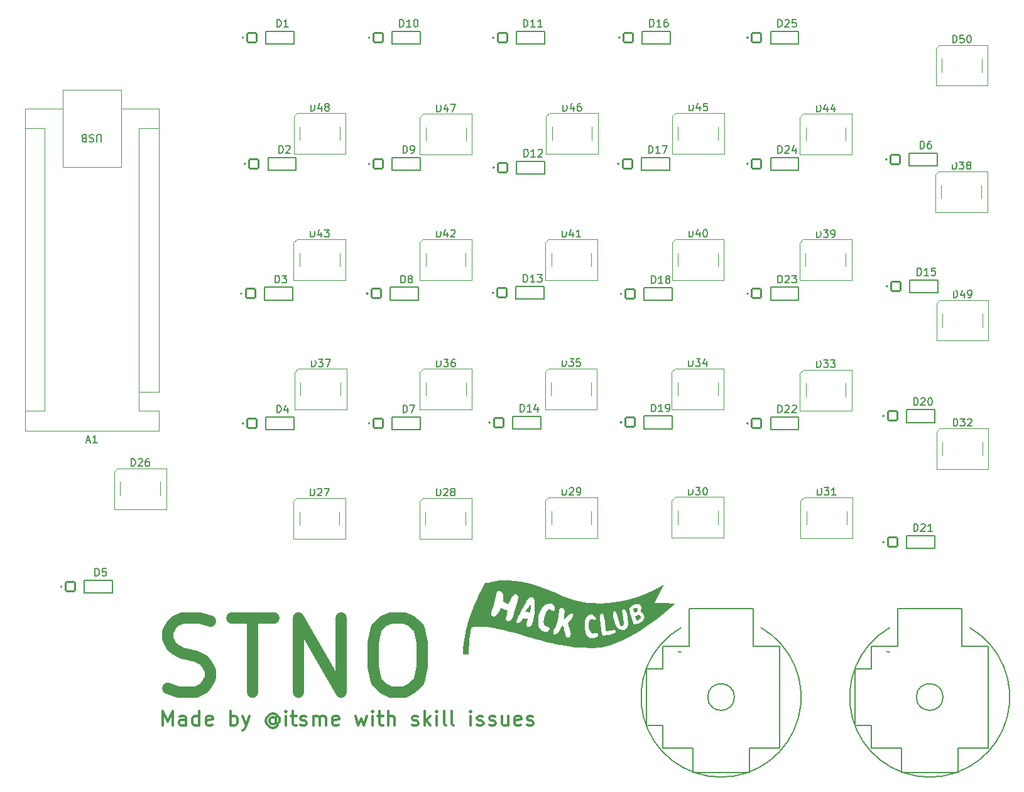
<source format=gbr>
%TF.GenerationSoftware,KiCad,Pcbnew,9.0.2*%
%TF.CreationDate,2025-06-30T11:43:15-04:00*%
%TF.ProjectId,PCB,5043422e-6b69-4636-9164-5f7063625858,rev?*%
%TF.SameCoordinates,Original*%
%TF.FileFunction,Legend,Top*%
%TF.FilePolarity,Positive*%
%FSLAX46Y46*%
G04 Gerber Fmt 4.6, Leading zero omitted, Abs format (unit mm)*
G04 Created by KiCad (PCBNEW 9.0.2) date 2025-06-30 11:43:15*
%MOMM*%
%LPD*%
G01*
G04 APERTURE LIST*
G04 Aperture macros list*
%AMRoundRect*
0 Rectangle with rounded corners*
0 $1 Rounding radius*
0 $2 $3 $4 $5 $6 $7 $8 $9 X,Y pos of 4 corners*
0 Add a 4 corners polygon primitive as box body*
4,1,4,$2,$3,$4,$5,$6,$7,$8,$9,$2,$3,0*
0 Add four circle primitives for the rounded corners*
1,1,$1+$1,$2,$3*
1,1,$1+$1,$4,$5*
1,1,$1+$1,$6,$7*
1,1,$1+$1,$8,$9*
0 Add four rect primitives between the rounded corners*
20,1,$1+$1,$2,$3,$4,$5,0*
20,1,$1+$1,$4,$5,$6,$7,0*
20,1,$1+$1,$6,$7,$8,$9,0*
20,1,$1+$1,$8,$9,$2,$3,0*%
G04 Aperture macros list end*
%ADD10C,0.300000*%
%ADD11C,1.500000*%
%ADD12C,0.150000*%
%ADD13C,0.000000*%
%ADD14C,0.120000*%
%ADD15C,0.127000*%
%ADD16C,0.200000*%
%ADD17R,1.500000X1.000000*%
%ADD18C,1.442000*%
%ADD19RoundRect,0.102000X-0.619000X-0.619000X0.619000X-0.619000X0.619000X0.619000X-0.619000X0.619000X0*%
%ADD20C,1.778000*%
%ADD21C,2.286000*%
%ADD22R,1.600000X1.600000*%
%ADD23O,1.600000X1.600000*%
%ADD24C,1.750000*%
%ADD25C,3.980180*%
%ADD26C,2.250000*%
%ADD27R,1.524000X1.524000*%
%ADD28C,1.524000*%
G04 APERTURE END LIST*
D10*
X78673558Y-130739638D02*
X78673558Y-128739638D01*
X78673558Y-128739638D02*
X79340225Y-130168209D01*
X79340225Y-130168209D02*
X80006891Y-128739638D01*
X80006891Y-128739638D02*
X80006891Y-130739638D01*
X81816415Y-130739638D02*
X81816415Y-129692019D01*
X81816415Y-129692019D02*
X81721177Y-129501542D01*
X81721177Y-129501542D02*
X81530701Y-129406304D01*
X81530701Y-129406304D02*
X81149748Y-129406304D01*
X81149748Y-129406304D02*
X80959272Y-129501542D01*
X81816415Y-130644400D02*
X81625939Y-130739638D01*
X81625939Y-130739638D02*
X81149748Y-130739638D01*
X81149748Y-130739638D02*
X80959272Y-130644400D01*
X80959272Y-130644400D02*
X80864034Y-130453923D01*
X80864034Y-130453923D02*
X80864034Y-130263447D01*
X80864034Y-130263447D02*
X80959272Y-130072971D01*
X80959272Y-130072971D02*
X81149748Y-129977733D01*
X81149748Y-129977733D02*
X81625939Y-129977733D01*
X81625939Y-129977733D02*
X81816415Y-129882495D01*
X83625939Y-130739638D02*
X83625939Y-128739638D01*
X83625939Y-130644400D02*
X83435463Y-130739638D01*
X83435463Y-130739638D02*
X83054510Y-130739638D01*
X83054510Y-130739638D02*
X82864034Y-130644400D01*
X82864034Y-130644400D02*
X82768796Y-130549161D01*
X82768796Y-130549161D02*
X82673558Y-130358685D01*
X82673558Y-130358685D02*
X82673558Y-129787257D01*
X82673558Y-129787257D02*
X82768796Y-129596780D01*
X82768796Y-129596780D02*
X82864034Y-129501542D01*
X82864034Y-129501542D02*
X83054510Y-129406304D01*
X83054510Y-129406304D02*
X83435463Y-129406304D01*
X83435463Y-129406304D02*
X83625939Y-129501542D01*
X85340225Y-130644400D02*
X85149749Y-130739638D01*
X85149749Y-130739638D02*
X84768796Y-130739638D01*
X84768796Y-130739638D02*
X84578320Y-130644400D01*
X84578320Y-130644400D02*
X84483082Y-130453923D01*
X84483082Y-130453923D02*
X84483082Y-129692019D01*
X84483082Y-129692019D02*
X84578320Y-129501542D01*
X84578320Y-129501542D02*
X84768796Y-129406304D01*
X84768796Y-129406304D02*
X85149749Y-129406304D01*
X85149749Y-129406304D02*
X85340225Y-129501542D01*
X85340225Y-129501542D02*
X85435463Y-129692019D01*
X85435463Y-129692019D02*
X85435463Y-129882495D01*
X85435463Y-129882495D02*
X84483082Y-130072971D01*
X87816416Y-130739638D02*
X87816416Y-128739638D01*
X87816416Y-129501542D02*
X88006892Y-129406304D01*
X88006892Y-129406304D02*
X88387845Y-129406304D01*
X88387845Y-129406304D02*
X88578321Y-129501542D01*
X88578321Y-129501542D02*
X88673559Y-129596780D01*
X88673559Y-129596780D02*
X88768797Y-129787257D01*
X88768797Y-129787257D02*
X88768797Y-130358685D01*
X88768797Y-130358685D02*
X88673559Y-130549161D01*
X88673559Y-130549161D02*
X88578321Y-130644400D01*
X88578321Y-130644400D02*
X88387845Y-130739638D01*
X88387845Y-130739638D02*
X88006892Y-130739638D01*
X88006892Y-130739638D02*
X87816416Y-130644400D01*
X89435464Y-129406304D02*
X89911654Y-130739638D01*
X90387845Y-129406304D02*
X89911654Y-130739638D01*
X89911654Y-130739638D02*
X89721178Y-131215828D01*
X89721178Y-131215828D02*
X89625940Y-131311066D01*
X89625940Y-131311066D02*
X89435464Y-131406304D01*
X93911655Y-129787257D02*
X93816417Y-129692019D01*
X93816417Y-129692019D02*
X93625941Y-129596780D01*
X93625941Y-129596780D02*
X93435465Y-129596780D01*
X93435465Y-129596780D02*
X93244989Y-129692019D01*
X93244989Y-129692019D02*
X93149750Y-129787257D01*
X93149750Y-129787257D02*
X93054512Y-129977733D01*
X93054512Y-129977733D02*
X93054512Y-130168209D01*
X93054512Y-130168209D02*
X93149750Y-130358685D01*
X93149750Y-130358685D02*
X93244989Y-130453923D01*
X93244989Y-130453923D02*
X93435465Y-130549161D01*
X93435465Y-130549161D02*
X93625941Y-130549161D01*
X93625941Y-130549161D02*
X93816417Y-130453923D01*
X93816417Y-130453923D02*
X93911655Y-130358685D01*
X93911655Y-129596780D02*
X93911655Y-130358685D01*
X93911655Y-130358685D02*
X94006893Y-130453923D01*
X94006893Y-130453923D02*
X94102131Y-130453923D01*
X94102131Y-130453923D02*
X94292608Y-130358685D01*
X94292608Y-130358685D02*
X94387846Y-130168209D01*
X94387846Y-130168209D02*
X94387846Y-129692019D01*
X94387846Y-129692019D02*
X94197370Y-129406304D01*
X94197370Y-129406304D02*
X93911655Y-129215828D01*
X93911655Y-129215828D02*
X93530703Y-129120590D01*
X93530703Y-129120590D02*
X93149750Y-129215828D01*
X93149750Y-129215828D02*
X92864036Y-129406304D01*
X92864036Y-129406304D02*
X92673560Y-129692019D01*
X92673560Y-129692019D02*
X92578322Y-130072971D01*
X92578322Y-130072971D02*
X92673560Y-130453923D01*
X92673560Y-130453923D02*
X92864036Y-130739638D01*
X92864036Y-130739638D02*
X93149750Y-130930114D01*
X93149750Y-130930114D02*
X93530703Y-131025352D01*
X93530703Y-131025352D02*
X93911655Y-130930114D01*
X93911655Y-130930114D02*
X94197370Y-130739638D01*
X95244989Y-130739638D02*
X95244989Y-129406304D01*
X95244989Y-128739638D02*
X95149751Y-128834876D01*
X95149751Y-128834876D02*
X95244989Y-128930114D01*
X95244989Y-128930114D02*
X95340227Y-128834876D01*
X95340227Y-128834876D02*
X95244989Y-128739638D01*
X95244989Y-128739638D02*
X95244989Y-128930114D01*
X95911656Y-129406304D02*
X96673560Y-129406304D01*
X96197370Y-128739638D02*
X96197370Y-130453923D01*
X96197370Y-130453923D02*
X96292608Y-130644400D01*
X96292608Y-130644400D02*
X96483084Y-130739638D01*
X96483084Y-130739638D02*
X96673560Y-130739638D01*
X97244989Y-130644400D02*
X97435465Y-130739638D01*
X97435465Y-130739638D02*
X97816417Y-130739638D01*
X97816417Y-130739638D02*
X98006894Y-130644400D01*
X98006894Y-130644400D02*
X98102132Y-130453923D01*
X98102132Y-130453923D02*
X98102132Y-130358685D01*
X98102132Y-130358685D02*
X98006894Y-130168209D01*
X98006894Y-130168209D02*
X97816417Y-130072971D01*
X97816417Y-130072971D02*
X97530703Y-130072971D01*
X97530703Y-130072971D02*
X97340227Y-129977733D01*
X97340227Y-129977733D02*
X97244989Y-129787257D01*
X97244989Y-129787257D02*
X97244989Y-129692019D01*
X97244989Y-129692019D02*
X97340227Y-129501542D01*
X97340227Y-129501542D02*
X97530703Y-129406304D01*
X97530703Y-129406304D02*
X97816417Y-129406304D01*
X97816417Y-129406304D02*
X98006894Y-129501542D01*
X98959275Y-130739638D02*
X98959275Y-129406304D01*
X98959275Y-129596780D02*
X99054513Y-129501542D01*
X99054513Y-129501542D02*
X99244989Y-129406304D01*
X99244989Y-129406304D02*
X99530704Y-129406304D01*
X99530704Y-129406304D02*
X99721180Y-129501542D01*
X99721180Y-129501542D02*
X99816418Y-129692019D01*
X99816418Y-129692019D02*
X99816418Y-130739638D01*
X99816418Y-129692019D02*
X99911656Y-129501542D01*
X99911656Y-129501542D02*
X100102132Y-129406304D01*
X100102132Y-129406304D02*
X100387846Y-129406304D01*
X100387846Y-129406304D02*
X100578323Y-129501542D01*
X100578323Y-129501542D02*
X100673561Y-129692019D01*
X100673561Y-129692019D02*
X100673561Y-130739638D01*
X102387847Y-130644400D02*
X102197371Y-130739638D01*
X102197371Y-130739638D02*
X101816418Y-130739638D01*
X101816418Y-130739638D02*
X101625942Y-130644400D01*
X101625942Y-130644400D02*
X101530704Y-130453923D01*
X101530704Y-130453923D02*
X101530704Y-129692019D01*
X101530704Y-129692019D02*
X101625942Y-129501542D01*
X101625942Y-129501542D02*
X101816418Y-129406304D01*
X101816418Y-129406304D02*
X102197371Y-129406304D01*
X102197371Y-129406304D02*
X102387847Y-129501542D01*
X102387847Y-129501542D02*
X102483085Y-129692019D01*
X102483085Y-129692019D02*
X102483085Y-129882495D01*
X102483085Y-129882495D02*
X101530704Y-130072971D01*
X104673562Y-129406304D02*
X105054514Y-130739638D01*
X105054514Y-130739638D02*
X105435467Y-129787257D01*
X105435467Y-129787257D02*
X105816419Y-130739638D01*
X105816419Y-130739638D02*
X106197371Y-129406304D01*
X106959276Y-130739638D02*
X106959276Y-129406304D01*
X106959276Y-128739638D02*
X106864038Y-128834876D01*
X106864038Y-128834876D02*
X106959276Y-128930114D01*
X106959276Y-128930114D02*
X107054514Y-128834876D01*
X107054514Y-128834876D02*
X106959276Y-128739638D01*
X106959276Y-128739638D02*
X106959276Y-128930114D01*
X107625943Y-129406304D02*
X108387847Y-129406304D01*
X107911657Y-128739638D02*
X107911657Y-130453923D01*
X107911657Y-130453923D02*
X108006895Y-130644400D01*
X108006895Y-130644400D02*
X108197371Y-130739638D01*
X108197371Y-130739638D02*
X108387847Y-130739638D01*
X109054514Y-130739638D02*
X109054514Y-128739638D01*
X109911657Y-130739638D02*
X109911657Y-129692019D01*
X109911657Y-129692019D02*
X109816419Y-129501542D01*
X109816419Y-129501542D02*
X109625943Y-129406304D01*
X109625943Y-129406304D02*
X109340228Y-129406304D01*
X109340228Y-129406304D02*
X109149752Y-129501542D01*
X109149752Y-129501542D02*
X109054514Y-129596780D01*
X112292610Y-130644400D02*
X112483086Y-130739638D01*
X112483086Y-130739638D02*
X112864038Y-130739638D01*
X112864038Y-130739638D02*
X113054515Y-130644400D01*
X113054515Y-130644400D02*
X113149753Y-130453923D01*
X113149753Y-130453923D02*
X113149753Y-130358685D01*
X113149753Y-130358685D02*
X113054515Y-130168209D01*
X113054515Y-130168209D02*
X112864038Y-130072971D01*
X112864038Y-130072971D02*
X112578324Y-130072971D01*
X112578324Y-130072971D02*
X112387848Y-129977733D01*
X112387848Y-129977733D02*
X112292610Y-129787257D01*
X112292610Y-129787257D02*
X112292610Y-129692019D01*
X112292610Y-129692019D02*
X112387848Y-129501542D01*
X112387848Y-129501542D02*
X112578324Y-129406304D01*
X112578324Y-129406304D02*
X112864038Y-129406304D01*
X112864038Y-129406304D02*
X113054515Y-129501542D01*
X114006896Y-130739638D02*
X114006896Y-128739638D01*
X114197372Y-129977733D02*
X114768801Y-130739638D01*
X114768801Y-129406304D02*
X114006896Y-130168209D01*
X115625944Y-130739638D02*
X115625944Y-129406304D01*
X115625944Y-128739638D02*
X115530706Y-128834876D01*
X115530706Y-128834876D02*
X115625944Y-128930114D01*
X115625944Y-128930114D02*
X115721182Y-128834876D01*
X115721182Y-128834876D02*
X115625944Y-128739638D01*
X115625944Y-128739638D02*
X115625944Y-128930114D01*
X116864039Y-130739638D02*
X116673563Y-130644400D01*
X116673563Y-130644400D02*
X116578325Y-130453923D01*
X116578325Y-130453923D02*
X116578325Y-128739638D01*
X117911658Y-130739638D02*
X117721182Y-130644400D01*
X117721182Y-130644400D02*
X117625944Y-130453923D01*
X117625944Y-130453923D02*
X117625944Y-128739638D01*
X120197373Y-130739638D02*
X120197373Y-129406304D01*
X120197373Y-128739638D02*
X120102135Y-128834876D01*
X120102135Y-128834876D02*
X120197373Y-128930114D01*
X120197373Y-128930114D02*
X120292611Y-128834876D01*
X120292611Y-128834876D02*
X120197373Y-128739638D01*
X120197373Y-128739638D02*
X120197373Y-128930114D01*
X121054516Y-130644400D02*
X121244992Y-130739638D01*
X121244992Y-130739638D02*
X121625944Y-130739638D01*
X121625944Y-130739638D02*
X121816421Y-130644400D01*
X121816421Y-130644400D02*
X121911659Y-130453923D01*
X121911659Y-130453923D02*
X121911659Y-130358685D01*
X121911659Y-130358685D02*
X121816421Y-130168209D01*
X121816421Y-130168209D02*
X121625944Y-130072971D01*
X121625944Y-130072971D02*
X121340230Y-130072971D01*
X121340230Y-130072971D02*
X121149754Y-129977733D01*
X121149754Y-129977733D02*
X121054516Y-129787257D01*
X121054516Y-129787257D02*
X121054516Y-129692019D01*
X121054516Y-129692019D02*
X121149754Y-129501542D01*
X121149754Y-129501542D02*
X121340230Y-129406304D01*
X121340230Y-129406304D02*
X121625944Y-129406304D01*
X121625944Y-129406304D02*
X121816421Y-129501542D01*
X122673564Y-130644400D02*
X122864040Y-130739638D01*
X122864040Y-130739638D02*
X123244992Y-130739638D01*
X123244992Y-130739638D02*
X123435469Y-130644400D01*
X123435469Y-130644400D02*
X123530707Y-130453923D01*
X123530707Y-130453923D02*
X123530707Y-130358685D01*
X123530707Y-130358685D02*
X123435469Y-130168209D01*
X123435469Y-130168209D02*
X123244992Y-130072971D01*
X123244992Y-130072971D02*
X122959278Y-130072971D01*
X122959278Y-130072971D02*
X122768802Y-129977733D01*
X122768802Y-129977733D02*
X122673564Y-129787257D01*
X122673564Y-129787257D02*
X122673564Y-129692019D01*
X122673564Y-129692019D02*
X122768802Y-129501542D01*
X122768802Y-129501542D02*
X122959278Y-129406304D01*
X122959278Y-129406304D02*
X123244992Y-129406304D01*
X123244992Y-129406304D02*
X123435469Y-129501542D01*
X125244993Y-129406304D02*
X125244993Y-130739638D01*
X124387850Y-129406304D02*
X124387850Y-130453923D01*
X124387850Y-130453923D02*
X124483088Y-130644400D01*
X124483088Y-130644400D02*
X124673564Y-130739638D01*
X124673564Y-130739638D02*
X124959279Y-130739638D01*
X124959279Y-130739638D02*
X125149755Y-130644400D01*
X125149755Y-130644400D02*
X125244993Y-130549161D01*
X126959279Y-130644400D02*
X126768803Y-130739638D01*
X126768803Y-130739638D02*
X126387850Y-130739638D01*
X126387850Y-130739638D02*
X126197374Y-130644400D01*
X126197374Y-130644400D02*
X126102136Y-130453923D01*
X126102136Y-130453923D02*
X126102136Y-129692019D01*
X126102136Y-129692019D02*
X126197374Y-129501542D01*
X126197374Y-129501542D02*
X126387850Y-129406304D01*
X126387850Y-129406304D02*
X126768803Y-129406304D01*
X126768803Y-129406304D02*
X126959279Y-129501542D01*
X126959279Y-129501542D02*
X127054517Y-129692019D01*
X127054517Y-129692019D02*
X127054517Y-129882495D01*
X127054517Y-129882495D02*
X126102136Y-130072971D01*
X127816422Y-130644400D02*
X128006898Y-130739638D01*
X128006898Y-130739638D02*
X128387850Y-130739638D01*
X128387850Y-130739638D02*
X128578327Y-130644400D01*
X128578327Y-130644400D02*
X128673565Y-130453923D01*
X128673565Y-130453923D02*
X128673565Y-130358685D01*
X128673565Y-130358685D02*
X128578327Y-130168209D01*
X128578327Y-130168209D02*
X128387850Y-130072971D01*
X128387850Y-130072971D02*
X128102136Y-130072971D01*
X128102136Y-130072971D02*
X127911660Y-129977733D01*
X127911660Y-129977733D02*
X127816422Y-129787257D01*
X127816422Y-129787257D02*
X127816422Y-129692019D01*
X127816422Y-129692019D02*
X127911660Y-129501542D01*
X127911660Y-129501542D02*
X128102136Y-129406304D01*
X128102136Y-129406304D02*
X128387850Y-129406304D01*
X128387850Y-129406304D02*
X128578327Y-129501542D01*
D11*
X79391603Y-125722000D02*
X80820175Y-126198190D01*
X80820175Y-126198190D02*
X83201127Y-126198190D01*
X83201127Y-126198190D02*
X84153508Y-125722000D01*
X84153508Y-125722000D02*
X84629699Y-125245809D01*
X84629699Y-125245809D02*
X85105889Y-124293428D01*
X85105889Y-124293428D02*
X85105889Y-123341047D01*
X85105889Y-123341047D02*
X84629699Y-122388666D01*
X84629699Y-122388666D02*
X84153508Y-121912476D01*
X84153508Y-121912476D02*
X83201127Y-121436285D01*
X83201127Y-121436285D02*
X81296365Y-120960095D01*
X81296365Y-120960095D02*
X80343984Y-120483904D01*
X80343984Y-120483904D02*
X79867794Y-120007714D01*
X79867794Y-120007714D02*
X79391603Y-119055333D01*
X79391603Y-119055333D02*
X79391603Y-118102952D01*
X79391603Y-118102952D02*
X79867794Y-117150571D01*
X79867794Y-117150571D02*
X80343984Y-116674380D01*
X80343984Y-116674380D02*
X81296365Y-116198190D01*
X81296365Y-116198190D02*
X83677318Y-116198190D01*
X83677318Y-116198190D02*
X85105889Y-116674380D01*
X87963032Y-116198190D02*
X93677318Y-116198190D01*
X90820175Y-126198190D02*
X90820175Y-116198190D01*
X97010652Y-126198190D02*
X97010652Y-116198190D01*
X97010652Y-116198190D02*
X102724938Y-126198190D01*
X102724938Y-126198190D02*
X102724938Y-116198190D01*
X109391604Y-116198190D02*
X111296366Y-116198190D01*
X111296366Y-116198190D02*
X112248747Y-116674380D01*
X112248747Y-116674380D02*
X113201128Y-117626761D01*
X113201128Y-117626761D02*
X113677318Y-119531523D01*
X113677318Y-119531523D02*
X113677318Y-122864857D01*
X113677318Y-122864857D02*
X113201128Y-124769619D01*
X113201128Y-124769619D02*
X112248747Y-125722000D01*
X112248747Y-125722000D02*
X111296366Y-126198190D01*
X111296366Y-126198190D02*
X109391604Y-126198190D01*
X109391604Y-126198190D02*
X108439223Y-125722000D01*
X108439223Y-125722000D02*
X107486842Y-124769619D01*
X107486842Y-124769619D02*
X107010651Y-122864857D01*
X107010651Y-122864857D02*
X107010651Y-119531523D01*
X107010651Y-119531523D02*
X107486842Y-117626761D01*
X107486842Y-117626761D02*
X108439223Y-116674380D01*
X108439223Y-116674380D02*
X109391604Y-116198190D01*
D12*
X132535714Y-64879819D02*
X132535714Y-63879819D01*
X132535714Y-63879819D02*
X132773809Y-63879819D01*
X132773809Y-63879819D02*
X132916666Y-63927438D01*
X132916666Y-63927438D02*
X133011904Y-64022676D01*
X133011904Y-64022676D02*
X133059523Y-64117914D01*
X133059523Y-64117914D02*
X133107142Y-64308390D01*
X133107142Y-64308390D02*
X133107142Y-64451247D01*
X133107142Y-64451247D02*
X133059523Y-64641723D01*
X133059523Y-64641723D02*
X133011904Y-64736961D01*
X133011904Y-64736961D02*
X132916666Y-64832200D01*
X132916666Y-64832200D02*
X132773809Y-64879819D01*
X132773809Y-64879819D02*
X132535714Y-64879819D01*
X133964285Y-64213152D02*
X133964285Y-64879819D01*
X133726190Y-63832200D02*
X133488095Y-64546485D01*
X133488095Y-64546485D02*
X134107142Y-64546485D01*
X135011904Y-64879819D02*
X134440476Y-64879819D01*
X134726190Y-64879819D02*
X134726190Y-63879819D01*
X134726190Y-63879819D02*
X134630952Y-64022676D01*
X134630952Y-64022676D02*
X134535714Y-64117914D01*
X134535714Y-64117914D02*
X134440476Y-64165533D01*
X69579405Y-110549819D02*
X69579405Y-109549819D01*
X69579405Y-109549819D02*
X69817500Y-109549819D01*
X69817500Y-109549819D02*
X69960357Y-109597438D01*
X69960357Y-109597438D02*
X70055595Y-109692676D01*
X70055595Y-109692676D02*
X70103214Y-109787914D01*
X70103214Y-109787914D02*
X70150833Y-109978390D01*
X70150833Y-109978390D02*
X70150833Y-110121247D01*
X70150833Y-110121247D02*
X70103214Y-110311723D01*
X70103214Y-110311723D02*
X70055595Y-110406961D01*
X70055595Y-110406961D02*
X69960357Y-110502200D01*
X69960357Y-110502200D02*
X69817500Y-110549819D01*
X69817500Y-110549819D02*
X69579405Y-110549819D01*
X71055595Y-109549819D02*
X70579405Y-109549819D01*
X70579405Y-109549819D02*
X70531786Y-110026009D01*
X70531786Y-110026009D02*
X70579405Y-109978390D01*
X70579405Y-109978390D02*
X70674643Y-109930771D01*
X70674643Y-109930771D02*
X70912738Y-109930771D01*
X70912738Y-109930771D02*
X71007976Y-109978390D01*
X71007976Y-109978390D02*
X71055595Y-110026009D01*
X71055595Y-110026009D02*
X71103214Y-110121247D01*
X71103214Y-110121247D02*
X71103214Y-110359342D01*
X71103214Y-110359342D02*
X71055595Y-110454580D01*
X71055595Y-110454580D02*
X71007976Y-110502200D01*
X71007976Y-110502200D02*
X70912738Y-110549819D01*
X70912738Y-110549819D02*
X70674643Y-110549819D01*
X70674643Y-110549819D02*
X70579405Y-110502200D01*
X70579405Y-110502200D02*
X70531786Y-110454580D01*
X93847905Y-71049819D02*
X93847905Y-70049819D01*
X93847905Y-70049819D02*
X94086000Y-70049819D01*
X94086000Y-70049819D02*
X94228857Y-70097438D01*
X94228857Y-70097438D02*
X94324095Y-70192676D01*
X94324095Y-70192676D02*
X94371714Y-70287914D01*
X94371714Y-70287914D02*
X94419333Y-70478390D01*
X94419333Y-70478390D02*
X94419333Y-70621247D01*
X94419333Y-70621247D02*
X94371714Y-70811723D01*
X94371714Y-70811723D02*
X94324095Y-70906961D01*
X94324095Y-70906961D02*
X94228857Y-71002200D01*
X94228857Y-71002200D02*
X94086000Y-71049819D01*
X94086000Y-71049819D02*
X93847905Y-71049819D01*
X94752667Y-70049819D02*
X95371714Y-70049819D01*
X95371714Y-70049819D02*
X95038381Y-70430771D01*
X95038381Y-70430771D02*
X95181238Y-70430771D01*
X95181238Y-70430771D02*
X95276476Y-70478390D01*
X95276476Y-70478390D02*
X95324095Y-70526009D01*
X95324095Y-70526009D02*
X95371714Y-70621247D01*
X95371714Y-70621247D02*
X95371714Y-70859342D01*
X95371714Y-70859342D02*
X95324095Y-70954580D01*
X95324095Y-70954580D02*
X95276476Y-71002200D01*
X95276476Y-71002200D02*
X95181238Y-71049819D01*
X95181238Y-71049819D02*
X94895524Y-71049819D01*
X94895524Y-71049819D02*
X94800286Y-71002200D01*
X94800286Y-71002200D02*
X94752667Y-70954580D01*
X94079405Y-36549819D02*
X94079405Y-35549819D01*
X94079405Y-35549819D02*
X94317500Y-35549819D01*
X94317500Y-35549819D02*
X94460357Y-35597438D01*
X94460357Y-35597438D02*
X94555595Y-35692676D01*
X94555595Y-35692676D02*
X94603214Y-35787914D01*
X94603214Y-35787914D02*
X94650833Y-35978390D01*
X94650833Y-35978390D02*
X94650833Y-36121247D01*
X94650833Y-36121247D02*
X94603214Y-36311723D01*
X94603214Y-36311723D02*
X94555595Y-36406961D01*
X94555595Y-36406961D02*
X94460357Y-36502200D01*
X94460357Y-36502200D02*
X94317500Y-36549819D01*
X94317500Y-36549819D02*
X94079405Y-36549819D01*
X95603214Y-36549819D02*
X95031786Y-36549819D01*
X95317500Y-36549819D02*
X95317500Y-35549819D01*
X95317500Y-35549819D02*
X95222262Y-35692676D01*
X95222262Y-35692676D02*
X95127024Y-35787914D01*
X95127024Y-35787914D02*
X95031786Y-35835533D01*
X94347905Y-53549819D02*
X94347905Y-52549819D01*
X94347905Y-52549819D02*
X94586000Y-52549819D01*
X94586000Y-52549819D02*
X94728857Y-52597438D01*
X94728857Y-52597438D02*
X94824095Y-52692676D01*
X94824095Y-52692676D02*
X94871714Y-52787914D01*
X94871714Y-52787914D02*
X94919333Y-52978390D01*
X94919333Y-52978390D02*
X94919333Y-53121247D01*
X94919333Y-53121247D02*
X94871714Y-53311723D01*
X94871714Y-53311723D02*
X94824095Y-53406961D01*
X94824095Y-53406961D02*
X94728857Y-53502200D01*
X94728857Y-53502200D02*
X94586000Y-53549819D01*
X94586000Y-53549819D02*
X94347905Y-53549819D01*
X95300286Y-52645057D02*
X95347905Y-52597438D01*
X95347905Y-52597438D02*
X95443143Y-52549819D01*
X95443143Y-52549819D02*
X95681238Y-52549819D01*
X95681238Y-52549819D02*
X95776476Y-52597438D01*
X95776476Y-52597438D02*
X95824095Y-52645057D01*
X95824095Y-52645057D02*
X95871714Y-52740295D01*
X95871714Y-52740295D02*
X95871714Y-52835533D01*
X95871714Y-52835533D02*
X95824095Y-52978390D01*
X95824095Y-52978390D02*
X95252667Y-53549819D01*
X95252667Y-53549819D02*
X95871714Y-53549819D01*
X144553214Y-71099819D02*
X144553214Y-70099819D01*
X144553214Y-70099819D02*
X144791309Y-70099819D01*
X144791309Y-70099819D02*
X144934166Y-70147438D01*
X144934166Y-70147438D02*
X145029404Y-70242676D01*
X145029404Y-70242676D02*
X145077023Y-70337914D01*
X145077023Y-70337914D02*
X145124642Y-70528390D01*
X145124642Y-70528390D02*
X145124642Y-70671247D01*
X145124642Y-70671247D02*
X145077023Y-70861723D01*
X145077023Y-70861723D02*
X145029404Y-70956961D01*
X145029404Y-70956961D02*
X144934166Y-71052200D01*
X144934166Y-71052200D02*
X144791309Y-71099819D01*
X144791309Y-71099819D02*
X144553214Y-71099819D01*
X146077023Y-71099819D02*
X145505595Y-71099819D01*
X145791309Y-71099819D02*
X145791309Y-70099819D01*
X145791309Y-70099819D02*
X145696071Y-70242676D01*
X145696071Y-70242676D02*
X145600833Y-70337914D01*
X145600833Y-70337914D02*
X145505595Y-70385533D01*
X146648452Y-70528390D02*
X146553214Y-70480771D01*
X146553214Y-70480771D02*
X146505595Y-70433152D01*
X146505595Y-70433152D02*
X146457976Y-70337914D01*
X146457976Y-70337914D02*
X146457976Y-70290295D01*
X146457976Y-70290295D02*
X146505595Y-70195057D01*
X146505595Y-70195057D02*
X146553214Y-70147438D01*
X146553214Y-70147438D02*
X146648452Y-70099819D01*
X146648452Y-70099819D02*
X146838928Y-70099819D01*
X146838928Y-70099819D02*
X146934166Y-70147438D01*
X146934166Y-70147438D02*
X146981785Y-70195057D01*
X146981785Y-70195057D02*
X147029404Y-70290295D01*
X147029404Y-70290295D02*
X147029404Y-70337914D01*
X147029404Y-70337914D02*
X146981785Y-70433152D01*
X146981785Y-70433152D02*
X146934166Y-70480771D01*
X146934166Y-70480771D02*
X146838928Y-70528390D01*
X146838928Y-70528390D02*
X146648452Y-70528390D01*
X146648452Y-70528390D02*
X146553214Y-70576009D01*
X146553214Y-70576009D02*
X146505595Y-70623628D01*
X146505595Y-70623628D02*
X146457976Y-70718866D01*
X146457976Y-70718866D02*
X146457976Y-70909342D01*
X146457976Y-70909342D02*
X146505595Y-71004580D01*
X146505595Y-71004580D02*
X146553214Y-71052200D01*
X146553214Y-71052200D02*
X146648452Y-71099819D01*
X146648452Y-71099819D02*
X146838928Y-71099819D01*
X146838928Y-71099819D02*
X146934166Y-71052200D01*
X146934166Y-71052200D02*
X146981785Y-71004580D01*
X146981785Y-71004580D02*
X147029404Y-70909342D01*
X147029404Y-70909342D02*
X147029404Y-70718866D01*
X147029404Y-70718866D02*
X146981785Y-70623628D01*
X146981785Y-70623628D02*
X146934166Y-70576009D01*
X146934166Y-70576009D02*
X146838928Y-70528390D01*
X126848214Y-88423819D02*
X126848214Y-87423819D01*
X126848214Y-87423819D02*
X127086309Y-87423819D01*
X127086309Y-87423819D02*
X127229166Y-87471438D01*
X127229166Y-87471438D02*
X127324404Y-87566676D01*
X127324404Y-87566676D02*
X127372023Y-87661914D01*
X127372023Y-87661914D02*
X127419642Y-87852390D01*
X127419642Y-87852390D02*
X127419642Y-87995247D01*
X127419642Y-87995247D02*
X127372023Y-88185723D01*
X127372023Y-88185723D02*
X127324404Y-88280961D01*
X127324404Y-88280961D02*
X127229166Y-88376200D01*
X127229166Y-88376200D02*
X127086309Y-88423819D01*
X127086309Y-88423819D02*
X126848214Y-88423819D01*
X128372023Y-88423819D02*
X127800595Y-88423819D01*
X128086309Y-88423819D02*
X128086309Y-87423819D01*
X128086309Y-87423819D02*
X127991071Y-87566676D01*
X127991071Y-87566676D02*
X127895833Y-87661914D01*
X127895833Y-87661914D02*
X127800595Y-87709533D01*
X129229166Y-87757152D02*
X129229166Y-88423819D01*
X128991071Y-87376200D02*
X128752976Y-88090485D01*
X128752976Y-88090485D02*
X129372023Y-88090485D01*
X166835714Y-82454819D02*
X166835714Y-81454819D01*
X166835714Y-81454819D02*
X167073809Y-81454819D01*
X167073809Y-81454819D02*
X167216666Y-81502438D01*
X167216666Y-81502438D02*
X167311904Y-81597676D01*
X167311904Y-81597676D02*
X167359523Y-81692914D01*
X167359523Y-81692914D02*
X167407142Y-81883390D01*
X167407142Y-81883390D02*
X167407142Y-82026247D01*
X167407142Y-82026247D02*
X167359523Y-82216723D01*
X167359523Y-82216723D02*
X167311904Y-82311961D01*
X167311904Y-82311961D02*
X167216666Y-82407200D01*
X167216666Y-82407200D02*
X167073809Y-82454819D01*
X167073809Y-82454819D02*
X166835714Y-82454819D01*
X167740476Y-81454819D02*
X168359523Y-81454819D01*
X168359523Y-81454819D02*
X168026190Y-81835771D01*
X168026190Y-81835771D02*
X168169047Y-81835771D01*
X168169047Y-81835771D02*
X168264285Y-81883390D01*
X168264285Y-81883390D02*
X168311904Y-81931009D01*
X168311904Y-81931009D02*
X168359523Y-82026247D01*
X168359523Y-82026247D02*
X168359523Y-82264342D01*
X168359523Y-82264342D02*
X168311904Y-82359580D01*
X168311904Y-82359580D02*
X168264285Y-82407200D01*
X168264285Y-82407200D02*
X168169047Y-82454819D01*
X168169047Y-82454819D02*
X167883333Y-82454819D01*
X167883333Y-82454819D02*
X167788095Y-82407200D01*
X167788095Y-82407200D02*
X167740476Y-82359580D01*
X168692857Y-81454819D02*
X169311904Y-81454819D01*
X169311904Y-81454819D02*
X168978571Y-81835771D01*
X168978571Y-81835771D02*
X169121428Y-81835771D01*
X169121428Y-81835771D02*
X169216666Y-81883390D01*
X169216666Y-81883390D02*
X169264285Y-81931009D01*
X169264285Y-81931009D02*
X169311904Y-82026247D01*
X169311904Y-82026247D02*
X169311904Y-82264342D01*
X169311904Y-82264342D02*
X169264285Y-82359580D01*
X169264285Y-82359580D02*
X169216666Y-82407200D01*
X169216666Y-82407200D02*
X169121428Y-82454819D01*
X169121428Y-82454819D02*
X168835714Y-82454819D01*
X168835714Y-82454819D02*
X168740476Y-82407200D01*
X168740476Y-82407200D02*
X168692857Y-82359580D01*
X166935714Y-99654819D02*
X166935714Y-98654819D01*
X166935714Y-98654819D02*
X167173809Y-98654819D01*
X167173809Y-98654819D02*
X167316666Y-98702438D01*
X167316666Y-98702438D02*
X167411904Y-98797676D01*
X167411904Y-98797676D02*
X167459523Y-98892914D01*
X167459523Y-98892914D02*
X167507142Y-99083390D01*
X167507142Y-99083390D02*
X167507142Y-99226247D01*
X167507142Y-99226247D02*
X167459523Y-99416723D01*
X167459523Y-99416723D02*
X167411904Y-99511961D01*
X167411904Y-99511961D02*
X167316666Y-99607200D01*
X167316666Y-99607200D02*
X167173809Y-99654819D01*
X167173809Y-99654819D02*
X166935714Y-99654819D01*
X167840476Y-98654819D02*
X168459523Y-98654819D01*
X168459523Y-98654819D02*
X168126190Y-99035771D01*
X168126190Y-99035771D02*
X168269047Y-99035771D01*
X168269047Y-99035771D02*
X168364285Y-99083390D01*
X168364285Y-99083390D02*
X168411904Y-99131009D01*
X168411904Y-99131009D02*
X168459523Y-99226247D01*
X168459523Y-99226247D02*
X168459523Y-99464342D01*
X168459523Y-99464342D02*
X168411904Y-99559580D01*
X168411904Y-99559580D02*
X168364285Y-99607200D01*
X168364285Y-99607200D02*
X168269047Y-99654819D01*
X168269047Y-99654819D02*
X167983333Y-99654819D01*
X167983333Y-99654819D02*
X167888095Y-99607200D01*
X167888095Y-99607200D02*
X167840476Y-99559580D01*
X169411904Y-99654819D02*
X168840476Y-99654819D01*
X169126190Y-99654819D02*
X169126190Y-98654819D01*
X169126190Y-98654819D02*
X169030952Y-98797676D01*
X169030952Y-98797676D02*
X168935714Y-98892914D01*
X168935714Y-98892914D02*
X168840476Y-98940533D01*
X68405714Y-92309104D02*
X68881904Y-92309104D01*
X68310476Y-92594819D02*
X68643809Y-91594819D01*
X68643809Y-91594819D02*
X68977142Y-92594819D01*
X69834285Y-92594819D02*
X69262857Y-92594819D01*
X69548571Y-92594819D02*
X69548571Y-91594819D01*
X69548571Y-91594819D02*
X69453333Y-91737676D01*
X69453333Y-91737676D02*
X69358095Y-91832914D01*
X69358095Y-91832914D02*
X69262857Y-91880533D01*
X70381904Y-52045180D02*
X70381904Y-51235657D01*
X70381904Y-51235657D02*
X70334285Y-51140419D01*
X70334285Y-51140419D02*
X70286666Y-51092800D01*
X70286666Y-51092800D02*
X70191428Y-51045180D01*
X70191428Y-51045180D02*
X70000952Y-51045180D01*
X70000952Y-51045180D02*
X69905714Y-51092800D01*
X69905714Y-51092800D02*
X69858095Y-51140419D01*
X69858095Y-51140419D02*
X69810476Y-51235657D01*
X69810476Y-51235657D02*
X69810476Y-52045180D01*
X69381904Y-51092800D02*
X69239047Y-51045180D01*
X69239047Y-51045180D02*
X69000952Y-51045180D01*
X69000952Y-51045180D02*
X68905714Y-51092800D01*
X68905714Y-51092800D02*
X68858095Y-51140419D01*
X68858095Y-51140419D02*
X68810476Y-51235657D01*
X68810476Y-51235657D02*
X68810476Y-51330895D01*
X68810476Y-51330895D02*
X68858095Y-51426133D01*
X68858095Y-51426133D02*
X68905714Y-51473752D01*
X68905714Y-51473752D02*
X69000952Y-51521371D01*
X69000952Y-51521371D02*
X69191428Y-51568990D01*
X69191428Y-51568990D02*
X69286666Y-51616609D01*
X69286666Y-51616609D02*
X69334285Y-51664228D01*
X69334285Y-51664228D02*
X69381904Y-51759466D01*
X69381904Y-51759466D02*
X69381904Y-51854704D01*
X69381904Y-51854704D02*
X69334285Y-51949942D01*
X69334285Y-51949942D02*
X69286666Y-51997561D01*
X69286666Y-51997561D02*
X69191428Y-52045180D01*
X69191428Y-52045180D02*
X68953333Y-52045180D01*
X68953333Y-52045180D02*
X68810476Y-51997561D01*
X68048571Y-51568990D02*
X67905714Y-51521371D01*
X67905714Y-51521371D02*
X67858095Y-51473752D01*
X67858095Y-51473752D02*
X67810476Y-51378514D01*
X67810476Y-51378514D02*
X67810476Y-51235657D01*
X67810476Y-51235657D02*
X67858095Y-51140419D01*
X67858095Y-51140419D02*
X67905714Y-51092800D01*
X67905714Y-51092800D02*
X68000952Y-51045180D01*
X68000952Y-51045180D02*
X68381904Y-51045180D01*
X68381904Y-51045180D02*
X68381904Y-52045180D01*
X68381904Y-52045180D02*
X68048571Y-52045180D01*
X68048571Y-52045180D02*
X67953333Y-51997561D01*
X67953333Y-51997561D02*
X67905714Y-51949942D01*
X67905714Y-51949942D02*
X67858095Y-51854704D01*
X67858095Y-51854704D02*
X67858095Y-51759466D01*
X67858095Y-51759466D02*
X67905714Y-51664228D01*
X67905714Y-51664228D02*
X67953333Y-51616609D01*
X67953333Y-51616609D02*
X68048571Y-51568990D01*
X68048571Y-51568990D02*
X68381904Y-51568990D01*
X132510714Y-82304819D02*
X132510714Y-81304819D01*
X132510714Y-81304819D02*
X132748809Y-81304819D01*
X132748809Y-81304819D02*
X132891666Y-81352438D01*
X132891666Y-81352438D02*
X132986904Y-81447676D01*
X132986904Y-81447676D02*
X133034523Y-81542914D01*
X133034523Y-81542914D02*
X133082142Y-81733390D01*
X133082142Y-81733390D02*
X133082142Y-81876247D01*
X133082142Y-81876247D02*
X133034523Y-82066723D01*
X133034523Y-82066723D02*
X132986904Y-82161961D01*
X132986904Y-82161961D02*
X132891666Y-82257200D01*
X132891666Y-82257200D02*
X132748809Y-82304819D01*
X132748809Y-82304819D02*
X132510714Y-82304819D01*
X133415476Y-81304819D02*
X134034523Y-81304819D01*
X134034523Y-81304819D02*
X133701190Y-81685771D01*
X133701190Y-81685771D02*
X133844047Y-81685771D01*
X133844047Y-81685771D02*
X133939285Y-81733390D01*
X133939285Y-81733390D02*
X133986904Y-81781009D01*
X133986904Y-81781009D02*
X134034523Y-81876247D01*
X134034523Y-81876247D02*
X134034523Y-82114342D01*
X134034523Y-82114342D02*
X133986904Y-82209580D01*
X133986904Y-82209580D02*
X133939285Y-82257200D01*
X133939285Y-82257200D02*
X133844047Y-82304819D01*
X133844047Y-82304819D02*
X133558333Y-82304819D01*
X133558333Y-82304819D02*
X133463095Y-82257200D01*
X133463095Y-82257200D02*
X133415476Y-82209580D01*
X134939285Y-81304819D02*
X134463095Y-81304819D01*
X134463095Y-81304819D02*
X134415476Y-81781009D01*
X134415476Y-81781009D02*
X134463095Y-81733390D01*
X134463095Y-81733390D02*
X134558333Y-81685771D01*
X134558333Y-81685771D02*
X134796428Y-81685771D01*
X134796428Y-81685771D02*
X134891666Y-81733390D01*
X134891666Y-81733390D02*
X134939285Y-81781009D01*
X134939285Y-81781009D02*
X134986904Y-81876247D01*
X134986904Y-81876247D02*
X134986904Y-82114342D01*
X134986904Y-82114342D02*
X134939285Y-82209580D01*
X134939285Y-82209580D02*
X134891666Y-82257200D01*
X134891666Y-82257200D02*
X134796428Y-82304819D01*
X134796428Y-82304819D02*
X134558333Y-82304819D01*
X134558333Y-82304819D02*
X134463095Y-82257200D01*
X134463095Y-82257200D02*
X134415476Y-82209580D01*
X94079405Y-88549819D02*
X94079405Y-87549819D01*
X94079405Y-87549819D02*
X94317500Y-87549819D01*
X94317500Y-87549819D02*
X94460357Y-87597438D01*
X94460357Y-87597438D02*
X94555595Y-87692676D01*
X94555595Y-87692676D02*
X94603214Y-87787914D01*
X94603214Y-87787914D02*
X94650833Y-87978390D01*
X94650833Y-87978390D02*
X94650833Y-88121247D01*
X94650833Y-88121247D02*
X94603214Y-88311723D01*
X94603214Y-88311723D02*
X94555595Y-88406961D01*
X94555595Y-88406961D02*
X94460357Y-88502200D01*
X94460357Y-88502200D02*
X94317500Y-88549819D01*
X94317500Y-88549819D02*
X94079405Y-88549819D01*
X95507976Y-87883152D02*
X95507976Y-88549819D01*
X95269881Y-87502200D02*
X95031786Y-88216485D01*
X95031786Y-88216485D02*
X95650833Y-88216485D01*
X110810905Y-71049819D02*
X110810905Y-70049819D01*
X110810905Y-70049819D02*
X111049000Y-70049819D01*
X111049000Y-70049819D02*
X111191857Y-70097438D01*
X111191857Y-70097438D02*
X111287095Y-70192676D01*
X111287095Y-70192676D02*
X111334714Y-70287914D01*
X111334714Y-70287914D02*
X111382333Y-70478390D01*
X111382333Y-70478390D02*
X111382333Y-70621247D01*
X111382333Y-70621247D02*
X111334714Y-70811723D01*
X111334714Y-70811723D02*
X111287095Y-70906961D01*
X111287095Y-70906961D02*
X111191857Y-71002200D01*
X111191857Y-71002200D02*
X111049000Y-71049819D01*
X111049000Y-71049819D02*
X110810905Y-71049819D01*
X111953762Y-70478390D02*
X111858524Y-70430771D01*
X111858524Y-70430771D02*
X111810905Y-70383152D01*
X111810905Y-70383152D02*
X111763286Y-70287914D01*
X111763286Y-70287914D02*
X111763286Y-70240295D01*
X111763286Y-70240295D02*
X111810905Y-70145057D01*
X111810905Y-70145057D02*
X111858524Y-70097438D01*
X111858524Y-70097438D02*
X111953762Y-70049819D01*
X111953762Y-70049819D02*
X112144238Y-70049819D01*
X112144238Y-70049819D02*
X112239476Y-70097438D01*
X112239476Y-70097438D02*
X112287095Y-70145057D01*
X112287095Y-70145057D02*
X112334714Y-70240295D01*
X112334714Y-70240295D02*
X112334714Y-70287914D01*
X112334714Y-70287914D02*
X112287095Y-70383152D01*
X112287095Y-70383152D02*
X112239476Y-70430771D01*
X112239476Y-70430771D02*
X112144238Y-70478390D01*
X112144238Y-70478390D02*
X111953762Y-70478390D01*
X111953762Y-70478390D02*
X111858524Y-70526009D01*
X111858524Y-70526009D02*
X111810905Y-70573628D01*
X111810905Y-70573628D02*
X111763286Y-70668866D01*
X111763286Y-70668866D02*
X111763286Y-70859342D01*
X111763286Y-70859342D02*
X111810905Y-70954580D01*
X111810905Y-70954580D02*
X111858524Y-71002200D01*
X111858524Y-71002200D02*
X111953762Y-71049819D01*
X111953762Y-71049819D02*
X112144238Y-71049819D01*
X112144238Y-71049819D02*
X112239476Y-71002200D01*
X112239476Y-71002200D02*
X112287095Y-70954580D01*
X112287095Y-70954580D02*
X112334714Y-70859342D01*
X112334714Y-70859342D02*
X112334714Y-70668866D01*
X112334714Y-70668866D02*
X112287095Y-70573628D01*
X112287095Y-70573628D02*
X112239476Y-70526009D01*
X112239476Y-70526009D02*
X112144238Y-70478390D01*
X127303214Y-70949819D02*
X127303214Y-69949819D01*
X127303214Y-69949819D02*
X127541309Y-69949819D01*
X127541309Y-69949819D02*
X127684166Y-69997438D01*
X127684166Y-69997438D02*
X127779404Y-70092676D01*
X127779404Y-70092676D02*
X127827023Y-70187914D01*
X127827023Y-70187914D02*
X127874642Y-70378390D01*
X127874642Y-70378390D02*
X127874642Y-70521247D01*
X127874642Y-70521247D02*
X127827023Y-70711723D01*
X127827023Y-70711723D02*
X127779404Y-70806961D01*
X127779404Y-70806961D02*
X127684166Y-70902200D01*
X127684166Y-70902200D02*
X127541309Y-70949819D01*
X127541309Y-70949819D02*
X127303214Y-70949819D01*
X128827023Y-70949819D02*
X128255595Y-70949819D01*
X128541309Y-70949819D02*
X128541309Y-69949819D01*
X128541309Y-69949819D02*
X128446071Y-70092676D01*
X128446071Y-70092676D02*
X128350833Y-70187914D01*
X128350833Y-70187914D02*
X128255595Y-70235533D01*
X129160357Y-69949819D02*
X129779404Y-69949819D01*
X129779404Y-69949819D02*
X129446071Y-70330771D01*
X129446071Y-70330771D02*
X129588928Y-70330771D01*
X129588928Y-70330771D02*
X129684166Y-70378390D01*
X129684166Y-70378390D02*
X129731785Y-70426009D01*
X129731785Y-70426009D02*
X129779404Y-70521247D01*
X129779404Y-70521247D02*
X129779404Y-70759342D01*
X129779404Y-70759342D02*
X129731785Y-70854580D01*
X129731785Y-70854580D02*
X129684166Y-70902200D01*
X129684166Y-70902200D02*
X129588928Y-70949819D01*
X129588928Y-70949819D02*
X129303214Y-70949819D01*
X129303214Y-70949819D02*
X129207976Y-70902200D01*
X129207976Y-70902200D02*
X129160357Y-70854580D01*
X149585714Y-82304819D02*
X149585714Y-81304819D01*
X149585714Y-81304819D02*
X149823809Y-81304819D01*
X149823809Y-81304819D02*
X149966666Y-81352438D01*
X149966666Y-81352438D02*
X150061904Y-81447676D01*
X150061904Y-81447676D02*
X150109523Y-81542914D01*
X150109523Y-81542914D02*
X150157142Y-81733390D01*
X150157142Y-81733390D02*
X150157142Y-81876247D01*
X150157142Y-81876247D02*
X150109523Y-82066723D01*
X150109523Y-82066723D02*
X150061904Y-82161961D01*
X150061904Y-82161961D02*
X149966666Y-82257200D01*
X149966666Y-82257200D02*
X149823809Y-82304819D01*
X149823809Y-82304819D02*
X149585714Y-82304819D01*
X150490476Y-81304819D02*
X151109523Y-81304819D01*
X151109523Y-81304819D02*
X150776190Y-81685771D01*
X150776190Y-81685771D02*
X150919047Y-81685771D01*
X150919047Y-81685771D02*
X151014285Y-81733390D01*
X151014285Y-81733390D02*
X151061904Y-81781009D01*
X151061904Y-81781009D02*
X151109523Y-81876247D01*
X151109523Y-81876247D02*
X151109523Y-82114342D01*
X151109523Y-82114342D02*
X151061904Y-82209580D01*
X151061904Y-82209580D02*
X151014285Y-82257200D01*
X151014285Y-82257200D02*
X150919047Y-82304819D01*
X150919047Y-82304819D02*
X150633333Y-82304819D01*
X150633333Y-82304819D02*
X150538095Y-82257200D01*
X150538095Y-82257200D02*
X150490476Y-82209580D01*
X151966666Y-81638152D02*
X151966666Y-82304819D01*
X151728571Y-81257200D02*
X151490476Y-81971485D01*
X151490476Y-81971485D02*
X152109523Y-81971485D01*
X132635714Y-47879819D02*
X132635714Y-46879819D01*
X132635714Y-46879819D02*
X132873809Y-46879819D01*
X132873809Y-46879819D02*
X133016666Y-46927438D01*
X133016666Y-46927438D02*
X133111904Y-47022676D01*
X133111904Y-47022676D02*
X133159523Y-47117914D01*
X133159523Y-47117914D02*
X133207142Y-47308390D01*
X133207142Y-47308390D02*
X133207142Y-47451247D01*
X133207142Y-47451247D02*
X133159523Y-47641723D01*
X133159523Y-47641723D02*
X133111904Y-47736961D01*
X133111904Y-47736961D02*
X133016666Y-47832200D01*
X133016666Y-47832200D02*
X132873809Y-47879819D01*
X132873809Y-47879819D02*
X132635714Y-47879819D01*
X134064285Y-47213152D02*
X134064285Y-47879819D01*
X133826190Y-46832200D02*
X133588095Y-47546485D01*
X133588095Y-47546485D02*
X134207142Y-47546485D01*
X135016666Y-46879819D02*
X134826190Y-46879819D01*
X134826190Y-46879819D02*
X134730952Y-46927438D01*
X134730952Y-46927438D02*
X134683333Y-46975057D01*
X134683333Y-46975057D02*
X134588095Y-47117914D01*
X134588095Y-47117914D02*
X134540476Y-47308390D01*
X134540476Y-47308390D02*
X134540476Y-47689342D01*
X134540476Y-47689342D02*
X134588095Y-47784580D01*
X134588095Y-47784580D02*
X134635714Y-47832200D01*
X134635714Y-47832200D02*
X134730952Y-47879819D01*
X134730952Y-47879819D02*
X134921428Y-47879819D01*
X134921428Y-47879819D02*
X135016666Y-47832200D01*
X135016666Y-47832200D02*
X135064285Y-47784580D01*
X135064285Y-47784580D02*
X135111904Y-47689342D01*
X135111904Y-47689342D02*
X135111904Y-47451247D01*
X135111904Y-47451247D02*
X135064285Y-47356009D01*
X135064285Y-47356009D02*
X135016666Y-47308390D01*
X135016666Y-47308390D02*
X134921428Y-47260771D01*
X134921428Y-47260771D02*
X134730952Y-47260771D01*
X134730952Y-47260771D02*
X134635714Y-47308390D01*
X134635714Y-47308390D02*
X134588095Y-47356009D01*
X134588095Y-47356009D02*
X134540476Y-47451247D01*
X98735714Y-82354819D02*
X98735714Y-81354819D01*
X98735714Y-81354819D02*
X98973809Y-81354819D01*
X98973809Y-81354819D02*
X99116666Y-81402438D01*
X99116666Y-81402438D02*
X99211904Y-81497676D01*
X99211904Y-81497676D02*
X99259523Y-81592914D01*
X99259523Y-81592914D02*
X99307142Y-81783390D01*
X99307142Y-81783390D02*
X99307142Y-81926247D01*
X99307142Y-81926247D02*
X99259523Y-82116723D01*
X99259523Y-82116723D02*
X99211904Y-82211961D01*
X99211904Y-82211961D02*
X99116666Y-82307200D01*
X99116666Y-82307200D02*
X98973809Y-82354819D01*
X98973809Y-82354819D02*
X98735714Y-82354819D01*
X99640476Y-81354819D02*
X100259523Y-81354819D01*
X100259523Y-81354819D02*
X99926190Y-81735771D01*
X99926190Y-81735771D02*
X100069047Y-81735771D01*
X100069047Y-81735771D02*
X100164285Y-81783390D01*
X100164285Y-81783390D02*
X100211904Y-81831009D01*
X100211904Y-81831009D02*
X100259523Y-81926247D01*
X100259523Y-81926247D02*
X100259523Y-82164342D01*
X100259523Y-82164342D02*
X100211904Y-82259580D01*
X100211904Y-82259580D02*
X100164285Y-82307200D01*
X100164285Y-82307200D02*
X100069047Y-82354819D01*
X100069047Y-82354819D02*
X99783333Y-82354819D01*
X99783333Y-82354819D02*
X99688095Y-82307200D01*
X99688095Y-82307200D02*
X99640476Y-82259580D01*
X100592857Y-81354819D02*
X101259523Y-81354819D01*
X101259523Y-81354819D02*
X100830952Y-82354819D01*
X149610714Y-64854819D02*
X149610714Y-63854819D01*
X149610714Y-63854819D02*
X149848809Y-63854819D01*
X149848809Y-63854819D02*
X149991666Y-63902438D01*
X149991666Y-63902438D02*
X150086904Y-63997676D01*
X150086904Y-63997676D02*
X150134523Y-64092914D01*
X150134523Y-64092914D02*
X150182142Y-64283390D01*
X150182142Y-64283390D02*
X150182142Y-64426247D01*
X150182142Y-64426247D02*
X150134523Y-64616723D01*
X150134523Y-64616723D02*
X150086904Y-64711961D01*
X150086904Y-64711961D02*
X149991666Y-64807200D01*
X149991666Y-64807200D02*
X149848809Y-64854819D01*
X149848809Y-64854819D02*
X149610714Y-64854819D01*
X151039285Y-64188152D02*
X151039285Y-64854819D01*
X150801190Y-63807200D02*
X150563095Y-64521485D01*
X150563095Y-64521485D02*
X151182142Y-64521485D01*
X151753571Y-63854819D02*
X151848809Y-63854819D01*
X151848809Y-63854819D02*
X151944047Y-63902438D01*
X151944047Y-63902438D02*
X151991666Y-63950057D01*
X151991666Y-63950057D02*
X152039285Y-64045295D01*
X152039285Y-64045295D02*
X152086904Y-64235771D01*
X152086904Y-64235771D02*
X152086904Y-64473866D01*
X152086904Y-64473866D02*
X152039285Y-64664342D01*
X152039285Y-64664342D02*
X151991666Y-64759580D01*
X151991666Y-64759580D02*
X151944047Y-64807200D01*
X151944047Y-64807200D02*
X151848809Y-64854819D01*
X151848809Y-64854819D02*
X151753571Y-64854819D01*
X151753571Y-64854819D02*
X151658333Y-64807200D01*
X151658333Y-64807200D02*
X151610714Y-64759580D01*
X151610714Y-64759580D02*
X151563095Y-64664342D01*
X151563095Y-64664342D02*
X151515476Y-64473866D01*
X151515476Y-64473866D02*
X151515476Y-64235771D01*
X151515476Y-64235771D02*
X151563095Y-64045295D01*
X151563095Y-64045295D02*
X151610714Y-63950057D01*
X151610714Y-63950057D02*
X151658333Y-63902438D01*
X151658333Y-63902438D02*
X151753571Y-63854819D01*
X110603214Y-36549819D02*
X110603214Y-35549819D01*
X110603214Y-35549819D02*
X110841309Y-35549819D01*
X110841309Y-35549819D02*
X110984166Y-35597438D01*
X110984166Y-35597438D02*
X111079404Y-35692676D01*
X111079404Y-35692676D02*
X111127023Y-35787914D01*
X111127023Y-35787914D02*
X111174642Y-35978390D01*
X111174642Y-35978390D02*
X111174642Y-36121247D01*
X111174642Y-36121247D02*
X111127023Y-36311723D01*
X111127023Y-36311723D02*
X111079404Y-36406961D01*
X111079404Y-36406961D02*
X110984166Y-36502200D01*
X110984166Y-36502200D02*
X110841309Y-36549819D01*
X110841309Y-36549819D02*
X110603214Y-36549819D01*
X112127023Y-36549819D02*
X111555595Y-36549819D01*
X111841309Y-36549819D02*
X111841309Y-35549819D01*
X111841309Y-35549819D02*
X111746071Y-35692676D01*
X111746071Y-35692676D02*
X111650833Y-35787914D01*
X111650833Y-35787914D02*
X111555595Y-35835533D01*
X112746071Y-35549819D02*
X112841309Y-35549819D01*
X112841309Y-35549819D02*
X112936547Y-35597438D01*
X112936547Y-35597438D02*
X112984166Y-35645057D01*
X112984166Y-35645057D02*
X113031785Y-35740295D01*
X113031785Y-35740295D02*
X113079404Y-35930771D01*
X113079404Y-35930771D02*
X113079404Y-36168866D01*
X113079404Y-36168866D02*
X113031785Y-36359342D01*
X113031785Y-36359342D02*
X112984166Y-36454580D01*
X112984166Y-36454580D02*
X112936547Y-36502200D01*
X112936547Y-36502200D02*
X112841309Y-36549819D01*
X112841309Y-36549819D02*
X112746071Y-36549819D01*
X112746071Y-36549819D02*
X112650833Y-36502200D01*
X112650833Y-36502200D02*
X112603214Y-36454580D01*
X112603214Y-36454580D02*
X112555595Y-36359342D01*
X112555595Y-36359342D02*
X112507976Y-36168866D01*
X112507976Y-36168866D02*
X112507976Y-35930771D01*
X112507976Y-35930771D02*
X112555595Y-35740295D01*
X112555595Y-35740295D02*
X112603214Y-35645057D01*
X112603214Y-35645057D02*
X112650833Y-35597438D01*
X112650833Y-35597438D02*
X112746071Y-35549819D01*
X185154214Y-38679819D02*
X185154214Y-37679819D01*
X185154214Y-37679819D02*
X185392309Y-37679819D01*
X185392309Y-37679819D02*
X185535166Y-37727438D01*
X185535166Y-37727438D02*
X185630404Y-37822676D01*
X185630404Y-37822676D02*
X185678023Y-37917914D01*
X185678023Y-37917914D02*
X185725642Y-38108390D01*
X185725642Y-38108390D02*
X185725642Y-38251247D01*
X185725642Y-38251247D02*
X185678023Y-38441723D01*
X185678023Y-38441723D02*
X185630404Y-38536961D01*
X185630404Y-38536961D02*
X185535166Y-38632200D01*
X185535166Y-38632200D02*
X185392309Y-38679819D01*
X185392309Y-38679819D02*
X185154214Y-38679819D01*
X186630404Y-37679819D02*
X186154214Y-37679819D01*
X186154214Y-37679819D02*
X186106595Y-38156009D01*
X186106595Y-38156009D02*
X186154214Y-38108390D01*
X186154214Y-38108390D02*
X186249452Y-38060771D01*
X186249452Y-38060771D02*
X186487547Y-38060771D01*
X186487547Y-38060771D02*
X186582785Y-38108390D01*
X186582785Y-38108390D02*
X186630404Y-38156009D01*
X186630404Y-38156009D02*
X186678023Y-38251247D01*
X186678023Y-38251247D02*
X186678023Y-38489342D01*
X186678023Y-38489342D02*
X186630404Y-38584580D01*
X186630404Y-38584580D02*
X186582785Y-38632200D01*
X186582785Y-38632200D02*
X186487547Y-38679819D01*
X186487547Y-38679819D02*
X186249452Y-38679819D01*
X186249452Y-38679819D02*
X186154214Y-38632200D01*
X186154214Y-38632200D02*
X186106595Y-38584580D01*
X187297071Y-37679819D02*
X187392309Y-37679819D01*
X187392309Y-37679819D02*
X187487547Y-37727438D01*
X187487547Y-37727438D02*
X187535166Y-37775057D01*
X187535166Y-37775057D02*
X187582785Y-37870295D01*
X187582785Y-37870295D02*
X187630404Y-38060771D01*
X187630404Y-38060771D02*
X187630404Y-38298866D01*
X187630404Y-38298866D02*
X187582785Y-38489342D01*
X187582785Y-38489342D02*
X187535166Y-38584580D01*
X187535166Y-38584580D02*
X187487547Y-38632200D01*
X187487547Y-38632200D02*
X187392309Y-38679819D01*
X187392309Y-38679819D02*
X187297071Y-38679819D01*
X187297071Y-38679819D02*
X187201833Y-38632200D01*
X187201833Y-38632200D02*
X187154214Y-38584580D01*
X187154214Y-38584580D02*
X187106595Y-38489342D01*
X187106595Y-38489342D02*
X187058976Y-38298866D01*
X187058976Y-38298866D02*
X187058976Y-38060771D01*
X187058976Y-38060771D02*
X187106595Y-37870295D01*
X187106595Y-37870295D02*
X187154214Y-37775057D01*
X187154214Y-37775057D02*
X187201833Y-37727438D01*
X187201833Y-37727438D02*
X187297071Y-37679819D01*
X161603214Y-71049819D02*
X161603214Y-70049819D01*
X161603214Y-70049819D02*
X161841309Y-70049819D01*
X161841309Y-70049819D02*
X161984166Y-70097438D01*
X161984166Y-70097438D02*
X162079404Y-70192676D01*
X162079404Y-70192676D02*
X162127023Y-70287914D01*
X162127023Y-70287914D02*
X162174642Y-70478390D01*
X162174642Y-70478390D02*
X162174642Y-70621247D01*
X162174642Y-70621247D02*
X162127023Y-70811723D01*
X162127023Y-70811723D02*
X162079404Y-70906961D01*
X162079404Y-70906961D02*
X161984166Y-71002200D01*
X161984166Y-71002200D02*
X161841309Y-71049819D01*
X161841309Y-71049819D02*
X161603214Y-71049819D01*
X162555595Y-70145057D02*
X162603214Y-70097438D01*
X162603214Y-70097438D02*
X162698452Y-70049819D01*
X162698452Y-70049819D02*
X162936547Y-70049819D01*
X162936547Y-70049819D02*
X163031785Y-70097438D01*
X163031785Y-70097438D02*
X163079404Y-70145057D01*
X163079404Y-70145057D02*
X163127023Y-70240295D01*
X163127023Y-70240295D02*
X163127023Y-70335533D01*
X163127023Y-70335533D02*
X163079404Y-70478390D01*
X163079404Y-70478390D02*
X162507976Y-71049819D01*
X162507976Y-71049819D02*
X163127023Y-71049819D01*
X163460357Y-70049819D02*
X164079404Y-70049819D01*
X164079404Y-70049819D02*
X163746071Y-70430771D01*
X163746071Y-70430771D02*
X163888928Y-70430771D01*
X163888928Y-70430771D02*
X163984166Y-70478390D01*
X163984166Y-70478390D02*
X164031785Y-70526009D01*
X164031785Y-70526009D02*
X164079404Y-70621247D01*
X164079404Y-70621247D02*
X164079404Y-70859342D01*
X164079404Y-70859342D02*
X164031785Y-70954580D01*
X164031785Y-70954580D02*
X163984166Y-71002200D01*
X163984166Y-71002200D02*
X163888928Y-71049819D01*
X163888928Y-71049819D02*
X163603214Y-71049819D01*
X163603214Y-71049819D02*
X163507976Y-71002200D01*
X163507976Y-71002200D02*
X163460357Y-70954580D01*
X185110714Y-55729819D02*
X185110714Y-54729819D01*
X185110714Y-54729819D02*
X185348809Y-54729819D01*
X185348809Y-54729819D02*
X185491666Y-54777438D01*
X185491666Y-54777438D02*
X185586904Y-54872676D01*
X185586904Y-54872676D02*
X185634523Y-54967914D01*
X185634523Y-54967914D02*
X185682142Y-55158390D01*
X185682142Y-55158390D02*
X185682142Y-55301247D01*
X185682142Y-55301247D02*
X185634523Y-55491723D01*
X185634523Y-55491723D02*
X185586904Y-55586961D01*
X185586904Y-55586961D02*
X185491666Y-55682200D01*
X185491666Y-55682200D02*
X185348809Y-55729819D01*
X185348809Y-55729819D02*
X185110714Y-55729819D01*
X186015476Y-54729819D02*
X186634523Y-54729819D01*
X186634523Y-54729819D02*
X186301190Y-55110771D01*
X186301190Y-55110771D02*
X186444047Y-55110771D01*
X186444047Y-55110771D02*
X186539285Y-55158390D01*
X186539285Y-55158390D02*
X186586904Y-55206009D01*
X186586904Y-55206009D02*
X186634523Y-55301247D01*
X186634523Y-55301247D02*
X186634523Y-55539342D01*
X186634523Y-55539342D02*
X186586904Y-55634580D01*
X186586904Y-55634580D02*
X186539285Y-55682200D01*
X186539285Y-55682200D02*
X186444047Y-55729819D01*
X186444047Y-55729819D02*
X186158333Y-55729819D01*
X186158333Y-55729819D02*
X186063095Y-55682200D01*
X186063095Y-55682200D02*
X186015476Y-55634580D01*
X187205952Y-55158390D02*
X187110714Y-55110771D01*
X187110714Y-55110771D02*
X187063095Y-55063152D01*
X187063095Y-55063152D02*
X187015476Y-54967914D01*
X187015476Y-54967914D02*
X187015476Y-54920295D01*
X187015476Y-54920295D02*
X187063095Y-54825057D01*
X187063095Y-54825057D02*
X187110714Y-54777438D01*
X187110714Y-54777438D02*
X187205952Y-54729819D01*
X187205952Y-54729819D02*
X187396428Y-54729819D01*
X187396428Y-54729819D02*
X187491666Y-54777438D01*
X187491666Y-54777438D02*
X187539285Y-54825057D01*
X187539285Y-54825057D02*
X187586904Y-54920295D01*
X187586904Y-54920295D02*
X187586904Y-54967914D01*
X187586904Y-54967914D02*
X187539285Y-55063152D01*
X187539285Y-55063152D02*
X187491666Y-55110771D01*
X187491666Y-55110771D02*
X187396428Y-55158390D01*
X187396428Y-55158390D02*
X187205952Y-55158390D01*
X187205952Y-55158390D02*
X187110714Y-55206009D01*
X187110714Y-55206009D02*
X187063095Y-55253628D01*
X187063095Y-55253628D02*
X187015476Y-55348866D01*
X187015476Y-55348866D02*
X187015476Y-55539342D01*
X187015476Y-55539342D02*
X187063095Y-55634580D01*
X187063095Y-55634580D02*
X187110714Y-55682200D01*
X187110714Y-55682200D02*
X187205952Y-55729819D01*
X187205952Y-55729819D02*
X187396428Y-55729819D01*
X187396428Y-55729819D02*
X187491666Y-55682200D01*
X187491666Y-55682200D02*
X187539285Y-55634580D01*
X187539285Y-55634580D02*
X187586904Y-55539342D01*
X187586904Y-55539342D02*
X187586904Y-55348866D01*
X187586904Y-55348866D02*
X187539285Y-55253628D01*
X187539285Y-55253628D02*
X187491666Y-55206009D01*
X187491666Y-55206009D02*
X187396428Y-55158390D01*
X115635714Y-47979819D02*
X115635714Y-46979819D01*
X115635714Y-46979819D02*
X115873809Y-46979819D01*
X115873809Y-46979819D02*
X116016666Y-47027438D01*
X116016666Y-47027438D02*
X116111904Y-47122676D01*
X116111904Y-47122676D02*
X116159523Y-47217914D01*
X116159523Y-47217914D02*
X116207142Y-47408390D01*
X116207142Y-47408390D02*
X116207142Y-47551247D01*
X116207142Y-47551247D02*
X116159523Y-47741723D01*
X116159523Y-47741723D02*
X116111904Y-47836961D01*
X116111904Y-47836961D02*
X116016666Y-47932200D01*
X116016666Y-47932200D02*
X115873809Y-47979819D01*
X115873809Y-47979819D02*
X115635714Y-47979819D01*
X117064285Y-47313152D02*
X117064285Y-47979819D01*
X116826190Y-46932200D02*
X116588095Y-47646485D01*
X116588095Y-47646485D02*
X117207142Y-47646485D01*
X117492857Y-46979819D02*
X118159523Y-46979819D01*
X118159523Y-46979819D02*
X117730952Y-47979819D01*
X144542714Y-88405819D02*
X144542714Y-87405819D01*
X144542714Y-87405819D02*
X144780809Y-87405819D01*
X144780809Y-87405819D02*
X144923666Y-87453438D01*
X144923666Y-87453438D02*
X145018904Y-87548676D01*
X145018904Y-87548676D02*
X145066523Y-87643914D01*
X145066523Y-87643914D02*
X145114142Y-87834390D01*
X145114142Y-87834390D02*
X145114142Y-87977247D01*
X145114142Y-87977247D02*
X145066523Y-88167723D01*
X145066523Y-88167723D02*
X145018904Y-88262961D01*
X145018904Y-88262961D02*
X144923666Y-88358200D01*
X144923666Y-88358200D02*
X144780809Y-88405819D01*
X144780809Y-88405819D02*
X144542714Y-88405819D01*
X146066523Y-88405819D02*
X145495095Y-88405819D01*
X145780809Y-88405819D02*
X145780809Y-87405819D01*
X145780809Y-87405819D02*
X145685571Y-87548676D01*
X145685571Y-87548676D02*
X145590333Y-87643914D01*
X145590333Y-87643914D02*
X145495095Y-87691533D01*
X146542714Y-88405819D02*
X146733190Y-88405819D01*
X146733190Y-88405819D02*
X146828428Y-88358200D01*
X146828428Y-88358200D02*
X146876047Y-88310580D01*
X146876047Y-88310580D02*
X146971285Y-88167723D01*
X146971285Y-88167723D02*
X147018904Y-87977247D01*
X147018904Y-87977247D02*
X147018904Y-87596295D01*
X147018904Y-87596295D02*
X146971285Y-87501057D01*
X146971285Y-87501057D02*
X146923666Y-87453438D01*
X146923666Y-87453438D02*
X146828428Y-87405819D01*
X146828428Y-87405819D02*
X146637952Y-87405819D01*
X146637952Y-87405819D02*
X146542714Y-87453438D01*
X146542714Y-87453438D02*
X146495095Y-87501057D01*
X146495095Y-87501057D02*
X146447476Y-87596295D01*
X146447476Y-87596295D02*
X146447476Y-87834390D01*
X146447476Y-87834390D02*
X146495095Y-87929628D01*
X146495095Y-87929628D02*
X146542714Y-87977247D01*
X146542714Y-87977247D02*
X146637952Y-88024866D01*
X146637952Y-88024866D02*
X146828428Y-88024866D01*
X146828428Y-88024866D02*
X146923666Y-87977247D01*
X146923666Y-87977247D02*
X146971285Y-87929628D01*
X146971285Y-87929628D02*
X147018904Y-87834390D01*
X149635714Y-47854819D02*
X149635714Y-46854819D01*
X149635714Y-46854819D02*
X149873809Y-46854819D01*
X149873809Y-46854819D02*
X150016666Y-46902438D01*
X150016666Y-46902438D02*
X150111904Y-46997676D01*
X150111904Y-46997676D02*
X150159523Y-47092914D01*
X150159523Y-47092914D02*
X150207142Y-47283390D01*
X150207142Y-47283390D02*
X150207142Y-47426247D01*
X150207142Y-47426247D02*
X150159523Y-47616723D01*
X150159523Y-47616723D02*
X150111904Y-47711961D01*
X150111904Y-47711961D02*
X150016666Y-47807200D01*
X150016666Y-47807200D02*
X149873809Y-47854819D01*
X149873809Y-47854819D02*
X149635714Y-47854819D01*
X151064285Y-47188152D02*
X151064285Y-47854819D01*
X150826190Y-46807200D02*
X150588095Y-47521485D01*
X150588095Y-47521485D02*
X151207142Y-47521485D01*
X152064285Y-46854819D02*
X151588095Y-46854819D01*
X151588095Y-46854819D02*
X151540476Y-47331009D01*
X151540476Y-47331009D02*
X151588095Y-47283390D01*
X151588095Y-47283390D02*
X151683333Y-47235771D01*
X151683333Y-47235771D02*
X151921428Y-47235771D01*
X151921428Y-47235771D02*
X152016666Y-47283390D01*
X152016666Y-47283390D02*
X152064285Y-47331009D01*
X152064285Y-47331009D02*
X152111904Y-47426247D01*
X152111904Y-47426247D02*
X152111904Y-47664342D01*
X152111904Y-47664342D02*
X152064285Y-47759580D01*
X152064285Y-47759580D02*
X152016666Y-47807200D01*
X152016666Y-47807200D02*
X151921428Y-47854819D01*
X151921428Y-47854819D02*
X151683333Y-47854819D01*
X151683333Y-47854819D02*
X151588095Y-47807200D01*
X151588095Y-47807200D02*
X151540476Y-47759580D01*
X179921714Y-87549819D02*
X179921714Y-86549819D01*
X179921714Y-86549819D02*
X180159809Y-86549819D01*
X180159809Y-86549819D02*
X180302666Y-86597438D01*
X180302666Y-86597438D02*
X180397904Y-86692676D01*
X180397904Y-86692676D02*
X180445523Y-86787914D01*
X180445523Y-86787914D02*
X180493142Y-86978390D01*
X180493142Y-86978390D02*
X180493142Y-87121247D01*
X180493142Y-87121247D02*
X180445523Y-87311723D01*
X180445523Y-87311723D02*
X180397904Y-87406961D01*
X180397904Y-87406961D02*
X180302666Y-87502200D01*
X180302666Y-87502200D02*
X180159809Y-87549819D01*
X180159809Y-87549819D02*
X179921714Y-87549819D01*
X180874095Y-86645057D02*
X180921714Y-86597438D01*
X180921714Y-86597438D02*
X181016952Y-86549819D01*
X181016952Y-86549819D02*
X181255047Y-86549819D01*
X181255047Y-86549819D02*
X181350285Y-86597438D01*
X181350285Y-86597438D02*
X181397904Y-86645057D01*
X181397904Y-86645057D02*
X181445523Y-86740295D01*
X181445523Y-86740295D02*
X181445523Y-86835533D01*
X181445523Y-86835533D02*
X181397904Y-86978390D01*
X181397904Y-86978390D02*
X180826476Y-87549819D01*
X180826476Y-87549819D02*
X181445523Y-87549819D01*
X182064571Y-86549819D02*
X182159809Y-86549819D01*
X182159809Y-86549819D02*
X182255047Y-86597438D01*
X182255047Y-86597438D02*
X182302666Y-86645057D01*
X182302666Y-86645057D02*
X182350285Y-86740295D01*
X182350285Y-86740295D02*
X182397904Y-86930771D01*
X182397904Y-86930771D02*
X182397904Y-87168866D01*
X182397904Y-87168866D02*
X182350285Y-87359342D01*
X182350285Y-87359342D02*
X182302666Y-87454580D01*
X182302666Y-87454580D02*
X182255047Y-87502200D01*
X182255047Y-87502200D02*
X182159809Y-87549819D01*
X182159809Y-87549819D02*
X182064571Y-87549819D01*
X182064571Y-87549819D02*
X181969333Y-87502200D01*
X181969333Y-87502200D02*
X181921714Y-87454580D01*
X181921714Y-87454580D02*
X181874095Y-87359342D01*
X181874095Y-87359342D02*
X181826476Y-87168866D01*
X181826476Y-87168866D02*
X181826476Y-86930771D01*
X181826476Y-86930771D02*
X181874095Y-86740295D01*
X181874095Y-86740295D02*
X181921714Y-86645057D01*
X181921714Y-86645057D02*
X181969333Y-86597438D01*
X181969333Y-86597438D02*
X182064571Y-86549819D01*
X179921714Y-104549819D02*
X179921714Y-103549819D01*
X179921714Y-103549819D02*
X180159809Y-103549819D01*
X180159809Y-103549819D02*
X180302666Y-103597438D01*
X180302666Y-103597438D02*
X180397904Y-103692676D01*
X180397904Y-103692676D02*
X180445523Y-103787914D01*
X180445523Y-103787914D02*
X180493142Y-103978390D01*
X180493142Y-103978390D02*
X180493142Y-104121247D01*
X180493142Y-104121247D02*
X180445523Y-104311723D01*
X180445523Y-104311723D02*
X180397904Y-104406961D01*
X180397904Y-104406961D02*
X180302666Y-104502200D01*
X180302666Y-104502200D02*
X180159809Y-104549819D01*
X180159809Y-104549819D02*
X179921714Y-104549819D01*
X180874095Y-103645057D02*
X180921714Y-103597438D01*
X180921714Y-103597438D02*
X181016952Y-103549819D01*
X181016952Y-103549819D02*
X181255047Y-103549819D01*
X181255047Y-103549819D02*
X181350285Y-103597438D01*
X181350285Y-103597438D02*
X181397904Y-103645057D01*
X181397904Y-103645057D02*
X181445523Y-103740295D01*
X181445523Y-103740295D02*
X181445523Y-103835533D01*
X181445523Y-103835533D02*
X181397904Y-103978390D01*
X181397904Y-103978390D02*
X180826476Y-104549819D01*
X180826476Y-104549819D02*
X181445523Y-104549819D01*
X182397904Y-104549819D02*
X181826476Y-104549819D01*
X182112190Y-104549819D02*
X182112190Y-103549819D01*
X182112190Y-103549819D02*
X182016952Y-103692676D01*
X182016952Y-103692676D02*
X181921714Y-103787914D01*
X181921714Y-103787914D02*
X181826476Y-103835533D01*
X132535714Y-99654819D02*
X132535714Y-98654819D01*
X132535714Y-98654819D02*
X132773809Y-98654819D01*
X132773809Y-98654819D02*
X132916666Y-98702438D01*
X132916666Y-98702438D02*
X133011904Y-98797676D01*
X133011904Y-98797676D02*
X133059523Y-98892914D01*
X133059523Y-98892914D02*
X133107142Y-99083390D01*
X133107142Y-99083390D02*
X133107142Y-99226247D01*
X133107142Y-99226247D02*
X133059523Y-99416723D01*
X133059523Y-99416723D02*
X133011904Y-99511961D01*
X133011904Y-99511961D02*
X132916666Y-99607200D01*
X132916666Y-99607200D02*
X132773809Y-99654819D01*
X132773809Y-99654819D02*
X132535714Y-99654819D01*
X133488095Y-98750057D02*
X133535714Y-98702438D01*
X133535714Y-98702438D02*
X133630952Y-98654819D01*
X133630952Y-98654819D02*
X133869047Y-98654819D01*
X133869047Y-98654819D02*
X133964285Y-98702438D01*
X133964285Y-98702438D02*
X134011904Y-98750057D01*
X134011904Y-98750057D02*
X134059523Y-98845295D01*
X134059523Y-98845295D02*
X134059523Y-98940533D01*
X134059523Y-98940533D02*
X134011904Y-99083390D01*
X134011904Y-99083390D02*
X133440476Y-99654819D01*
X133440476Y-99654819D02*
X134059523Y-99654819D01*
X134535714Y-99654819D02*
X134726190Y-99654819D01*
X134726190Y-99654819D02*
X134821428Y-99607200D01*
X134821428Y-99607200D02*
X134869047Y-99559580D01*
X134869047Y-99559580D02*
X134964285Y-99416723D01*
X134964285Y-99416723D02*
X135011904Y-99226247D01*
X135011904Y-99226247D02*
X135011904Y-98845295D01*
X135011904Y-98845295D02*
X134964285Y-98750057D01*
X134964285Y-98750057D02*
X134916666Y-98702438D01*
X134916666Y-98702438D02*
X134821428Y-98654819D01*
X134821428Y-98654819D02*
X134630952Y-98654819D01*
X134630952Y-98654819D02*
X134535714Y-98702438D01*
X134535714Y-98702438D02*
X134488095Y-98750057D01*
X134488095Y-98750057D02*
X134440476Y-98845295D01*
X134440476Y-98845295D02*
X134440476Y-99083390D01*
X134440476Y-99083390D02*
X134488095Y-99178628D01*
X134488095Y-99178628D02*
X134535714Y-99226247D01*
X134535714Y-99226247D02*
X134630952Y-99273866D01*
X134630952Y-99273866D02*
X134821428Y-99273866D01*
X134821428Y-99273866D02*
X134916666Y-99226247D01*
X134916666Y-99226247D02*
X134964285Y-99178628D01*
X134964285Y-99178628D02*
X135011904Y-99083390D01*
X127371964Y-54049819D02*
X127371964Y-53049819D01*
X127371964Y-53049819D02*
X127610059Y-53049819D01*
X127610059Y-53049819D02*
X127752916Y-53097438D01*
X127752916Y-53097438D02*
X127848154Y-53192676D01*
X127848154Y-53192676D02*
X127895773Y-53287914D01*
X127895773Y-53287914D02*
X127943392Y-53478390D01*
X127943392Y-53478390D02*
X127943392Y-53621247D01*
X127943392Y-53621247D02*
X127895773Y-53811723D01*
X127895773Y-53811723D02*
X127848154Y-53906961D01*
X127848154Y-53906961D02*
X127752916Y-54002200D01*
X127752916Y-54002200D02*
X127610059Y-54049819D01*
X127610059Y-54049819D02*
X127371964Y-54049819D01*
X128895773Y-54049819D02*
X128324345Y-54049819D01*
X128610059Y-54049819D02*
X128610059Y-53049819D01*
X128610059Y-53049819D02*
X128514821Y-53192676D01*
X128514821Y-53192676D02*
X128419583Y-53287914D01*
X128419583Y-53287914D02*
X128324345Y-53335533D01*
X129276726Y-53145057D02*
X129324345Y-53097438D01*
X129324345Y-53097438D02*
X129419583Y-53049819D01*
X129419583Y-53049819D02*
X129657678Y-53049819D01*
X129657678Y-53049819D02*
X129752916Y-53097438D01*
X129752916Y-53097438D02*
X129800535Y-53145057D01*
X129800535Y-53145057D02*
X129848154Y-53240295D01*
X129848154Y-53240295D02*
X129848154Y-53335533D01*
X129848154Y-53335533D02*
X129800535Y-53478390D01*
X129800535Y-53478390D02*
X129229107Y-54049819D01*
X129229107Y-54049819D02*
X129848154Y-54049819D01*
X161603214Y-53549819D02*
X161603214Y-52549819D01*
X161603214Y-52549819D02*
X161841309Y-52549819D01*
X161841309Y-52549819D02*
X161984166Y-52597438D01*
X161984166Y-52597438D02*
X162079404Y-52692676D01*
X162079404Y-52692676D02*
X162127023Y-52787914D01*
X162127023Y-52787914D02*
X162174642Y-52978390D01*
X162174642Y-52978390D02*
X162174642Y-53121247D01*
X162174642Y-53121247D02*
X162127023Y-53311723D01*
X162127023Y-53311723D02*
X162079404Y-53406961D01*
X162079404Y-53406961D02*
X161984166Y-53502200D01*
X161984166Y-53502200D02*
X161841309Y-53549819D01*
X161841309Y-53549819D02*
X161603214Y-53549819D01*
X162555595Y-52645057D02*
X162603214Y-52597438D01*
X162603214Y-52597438D02*
X162698452Y-52549819D01*
X162698452Y-52549819D02*
X162936547Y-52549819D01*
X162936547Y-52549819D02*
X163031785Y-52597438D01*
X163031785Y-52597438D02*
X163079404Y-52645057D01*
X163079404Y-52645057D02*
X163127023Y-52740295D01*
X163127023Y-52740295D02*
X163127023Y-52835533D01*
X163127023Y-52835533D02*
X163079404Y-52978390D01*
X163079404Y-52978390D02*
X162507976Y-53549819D01*
X162507976Y-53549819D02*
X163127023Y-53549819D01*
X163984166Y-52883152D02*
X163984166Y-53549819D01*
X163746071Y-52502200D02*
X163507976Y-53216485D01*
X163507976Y-53216485D02*
X164127023Y-53216485D01*
X185254214Y-90354819D02*
X185254214Y-89354819D01*
X185254214Y-89354819D02*
X185492309Y-89354819D01*
X185492309Y-89354819D02*
X185635166Y-89402438D01*
X185635166Y-89402438D02*
X185730404Y-89497676D01*
X185730404Y-89497676D02*
X185778023Y-89592914D01*
X185778023Y-89592914D02*
X185825642Y-89783390D01*
X185825642Y-89783390D02*
X185825642Y-89926247D01*
X185825642Y-89926247D02*
X185778023Y-90116723D01*
X185778023Y-90116723D02*
X185730404Y-90211961D01*
X185730404Y-90211961D02*
X185635166Y-90307200D01*
X185635166Y-90307200D02*
X185492309Y-90354819D01*
X185492309Y-90354819D02*
X185254214Y-90354819D01*
X186158976Y-89354819D02*
X186778023Y-89354819D01*
X186778023Y-89354819D02*
X186444690Y-89735771D01*
X186444690Y-89735771D02*
X186587547Y-89735771D01*
X186587547Y-89735771D02*
X186682785Y-89783390D01*
X186682785Y-89783390D02*
X186730404Y-89831009D01*
X186730404Y-89831009D02*
X186778023Y-89926247D01*
X186778023Y-89926247D02*
X186778023Y-90164342D01*
X186778023Y-90164342D02*
X186730404Y-90259580D01*
X186730404Y-90259580D02*
X186682785Y-90307200D01*
X186682785Y-90307200D02*
X186587547Y-90354819D01*
X186587547Y-90354819D02*
X186301833Y-90354819D01*
X186301833Y-90354819D02*
X186206595Y-90307200D01*
X186206595Y-90307200D02*
X186158976Y-90259580D01*
X187158976Y-89450057D02*
X187206595Y-89402438D01*
X187206595Y-89402438D02*
X187301833Y-89354819D01*
X187301833Y-89354819D02*
X187539928Y-89354819D01*
X187539928Y-89354819D02*
X187635166Y-89402438D01*
X187635166Y-89402438D02*
X187682785Y-89450057D01*
X187682785Y-89450057D02*
X187730404Y-89545295D01*
X187730404Y-89545295D02*
X187730404Y-89640533D01*
X187730404Y-89640533D02*
X187682785Y-89783390D01*
X187682785Y-89783390D02*
X187111357Y-90354819D01*
X187111357Y-90354819D02*
X187730404Y-90354819D01*
X74435714Y-95754819D02*
X74435714Y-94754819D01*
X74435714Y-94754819D02*
X74673809Y-94754819D01*
X74673809Y-94754819D02*
X74816666Y-94802438D01*
X74816666Y-94802438D02*
X74911904Y-94897676D01*
X74911904Y-94897676D02*
X74959523Y-94992914D01*
X74959523Y-94992914D02*
X75007142Y-95183390D01*
X75007142Y-95183390D02*
X75007142Y-95326247D01*
X75007142Y-95326247D02*
X74959523Y-95516723D01*
X74959523Y-95516723D02*
X74911904Y-95611961D01*
X74911904Y-95611961D02*
X74816666Y-95707200D01*
X74816666Y-95707200D02*
X74673809Y-95754819D01*
X74673809Y-95754819D02*
X74435714Y-95754819D01*
X75388095Y-94850057D02*
X75435714Y-94802438D01*
X75435714Y-94802438D02*
X75530952Y-94754819D01*
X75530952Y-94754819D02*
X75769047Y-94754819D01*
X75769047Y-94754819D02*
X75864285Y-94802438D01*
X75864285Y-94802438D02*
X75911904Y-94850057D01*
X75911904Y-94850057D02*
X75959523Y-94945295D01*
X75959523Y-94945295D02*
X75959523Y-95040533D01*
X75959523Y-95040533D02*
X75911904Y-95183390D01*
X75911904Y-95183390D02*
X75340476Y-95754819D01*
X75340476Y-95754819D02*
X75959523Y-95754819D01*
X76816666Y-94754819D02*
X76626190Y-94754819D01*
X76626190Y-94754819D02*
X76530952Y-94802438D01*
X76530952Y-94802438D02*
X76483333Y-94850057D01*
X76483333Y-94850057D02*
X76388095Y-94992914D01*
X76388095Y-94992914D02*
X76340476Y-95183390D01*
X76340476Y-95183390D02*
X76340476Y-95564342D01*
X76340476Y-95564342D02*
X76388095Y-95659580D01*
X76388095Y-95659580D02*
X76435714Y-95707200D01*
X76435714Y-95707200D02*
X76530952Y-95754819D01*
X76530952Y-95754819D02*
X76721428Y-95754819D01*
X76721428Y-95754819D02*
X76816666Y-95707200D01*
X76816666Y-95707200D02*
X76864285Y-95659580D01*
X76864285Y-95659580D02*
X76911904Y-95564342D01*
X76911904Y-95564342D02*
X76911904Y-95326247D01*
X76911904Y-95326247D02*
X76864285Y-95231009D01*
X76864285Y-95231009D02*
X76816666Y-95183390D01*
X76816666Y-95183390D02*
X76721428Y-95135771D01*
X76721428Y-95135771D02*
X76530952Y-95135771D01*
X76530952Y-95135771D02*
X76435714Y-95183390D01*
X76435714Y-95183390D02*
X76388095Y-95231009D01*
X76388095Y-95231009D02*
X76340476Y-95326247D01*
X166810714Y-64904819D02*
X166810714Y-63904819D01*
X166810714Y-63904819D02*
X167048809Y-63904819D01*
X167048809Y-63904819D02*
X167191666Y-63952438D01*
X167191666Y-63952438D02*
X167286904Y-64047676D01*
X167286904Y-64047676D02*
X167334523Y-64142914D01*
X167334523Y-64142914D02*
X167382142Y-64333390D01*
X167382142Y-64333390D02*
X167382142Y-64476247D01*
X167382142Y-64476247D02*
X167334523Y-64666723D01*
X167334523Y-64666723D02*
X167286904Y-64761961D01*
X167286904Y-64761961D02*
X167191666Y-64857200D01*
X167191666Y-64857200D02*
X167048809Y-64904819D01*
X167048809Y-64904819D02*
X166810714Y-64904819D01*
X167715476Y-63904819D02*
X168334523Y-63904819D01*
X168334523Y-63904819D02*
X168001190Y-64285771D01*
X168001190Y-64285771D02*
X168144047Y-64285771D01*
X168144047Y-64285771D02*
X168239285Y-64333390D01*
X168239285Y-64333390D02*
X168286904Y-64381009D01*
X168286904Y-64381009D02*
X168334523Y-64476247D01*
X168334523Y-64476247D02*
X168334523Y-64714342D01*
X168334523Y-64714342D02*
X168286904Y-64809580D01*
X168286904Y-64809580D02*
X168239285Y-64857200D01*
X168239285Y-64857200D02*
X168144047Y-64904819D01*
X168144047Y-64904819D02*
X167858333Y-64904819D01*
X167858333Y-64904819D02*
X167763095Y-64857200D01*
X167763095Y-64857200D02*
X167715476Y-64809580D01*
X168810714Y-64904819D02*
X169001190Y-64904819D01*
X169001190Y-64904819D02*
X169096428Y-64857200D01*
X169096428Y-64857200D02*
X169144047Y-64809580D01*
X169144047Y-64809580D02*
X169239285Y-64666723D01*
X169239285Y-64666723D02*
X169286904Y-64476247D01*
X169286904Y-64476247D02*
X169286904Y-64095295D01*
X169286904Y-64095295D02*
X169239285Y-64000057D01*
X169239285Y-64000057D02*
X169191666Y-63952438D01*
X169191666Y-63952438D02*
X169096428Y-63904819D01*
X169096428Y-63904819D02*
X168905952Y-63904819D01*
X168905952Y-63904819D02*
X168810714Y-63952438D01*
X168810714Y-63952438D02*
X168763095Y-64000057D01*
X168763095Y-64000057D02*
X168715476Y-64095295D01*
X168715476Y-64095295D02*
X168715476Y-64333390D01*
X168715476Y-64333390D02*
X168763095Y-64428628D01*
X168763095Y-64428628D02*
X168810714Y-64476247D01*
X168810714Y-64476247D02*
X168905952Y-64523866D01*
X168905952Y-64523866D02*
X169096428Y-64523866D01*
X169096428Y-64523866D02*
X169191666Y-64476247D01*
X169191666Y-64476247D02*
X169239285Y-64428628D01*
X169239285Y-64428628D02*
X169286904Y-64333390D01*
X115585714Y-99754819D02*
X115585714Y-98754819D01*
X115585714Y-98754819D02*
X115823809Y-98754819D01*
X115823809Y-98754819D02*
X115966666Y-98802438D01*
X115966666Y-98802438D02*
X116061904Y-98897676D01*
X116061904Y-98897676D02*
X116109523Y-98992914D01*
X116109523Y-98992914D02*
X116157142Y-99183390D01*
X116157142Y-99183390D02*
X116157142Y-99326247D01*
X116157142Y-99326247D02*
X116109523Y-99516723D01*
X116109523Y-99516723D02*
X116061904Y-99611961D01*
X116061904Y-99611961D02*
X115966666Y-99707200D01*
X115966666Y-99707200D02*
X115823809Y-99754819D01*
X115823809Y-99754819D02*
X115585714Y-99754819D01*
X116538095Y-98850057D02*
X116585714Y-98802438D01*
X116585714Y-98802438D02*
X116680952Y-98754819D01*
X116680952Y-98754819D02*
X116919047Y-98754819D01*
X116919047Y-98754819D02*
X117014285Y-98802438D01*
X117014285Y-98802438D02*
X117061904Y-98850057D01*
X117061904Y-98850057D02*
X117109523Y-98945295D01*
X117109523Y-98945295D02*
X117109523Y-99040533D01*
X117109523Y-99040533D02*
X117061904Y-99183390D01*
X117061904Y-99183390D02*
X116490476Y-99754819D01*
X116490476Y-99754819D02*
X117109523Y-99754819D01*
X117680952Y-99183390D02*
X117585714Y-99135771D01*
X117585714Y-99135771D02*
X117538095Y-99088152D01*
X117538095Y-99088152D02*
X117490476Y-98992914D01*
X117490476Y-98992914D02*
X117490476Y-98945295D01*
X117490476Y-98945295D02*
X117538095Y-98850057D01*
X117538095Y-98850057D02*
X117585714Y-98802438D01*
X117585714Y-98802438D02*
X117680952Y-98754819D01*
X117680952Y-98754819D02*
X117871428Y-98754819D01*
X117871428Y-98754819D02*
X117966666Y-98802438D01*
X117966666Y-98802438D02*
X118014285Y-98850057D01*
X118014285Y-98850057D02*
X118061904Y-98945295D01*
X118061904Y-98945295D02*
X118061904Y-98992914D01*
X118061904Y-98992914D02*
X118014285Y-99088152D01*
X118014285Y-99088152D02*
X117966666Y-99135771D01*
X117966666Y-99135771D02*
X117871428Y-99183390D01*
X117871428Y-99183390D02*
X117680952Y-99183390D01*
X117680952Y-99183390D02*
X117585714Y-99231009D01*
X117585714Y-99231009D02*
X117538095Y-99278628D01*
X117538095Y-99278628D02*
X117490476Y-99373866D01*
X117490476Y-99373866D02*
X117490476Y-99564342D01*
X117490476Y-99564342D02*
X117538095Y-99659580D01*
X117538095Y-99659580D02*
X117585714Y-99707200D01*
X117585714Y-99707200D02*
X117680952Y-99754819D01*
X117680952Y-99754819D02*
X117871428Y-99754819D01*
X117871428Y-99754819D02*
X117966666Y-99707200D01*
X117966666Y-99707200D02*
X118014285Y-99659580D01*
X118014285Y-99659580D02*
X118061904Y-99564342D01*
X118061904Y-99564342D02*
X118061904Y-99373866D01*
X118061904Y-99373866D02*
X118014285Y-99278628D01*
X118014285Y-99278628D02*
X117966666Y-99231009D01*
X117966666Y-99231009D02*
X117871428Y-99183390D01*
X115610714Y-64879819D02*
X115610714Y-63879819D01*
X115610714Y-63879819D02*
X115848809Y-63879819D01*
X115848809Y-63879819D02*
X115991666Y-63927438D01*
X115991666Y-63927438D02*
X116086904Y-64022676D01*
X116086904Y-64022676D02*
X116134523Y-64117914D01*
X116134523Y-64117914D02*
X116182142Y-64308390D01*
X116182142Y-64308390D02*
X116182142Y-64451247D01*
X116182142Y-64451247D02*
X116134523Y-64641723D01*
X116134523Y-64641723D02*
X116086904Y-64736961D01*
X116086904Y-64736961D02*
X115991666Y-64832200D01*
X115991666Y-64832200D02*
X115848809Y-64879819D01*
X115848809Y-64879819D02*
X115610714Y-64879819D01*
X117039285Y-64213152D02*
X117039285Y-64879819D01*
X116801190Y-63832200D02*
X116563095Y-64546485D01*
X116563095Y-64546485D02*
X117182142Y-64546485D01*
X117515476Y-63975057D02*
X117563095Y-63927438D01*
X117563095Y-63927438D02*
X117658333Y-63879819D01*
X117658333Y-63879819D02*
X117896428Y-63879819D01*
X117896428Y-63879819D02*
X117991666Y-63927438D01*
X117991666Y-63927438D02*
X118039285Y-63975057D01*
X118039285Y-63975057D02*
X118086904Y-64070295D01*
X118086904Y-64070295D02*
X118086904Y-64165533D01*
X118086904Y-64165533D02*
X118039285Y-64308390D01*
X118039285Y-64308390D02*
X117467857Y-64879819D01*
X117467857Y-64879819D02*
X118086904Y-64879819D01*
X166835714Y-47979819D02*
X166835714Y-46979819D01*
X166835714Y-46979819D02*
X167073809Y-46979819D01*
X167073809Y-46979819D02*
X167216666Y-47027438D01*
X167216666Y-47027438D02*
X167311904Y-47122676D01*
X167311904Y-47122676D02*
X167359523Y-47217914D01*
X167359523Y-47217914D02*
X167407142Y-47408390D01*
X167407142Y-47408390D02*
X167407142Y-47551247D01*
X167407142Y-47551247D02*
X167359523Y-47741723D01*
X167359523Y-47741723D02*
X167311904Y-47836961D01*
X167311904Y-47836961D02*
X167216666Y-47932200D01*
X167216666Y-47932200D02*
X167073809Y-47979819D01*
X167073809Y-47979819D02*
X166835714Y-47979819D01*
X168264285Y-47313152D02*
X168264285Y-47979819D01*
X168026190Y-46932200D02*
X167788095Y-47646485D01*
X167788095Y-47646485D02*
X168407142Y-47646485D01*
X169216666Y-47313152D02*
X169216666Y-47979819D01*
X168978571Y-46932200D02*
X168740476Y-47646485D01*
X168740476Y-47646485D02*
X169359523Y-47646485D01*
X127334714Y-36549819D02*
X127334714Y-35549819D01*
X127334714Y-35549819D02*
X127572809Y-35549819D01*
X127572809Y-35549819D02*
X127715666Y-35597438D01*
X127715666Y-35597438D02*
X127810904Y-35692676D01*
X127810904Y-35692676D02*
X127858523Y-35787914D01*
X127858523Y-35787914D02*
X127906142Y-35978390D01*
X127906142Y-35978390D02*
X127906142Y-36121247D01*
X127906142Y-36121247D02*
X127858523Y-36311723D01*
X127858523Y-36311723D02*
X127810904Y-36406961D01*
X127810904Y-36406961D02*
X127715666Y-36502200D01*
X127715666Y-36502200D02*
X127572809Y-36549819D01*
X127572809Y-36549819D02*
X127334714Y-36549819D01*
X128858523Y-36549819D02*
X128287095Y-36549819D01*
X128572809Y-36549819D02*
X128572809Y-35549819D01*
X128572809Y-35549819D02*
X128477571Y-35692676D01*
X128477571Y-35692676D02*
X128382333Y-35787914D01*
X128382333Y-35787914D02*
X128287095Y-35835533D01*
X129810904Y-36549819D02*
X129239476Y-36549819D01*
X129525190Y-36549819D02*
X129525190Y-35549819D01*
X129525190Y-35549819D02*
X129429952Y-35692676D01*
X129429952Y-35692676D02*
X129334714Y-35787914D01*
X129334714Y-35787914D02*
X129239476Y-35835533D01*
X98610714Y-64879819D02*
X98610714Y-63879819D01*
X98610714Y-63879819D02*
X98848809Y-63879819D01*
X98848809Y-63879819D02*
X98991666Y-63927438D01*
X98991666Y-63927438D02*
X99086904Y-64022676D01*
X99086904Y-64022676D02*
X99134523Y-64117914D01*
X99134523Y-64117914D02*
X99182142Y-64308390D01*
X99182142Y-64308390D02*
X99182142Y-64451247D01*
X99182142Y-64451247D02*
X99134523Y-64641723D01*
X99134523Y-64641723D02*
X99086904Y-64736961D01*
X99086904Y-64736961D02*
X98991666Y-64832200D01*
X98991666Y-64832200D02*
X98848809Y-64879819D01*
X98848809Y-64879819D02*
X98610714Y-64879819D01*
X100039285Y-64213152D02*
X100039285Y-64879819D01*
X99801190Y-63832200D02*
X99563095Y-64546485D01*
X99563095Y-64546485D02*
X100182142Y-64546485D01*
X100467857Y-63879819D02*
X101086904Y-63879819D01*
X101086904Y-63879819D02*
X100753571Y-64260771D01*
X100753571Y-64260771D02*
X100896428Y-64260771D01*
X100896428Y-64260771D02*
X100991666Y-64308390D01*
X100991666Y-64308390D02*
X101039285Y-64356009D01*
X101039285Y-64356009D02*
X101086904Y-64451247D01*
X101086904Y-64451247D02*
X101086904Y-64689342D01*
X101086904Y-64689342D02*
X101039285Y-64784580D01*
X101039285Y-64784580D02*
X100991666Y-64832200D01*
X100991666Y-64832200D02*
X100896428Y-64879819D01*
X100896428Y-64879819D02*
X100610714Y-64879819D01*
X100610714Y-64879819D02*
X100515476Y-64832200D01*
X100515476Y-64832200D02*
X100467857Y-64784580D01*
X180371714Y-70049819D02*
X180371714Y-69049819D01*
X180371714Y-69049819D02*
X180609809Y-69049819D01*
X180609809Y-69049819D02*
X180752666Y-69097438D01*
X180752666Y-69097438D02*
X180847904Y-69192676D01*
X180847904Y-69192676D02*
X180895523Y-69287914D01*
X180895523Y-69287914D02*
X180943142Y-69478390D01*
X180943142Y-69478390D02*
X180943142Y-69621247D01*
X180943142Y-69621247D02*
X180895523Y-69811723D01*
X180895523Y-69811723D02*
X180847904Y-69906961D01*
X180847904Y-69906961D02*
X180752666Y-70002200D01*
X180752666Y-70002200D02*
X180609809Y-70049819D01*
X180609809Y-70049819D02*
X180371714Y-70049819D01*
X181895523Y-70049819D02*
X181324095Y-70049819D01*
X181609809Y-70049819D02*
X181609809Y-69049819D01*
X181609809Y-69049819D02*
X181514571Y-69192676D01*
X181514571Y-69192676D02*
X181419333Y-69287914D01*
X181419333Y-69287914D02*
X181324095Y-69335533D01*
X182800285Y-69049819D02*
X182324095Y-69049819D01*
X182324095Y-69049819D02*
X182276476Y-69526009D01*
X182276476Y-69526009D02*
X182324095Y-69478390D01*
X182324095Y-69478390D02*
X182419333Y-69430771D01*
X182419333Y-69430771D02*
X182657428Y-69430771D01*
X182657428Y-69430771D02*
X182752666Y-69478390D01*
X182752666Y-69478390D02*
X182800285Y-69526009D01*
X182800285Y-69526009D02*
X182847904Y-69621247D01*
X182847904Y-69621247D02*
X182847904Y-69859342D01*
X182847904Y-69859342D02*
X182800285Y-69954580D01*
X182800285Y-69954580D02*
X182752666Y-70002200D01*
X182752666Y-70002200D02*
X182657428Y-70049819D01*
X182657428Y-70049819D02*
X182419333Y-70049819D01*
X182419333Y-70049819D02*
X182324095Y-70002200D01*
X182324095Y-70002200D02*
X182276476Y-69954580D01*
X149585714Y-99629819D02*
X149585714Y-98629819D01*
X149585714Y-98629819D02*
X149823809Y-98629819D01*
X149823809Y-98629819D02*
X149966666Y-98677438D01*
X149966666Y-98677438D02*
X150061904Y-98772676D01*
X150061904Y-98772676D02*
X150109523Y-98867914D01*
X150109523Y-98867914D02*
X150157142Y-99058390D01*
X150157142Y-99058390D02*
X150157142Y-99201247D01*
X150157142Y-99201247D02*
X150109523Y-99391723D01*
X150109523Y-99391723D02*
X150061904Y-99486961D01*
X150061904Y-99486961D02*
X149966666Y-99582200D01*
X149966666Y-99582200D02*
X149823809Y-99629819D01*
X149823809Y-99629819D02*
X149585714Y-99629819D01*
X150490476Y-98629819D02*
X151109523Y-98629819D01*
X151109523Y-98629819D02*
X150776190Y-99010771D01*
X150776190Y-99010771D02*
X150919047Y-99010771D01*
X150919047Y-99010771D02*
X151014285Y-99058390D01*
X151014285Y-99058390D02*
X151061904Y-99106009D01*
X151061904Y-99106009D02*
X151109523Y-99201247D01*
X151109523Y-99201247D02*
X151109523Y-99439342D01*
X151109523Y-99439342D02*
X151061904Y-99534580D01*
X151061904Y-99534580D02*
X151014285Y-99582200D01*
X151014285Y-99582200D02*
X150919047Y-99629819D01*
X150919047Y-99629819D02*
X150633333Y-99629819D01*
X150633333Y-99629819D02*
X150538095Y-99582200D01*
X150538095Y-99582200D02*
X150490476Y-99534580D01*
X151728571Y-98629819D02*
X151823809Y-98629819D01*
X151823809Y-98629819D02*
X151919047Y-98677438D01*
X151919047Y-98677438D02*
X151966666Y-98725057D01*
X151966666Y-98725057D02*
X152014285Y-98820295D01*
X152014285Y-98820295D02*
X152061904Y-99010771D01*
X152061904Y-99010771D02*
X152061904Y-99248866D01*
X152061904Y-99248866D02*
X152014285Y-99439342D01*
X152014285Y-99439342D02*
X151966666Y-99534580D01*
X151966666Y-99534580D02*
X151919047Y-99582200D01*
X151919047Y-99582200D02*
X151823809Y-99629819D01*
X151823809Y-99629819D02*
X151728571Y-99629819D01*
X151728571Y-99629819D02*
X151633333Y-99582200D01*
X151633333Y-99582200D02*
X151585714Y-99534580D01*
X151585714Y-99534580D02*
X151538095Y-99439342D01*
X151538095Y-99439342D02*
X151490476Y-99248866D01*
X151490476Y-99248866D02*
X151490476Y-99010771D01*
X151490476Y-99010771D02*
X151538095Y-98820295D01*
X151538095Y-98820295D02*
X151585714Y-98725057D01*
X151585714Y-98725057D02*
X151633333Y-98677438D01*
X151633333Y-98677438D02*
X151728571Y-98629819D01*
X111079405Y-53549819D02*
X111079405Y-52549819D01*
X111079405Y-52549819D02*
X111317500Y-52549819D01*
X111317500Y-52549819D02*
X111460357Y-52597438D01*
X111460357Y-52597438D02*
X111555595Y-52692676D01*
X111555595Y-52692676D02*
X111603214Y-52787914D01*
X111603214Y-52787914D02*
X111650833Y-52978390D01*
X111650833Y-52978390D02*
X111650833Y-53121247D01*
X111650833Y-53121247D02*
X111603214Y-53311723D01*
X111603214Y-53311723D02*
X111555595Y-53406961D01*
X111555595Y-53406961D02*
X111460357Y-53502200D01*
X111460357Y-53502200D02*
X111317500Y-53549819D01*
X111317500Y-53549819D02*
X111079405Y-53549819D01*
X112127024Y-53549819D02*
X112317500Y-53549819D01*
X112317500Y-53549819D02*
X112412738Y-53502200D01*
X112412738Y-53502200D02*
X112460357Y-53454580D01*
X112460357Y-53454580D02*
X112555595Y-53311723D01*
X112555595Y-53311723D02*
X112603214Y-53121247D01*
X112603214Y-53121247D02*
X112603214Y-52740295D01*
X112603214Y-52740295D02*
X112555595Y-52645057D01*
X112555595Y-52645057D02*
X112507976Y-52597438D01*
X112507976Y-52597438D02*
X112412738Y-52549819D01*
X112412738Y-52549819D02*
X112222262Y-52549819D01*
X112222262Y-52549819D02*
X112127024Y-52597438D01*
X112127024Y-52597438D02*
X112079405Y-52645057D01*
X112079405Y-52645057D02*
X112031786Y-52740295D01*
X112031786Y-52740295D02*
X112031786Y-52978390D01*
X112031786Y-52978390D02*
X112079405Y-53073628D01*
X112079405Y-53073628D02*
X112127024Y-53121247D01*
X112127024Y-53121247D02*
X112222262Y-53168866D01*
X112222262Y-53168866D02*
X112412738Y-53168866D01*
X112412738Y-53168866D02*
X112507976Y-53121247D01*
X112507976Y-53121247D02*
X112555595Y-53073628D01*
X112555595Y-53073628D02*
X112603214Y-52978390D01*
X111079405Y-88549819D02*
X111079405Y-87549819D01*
X111079405Y-87549819D02*
X111317500Y-87549819D01*
X111317500Y-87549819D02*
X111460357Y-87597438D01*
X111460357Y-87597438D02*
X111555595Y-87692676D01*
X111555595Y-87692676D02*
X111603214Y-87787914D01*
X111603214Y-87787914D02*
X111650833Y-87978390D01*
X111650833Y-87978390D02*
X111650833Y-88121247D01*
X111650833Y-88121247D02*
X111603214Y-88311723D01*
X111603214Y-88311723D02*
X111555595Y-88406961D01*
X111555595Y-88406961D02*
X111460357Y-88502200D01*
X111460357Y-88502200D02*
X111317500Y-88549819D01*
X111317500Y-88549819D02*
X111079405Y-88549819D01*
X111984167Y-87549819D02*
X112650833Y-87549819D01*
X112650833Y-87549819D02*
X112222262Y-88549819D01*
X98635714Y-47879819D02*
X98635714Y-46879819D01*
X98635714Y-46879819D02*
X98873809Y-46879819D01*
X98873809Y-46879819D02*
X99016666Y-46927438D01*
X99016666Y-46927438D02*
X99111904Y-47022676D01*
X99111904Y-47022676D02*
X99159523Y-47117914D01*
X99159523Y-47117914D02*
X99207142Y-47308390D01*
X99207142Y-47308390D02*
X99207142Y-47451247D01*
X99207142Y-47451247D02*
X99159523Y-47641723D01*
X99159523Y-47641723D02*
X99111904Y-47736961D01*
X99111904Y-47736961D02*
X99016666Y-47832200D01*
X99016666Y-47832200D02*
X98873809Y-47879819D01*
X98873809Y-47879819D02*
X98635714Y-47879819D01*
X100064285Y-47213152D02*
X100064285Y-47879819D01*
X99826190Y-46832200D02*
X99588095Y-47546485D01*
X99588095Y-47546485D02*
X100207142Y-47546485D01*
X100730952Y-47308390D02*
X100635714Y-47260771D01*
X100635714Y-47260771D02*
X100588095Y-47213152D01*
X100588095Y-47213152D02*
X100540476Y-47117914D01*
X100540476Y-47117914D02*
X100540476Y-47070295D01*
X100540476Y-47070295D02*
X100588095Y-46975057D01*
X100588095Y-46975057D02*
X100635714Y-46927438D01*
X100635714Y-46927438D02*
X100730952Y-46879819D01*
X100730952Y-46879819D02*
X100921428Y-46879819D01*
X100921428Y-46879819D02*
X101016666Y-46927438D01*
X101016666Y-46927438D02*
X101064285Y-46975057D01*
X101064285Y-46975057D02*
X101111904Y-47070295D01*
X101111904Y-47070295D02*
X101111904Y-47117914D01*
X101111904Y-47117914D02*
X101064285Y-47213152D01*
X101064285Y-47213152D02*
X101016666Y-47260771D01*
X101016666Y-47260771D02*
X100921428Y-47308390D01*
X100921428Y-47308390D02*
X100730952Y-47308390D01*
X100730952Y-47308390D02*
X100635714Y-47356009D01*
X100635714Y-47356009D02*
X100588095Y-47403628D01*
X100588095Y-47403628D02*
X100540476Y-47498866D01*
X100540476Y-47498866D02*
X100540476Y-47689342D01*
X100540476Y-47689342D02*
X100588095Y-47784580D01*
X100588095Y-47784580D02*
X100635714Y-47832200D01*
X100635714Y-47832200D02*
X100730952Y-47879819D01*
X100730952Y-47879819D02*
X100921428Y-47879819D01*
X100921428Y-47879819D02*
X101016666Y-47832200D01*
X101016666Y-47832200D02*
X101064285Y-47784580D01*
X101064285Y-47784580D02*
X101111904Y-47689342D01*
X101111904Y-47689342D02*
X101111904Y-47498866D01*
X101111904Y-47498866D02*
X101064285Y-47403628D01*
X101064285Y-47403628D02*
X101016666Y-47356009D01*
X101016666Y-47356009D02*
X100921428Y-47308390D01*
X98585714Y-99754819D02*
X98585714Y-98754819D01*
X98585714Y-98754819D02*
X98823809Y-98754819D01*
X98823809Y-98754819D02*
X98966666Y-98802438D01*
X98966666Y-98802438D02*
X99061904Y-98897676D01*
X99061904Y-98897676D02*
X99109523Y-98992914D01*
X99109523Y-98992914D02*
X99157142Y-99183390D01*
X99157142Y-99183390D02*
X99157142Y-99326247D01*
X99157142Y-99326247D02*
X99109523Y-99516723D01*
X99109523Y-99516723D02*
X99061904Y-99611961D01*
X99061904Y-99611961D02*
X98966666Y-99707200D01*
X98966666Y-99707200D02*
X98823809Y-99754819D01*
X98823809Y-99754819D02*
X98585714Y-99754819D01*
X99538095Y-98850057D02*
X99585714Y-98802438D01*
X99585714Y-98802438D02*
X99680952Y-98754819D01*
X99680952Y-98754819D02*
X99919047Y-98754819D01*
X99919047Y-98754819D02*
X100014285Y-98802438D01*
X100014285Y-98802438D02*
X100061904Y-98850057D01*
X100061904Y-98850057D02*
X100109523Y-98945295D01*
X100109523Y-98945295D02*
X100109523Y-99040533D01*
X100109523Y-99040533D02*
X100061904Y-99183390D01*
X100061904Y-99183390D02*
X99490476Y-99754819D01*
X99490476Y-99754819D02*
X100109523Y-99754819D01*
X100442857Y-98754819D02*
X101109523Y-98754819D01*
X101109523Y-98754819D02*
X100680952Y-99754819D01*
X115635714Y-82354819D02*
X115635714Y-81354819D01*
X115635714Y-81354819D02*
X115873809Y-81354819D01*
X115873809Y-81354819D02*
X116016666Y-81402438D01*
X116016666Y-81402438D02*
X116111904Y-81497676D01*
X116111904Y-81497676D02*
X116159523Y-81592914D01*
X116159523Y-81592914D02*
X116207142Y-81783390D01*
X116207142Y-81783390D02*
X116207142Y-81926247D01*
X116207142Y-81926247D02*
X116159523Y-82116723D01*
X116159523Y-82116723D02*
X116111904Y-82211961D01*
X116111904Y-82211961D02*
X116016666Y-82307200D01*
X116016666Y-82307200D02*
X115873809Y-82354819D01*
X115873809Y-82354819D02*
X115635714Y-82354819D01*
X116540476Y-81354819D02*
X117159523Y-81354819D01*
X117159523Y-81354819D02*
X116826190Y-81735771D01*
X116826190Y-81735771D02*
X116969047Y-81735771D01*
X116969047Y-81735771D02*
X117064285Y-81783390D01*
X117064285Y-81783390D02*
X117111904Y-81831009D01*
X117111904Y-81831009D02*
X117159523Y-81926247D01*
X117159523Y-81926247D02*
X117159523Y-82164342D01*
X117159523Y-82164342D02*
X117111904Y-82259580D01*
X117111904Y-82259580D02*
X117064285Y-82307200D01*
X117064285Y-82307200D02*
X116969047Y-82354819D01*
X116969047Y-82354819D02*
X116683333Y-82354819D01*
X116683333Y-82354819D02*
X116588095Y-82307200D01*
X116588095Y-82307200D02*
X116540476Y-82259580D01*
X118016666Y-81354819D02*
X117826190Y-81354819D01*
X117826190Y-81354819D02*
X117730952Y-81402438D01*
X117730952Y-81402438D02*
X117683333Y-81450057D01*
X117683333Y-81450057D02*
X117588095Y-81592914D01*
X117588095Y-81592914D02*
X117540476Y-81783390D01*
X117540476Y-81783390D02*
X117540476Y-82164342D01*
X117540476Y-82164342D02*
X117588095Y-82259580D01*
X117588095Y-82259580D02*
X117635714Y-82307200D01*
X117635714Y-82307200D02*
X117730952Y-82354819D01*
X117730952Y-82354819D02*
X117921428Y-82354819D01*
X117921428Y-82354819D02*
X118016666Y-82307200D01*
X118016666Y-82307200D02*
X118064285Y-82259580D01*
X118064285Y-82259580D02*
X118111904Y-82164342D01*
X118111904Y-82164342D02*
X118111904Y-81926247D01*
X118111904Y-81926247D02*
X118064285Y-81831009D01*
X118064285Y-81831009D02*
X118016666Y-81783390D01*
X118016666Y-81783390D02*
X117921428Y-81735771D01*
X117921428Y-81735771D02*
X117730952Y-81735771D01*
X117730952Y-81735771D02*
X117635714Y-81783390D01*
X117635714Y-81783390D02*
X117588095Y-81831009D01*
X117588095Y-81831009D02*
X117540476Y-81926247D01*
X185254214Y-73054819D02*
X185254214Y-72054819D01*
X185254214Y-72054819D02*
X185492309Y-72054819D01*
X185492309Y-72054819D02*
X185635166Y-72102438D01*
X185635166Y-72102438D02*
X185730404Y-72197676D01*
X185730404Y-72197676D02*
X185778023Y-72292914D01*
X185778023Y-72292914D02*
X185825642Y-72483390D01*
X185825642Y-72483390D02*
X185825642Y-72626247D01*
X185825642Y-72626247D02*
X185778023Y-72816723D01*
X185778023Y-72816723D02*
X185730404Y-72911961D01*
X185730404Y-72911961D02*
X185635166Y-73007200D01*
X185635166Y-73007200D02*
X185492309Y-73054819D01*
X185492309Y-73054819D02*
X185254214Y-73054819D01*
X186682785Y-72388152D02*
X186682785Y-73054819D01*
X186444690Y-72007200D02*
X186206595Y-72721485D01*
X186206595Y-72721485D02*
X186825642Y-72721485D01*
X187254214Y-73054819D02*
X187444690Y-73054819D01*
X187444690Y-73054819D02*
X187539928Y-73007200D01*
X187539928Y-73007200D02*
X187587547Y-72959580D01*
X187587547Y-72959580D02*
X187682785Y-72816723D01*
X187682785Y-72816723D02*
X187730404Y-72626247D01*
X187730404Y-72626247D02*
X187730404Y-72245295D01*
X187730404Y-72245295D02*
X187682785Y-72150057D01*
X187682785Y-72150057D02*
X187635166Y-72102438D01*
X187635166Y-72102438D02*
X187539928Y-72054819D01*
X187539928Y-72054819D02*
X187349452Y-72054819D01*
X187349452Y-72054819D02*
X187254214Y-72102438D01*
X187254214Y-72102438D02*
X187206595Y-72150057D01*
X187206595Y-72150057D02*
X187158976Y-72245295D01*
X187158976Y-72245295D02*
X187158976Y-72483390D01*
X187158976Y-72483390D02*
X187206595Y-72578628D01*
X187206595Y-72578628D02*
X187254214Y-72626247D01*
X187254214Y-72626247D02*
X187349452Y-72673866D01*
X187349452Y-72673866D02*
X187539928Y-72673866D01*
X187539928Y-72673866D02*
X187635166Y-72626247D01*
X187635166Y-72626247D02*
X187682785Y-72578628D01*
X187682785Y-72578628D02*
X187730404Y-72483390D01*
X180766705Y-52949819D02*
X180766705Y-51949819D01*
X180766705Y-51949819D02*
X181004800Y-51949819D01*
X181004800Y-51949819D02*
X181147657Y-51997438D01*
X181147657Y-51997438D02*
X181242895Y-52092676D01*
X181242895Y-52092676D02*
X181290514Y-52187914D01*
X181290514Y-52187914D02*
X181338133Y-52378390D01*
X181338133Y-52378390D02*
X181338133Y-52521247D01*
X181338133Y-52521247D02*
X181290514Y-52711723D01*
X181290514Y-52711723D02*
X181242895Y-52806961D01*
X181242895Y-52806961D02*
X181147657Y-52902200D01*
X181147657Y-52902200D02*
X181004800Y-52949819D01*
X181004800Y-52949819D02*
X180766705Y-52949819D01*
X182195276Y-51949819D02*
X182004800Y-51949819D01*
X182004800Y-51949819D02*
X181909562Y-51997438D01*
X181909562Y-51997438D02*
X181861943Y-52045057D01*
X181861943Y-52045057D02*
X181766705Y-52187914D01*
X181766705Y-52187914D02*
X181719086Y-52378390D01*
X181719086Y-52378390D02*
X181719086Y-52759342D01*
X181719086Y-52759342D02*
X181766705Y-52854580D01*
X181766705Y-52854580D02*
X181814324Y-52902200D01*
X181814324Y-52902200D02*
X181909562Y-52949819D01*
X181909562Y-52949819D02*
X182100038Y-52949819D01*
X182100038Y-52949819D02*
X182195276Y-52902200D01*
X182195276Y-52902200D02*
X182242895Y-52854580D01*
X182242895Y-52854580D02*
X182290514Y-52759342D01*
X182290514Y-52759342D02*
X182290514Y-52521247D01*
X182290514Y-52521247D02*
X182242895Y-52426009D01*
X182242895Y-52426009D02*
X182195276Y-52378390D01*
X182195276Y-52378390D02*
X182100038Y-52330771D01*
X182100038Y-52330771D02*
X181909562Y-52330771D01*
X181909562Y-52330771D02*
X181814324Y-52378390D01*
X181814324Y-52378390D02*
X181766705Y-52426009D01*
X181766705Y-52426009D02*
X181719086Y-52521247D01*
X144172014Y-53549819D02*
X144172014Y-52549819D01*
X144172014Y-52549819D02*
X144410109Y-52549819D01*
X144410109Y-52549819D02*
X144552966Y-52597438D01*
X144552966Y-52597438D02*
X144648204Y-52692676D01*
X144648204Y-52692676D02*
X144695823Y-52787914D01*
X144695823Y-52787914D02*
X144743442Y-52978390D01*
X144743442Y-52978390D02*
X144743442Y-53121247D01*
X144743442Y-53121247D02*
X144695823Y-53311723D01*
X144695823Y-53311723D02*
X144648204Y-53406961D01*
X144648204Y-53406961D02*
X144552966Y-53502200D01*
X144552966Y-53502200D02*
X144410109Y-53549819D01*
X144410109Y-53549819D02*
X144172014Y-53549819D01*
X145695823Y-53549819D02*
X145124395Y-53549819D01*
X145410109Y-53549819D02*
X145410109Y-52549819D01*
X145410109Y-52549819D02*
X145314871Y-52692676D01*
X145314871Y-52692676D02*
X145219633Y-52787914D01*
X145219633Y-52787914D02*
X145124395Y-52835533D01*
X146029157Y-52549819D02*
X146695823Y-52549819D01*
X146695823Y-52549819D02*
X146267252Y-53549819D01*
X161603214Y-36549819D02*
X161603214Y-35549819D01*
X161603214Y-35549819D02*
X161841309Y-35549819D01*
X161841309Y-35549819D02*
X161984166Y-35597438D01*
X161984166Y-35597438D02*
X162079404Y-35692676D01*
X162079404Y-35692676D02*
X162127023Y-35787914D01*
X162127023Y-35787914D02*
X162174642Y-35978390D01*
X162174642Y-35978390D02*
X162174642Y-36121247D01*
X162174642Y-36121247D02*
X162127023Y-36311723D01*
X162127023Y-36311723D02*
X162079404Y-36406961D01*
X162079404Y-36406961D02*
X161984166Y-36502200D01*
X161984166Y-36502200D02*
X161841309Y-36549819D01*
X161841309Y-36549819D02*
X161603214Y-36549819D01*
X162555595Y-35645057D02*
X162603214Y-35597438D01*
X162603214Y-35597438D02*
X162698452Y-35549819D01*
X162698452Y-35549819D02*
X162936547Y-35549819D01*
X162936547Y-35549819D02*
X163031785Y-35597438D01*
X163031785Y-35597438D02*
X163079404Y-35645057D01*
X163079404Y-35645057D02*
X163127023Y-35740295D01*
X163127023Y-35740295D02*
X163127023Y-35835533D01*
X163127023Y-35835533D02*
X163079404Y-35978390D01*
X163079404Y-35978390D02*
X162507976Y-36549819D01*
X162507976Y-36549819D02*
X163127023Y-36549819D01*
X164031785Y-35549819D02*
X163555595Y-35549819D01*
X163555595Y-35549819D02*
X163507976Y-36026009D01*
X163507976Y-36026009D02*
X163555595Y-35978390D01*
X163555595Y-35978390D02*
X163650833Y-35930771D01*
X163650833Y-35930771D02*
X163888928Y-35930771D01*
X163888928Y-35930771D02*
X163984166Y-35978390D01*
X163984166Y-35978390D02*
X164031785Y-36026009D01*
X164031785Y-36026009D02*
X164079404Y-36121247D01*
X164079404Y-36121247D02*
X164079404Y-36359342D01*
X164079404Y-36359342D02*
X164031785Y-36454580D01*
X164031785Y-36454580D02*
X163984166Y-36502200D01*
X163984166Y-36502200D02*
X163888928Y-36549819D01*
X163888928Y-36549819D02*
X163650833Y-36549819D01*
X163650833Y-36549819D02*
X163555595Y-36502200D01*
X163555595Y-36502200D02*
X163507976Y-36454580D01*
X144321714Y-36524819D02*
X144321714Y-35524819D01*
X144321714Y-35524819D02*
X144559809Y-35524819D01*
X144559809Y-35524819D02*
X144702666Y-35572438D01*
X144702666Y-35572438D02*
X144797904Y-35667676D01*
X144797904Y-35667676D02*
X144845523Y-35762914D01*
X144845523Y-35762914D02*
X144893142Y-35953390D01*
X144893142Y-35953390D02*
X144893142Y-36096247D01*
X144893142Y-36096247D02*
X144845523Y-36286723D01*
X144845523Y-36286723D02*
X144797904Y-36381961D01*
X144797904Y-36381961D02*
X144702666Y-36477200D01*
X144702666Y-36477200D02*
X144559809Y-36524819D01*
X144559809Y-36524819D02*
X144321714Y-36524819D01*
X145845523Y-36524819D02*
X145274095Y-36524819D01*
X145559809Y-36524819D02*
X145559809Y-35524819D01*
X145559809Y-35524819D02*
X145464571Y-35667676D01*
X145464571Y-35667676D02*
X145369333Y-35762914D01*
X145369333Y-35762914D02*
X145274095Y-35810533D01*
X146702666Y-35524819D02*
X146512190Y-35524819D01*
X146512190Y-35524819D02*
X146416952Y-35572438D01*
X146416952Y-35572438D02*
X146369333Y-35620057D01*
X146369333Y-35620057D02*
X146274095Y-35762914D01*
X146274095Y-35762914D02*
X146226476Y-35953390D01*
X146226476Y-35953390D02*
X146226476Y-36334342D01*
X146226476Y-36334342D02*
X146274095Y-36429580D01*
X146274095Y-36429580D02*
X146321714Y-36477200D01*
X146321714Y-36477200D02*
X146416952Y-36524819D01*
X146416952Y-36524819D02*
X146607428Y-36524819D01*
X146607428Y-36524819D02*
X146702666Y-36477200D01*
X146702666Y-36477200D02*
X146750285Y-36429580D01*
X146750285Y-36429580D02*
X146797904Y-36334342D01*
X146797904Y-36334342D02*
X146797904Y-36096247D01*
X146797904Y-36096247D02*
X146750285Y-36001009D01*
X146750285Y-36001009D02*
X146702666Y-35953390D01*
X146702666Y-35953390D02*
X146607428Y-35905771D01*
X146607428Y-35905771D02*
X146416952Y-35905771D01*
X146416952Y-35905771D02*
X146321714Y-35953390D01*
X146321714Y-35953390D02*
X146274095Y-36001009D01*
X146274095Y-36001009D02*
X146226476Y-36096247D01*
X161603214Y-88549819D02*
X161603214Y-87549819D01*
X161603214Y-87549819D02*
X161841309Y-87549819D01*
X161841309Y-87549819D02*
X161984166Y-87597438D01*
X161984166Y-87597438D02*
X162079404Y-87692676D01*
X162079404Y-87692676D02*
X162127023Y-87787914D01*
X162127023Y-87787914D02*
X162174642Y-87978390D01*
X162174642Y-87978390D02*
X162174642Y-88121247D01*
X162174642Y-88121247D02*
X162127023Y-88311723D01*
X162127023Y-88311723D02*
X162079404Y-88406961D01*
X162079404Y-88406961D02*
X161984166Y-88502200D01*
X161984166Y-88502200D02*
X161841309Y-88549819D01*
X161841309Y-88549819D02*
X161603214Y-88549819D01*
X162555595Y-87645057D02*
X162603214Y-87597438D01*
X162603214Y-87597438D02*
X162698452Y-87549819D01*
X162698452Y-87549819D02*
X162936547Y-87549819D01*
X162936547Y-87549819D02*
X163031785Y-87597438D01*
X163031785Y-87597438D02*
X163079404Y-87645057D01*
X163079404Y-87645057D02*
X163127023Y-87740295D01*
X163127023Y-87740295D02*
X163127023Y-87835533D01*
X163127023Y-87835533D02*
X163079404Y-87978390D01*
X163079404Y-87978390D02*
X162507976Y-88549819D01*
X162507976Y-88549819D02*
X163127023Y-88549819D01*
X163507976Y-87645057D02*
X163555595Y-87597438D01*
X163555595Y-87597438D02*
X163650833Y-87549819D01*
X163650833Y-87549819D02*
X163888928Y-87549819D01*
X163888928Y-87549819D02*
X163984166Y-87597438D01*
X163984166Y-87597438D02*
X164031785Y-87645057D01*
X164031785Y-87645057D02*
X164079404Y-87740295D01*
X164079404Y-87740295D02*
X164079404Y-87835533D01*
X164079404Y-87835533D02*
X164031785Y-87978390D01*
X164031785Y-87978390D02*
X163460357Y-88549819D01*
X163460357Y-88549819D02*
X164079404Y-88549819D01*
D13*
%TO.C,G\u002A\u002A\u002A*%
G36*
X125261541Y-111151915D02*
G01*
X126100692Y-111204033D01*
X126946858Y-111315973D01*
X127811175Y-111490781D01*
X128704780Y-111731506D01*
X129638811Y-112041195D01*
X130624404Y-112422895D01*
X131672696Y-112879654D01*
X131815503Y-112945326D01*
X132695270Y-113328979D01*
X133522795Y-113638515D01*
X134320373Y-113879043D01*
X135110303Y-114055671D01*
X135914882Y-114173509D01*
X136756407Y-114237665D01*
X137526423Y-114253800D01*
X138804363Y-114200287D01*
X140071839Y-114041629D01*
X141331786Y-113777098D01*
X142587137Y-113405965D01*
X143840824Y-112927504D01*
X144964835Y-112407181D01*
X145238609Y-112268047D01*
X145496114Y-112133677D01*
X145712525Y-112017264D01*
X145863021Y-111931999D01*
X145889727Y-111915655D01*
X146034753Y-111839918D01*
X146133769Y-111819254D01*
X146153843Y-111828105D01*
X146144501Y-111889801D01*
X146088564Y-112036537D01*
X145990901Y-112257517D01*
X145856380Y-112541943D01*
X145689870Y-112879020D01*
X145599934Y-113056501D01*
X144997487Y-114236360D01*
X146333796Y-114236360D01*
X146736265Y-114238343D01*
X147081051Y-114244006D01*
X147356833Y-114252923D01*
X147552289Y-114264665D01*
X147656099Y-114278805D01*
X147670106Y-114286836D01*
X147629913Y-114347221D01*
X147516751Y-114466523D01*
X147341746Y-114634660D01*
X147116026Y-114841548D01*
X146850717Y-115077106D01*
X146556946Y-115331251D01*
X146245840Y-115593901D01*
X146038415Y-115765376D01*
X145105446Y-116502392D01*
X144166362Y-117191014D01*
X143234192Y-117822794D01*
X142321964Y-118389284D01*
X141442708Y-118882035D01*
X140609453Y-119292599D01*
X140574550Y-119308418D01*
X140179586Y-119475969D01*
X139733242Y-119647459D01*
X139267172Y-119812045D01*
X138813027Y-119958882D01*
X138402459Y-120077126D01*
X138151905Y-120138404D01*
X137799532Y-120195488D01*
X137356918Y-120234839D01*
X136841109Y-120256684D01*
X136269151Y-120261250D01*
X135658090Y-120248763D01*
X135024973Y-120219450D01*
X134386844Y-120173537D01*
X133760750Y-120111251D01*
X133474389Y-120076241D01*
X132899779Y-119994918D01*
X132332326Y-119900523D01*
X131756644Y-119789480D01*
X131157347Y-119658215D01*
X130519049Y-119503155D01*
X129826364Y-119320723D01*
X129063906Y-119107347D01*
X128216290Y-118859452D01*
X128143895Y-118837889D01*
X127143196Y-118543831D01*
X126236887Y-118287103D01*
X125933079Y-118205189D01*
X131307348Y-118205189D01*
X131362766Y-118347325D01*
X131465633Y-118407441D01*
X131603125Y-118394073D01*
X131762420Y-118315756D01*
X131930695Y-118181027D01*
X132095126Y-117998420D01*
X132242890Y-117776471D01*
X132361165Y-117523716D01*
X132370791Y-117497318D01*
X132454296Y-117312064D01*
X132536734Y-117231902D01*
X132560434Y-117227794D01*
X132610504Y-117242709D01*
X132654584Y-117296865D01*
X132697240Y-117404379D01*
X132743042Y-117579365D01*
X132796558Y-117835942D01*
X132850886Y-118125225D01*
X132922590Y-118441556D01*
X133007767Y-118660775D01*
X133113709Y-118794374D01*
X133247708Y-118853843D01*
X133316816Y-118859486D01*
X133460855Y-118829383D01*
X133552007Y-118774098D01*
X133650904Y-118610717D01*
X133683109Y-118381193D01*
X133648301Y-118080044D01*
X133546161Y-117701789D01*
X133477736Y-117503838D01*
X133401930Y-117298106D01*
X133349244Y-117158101D01*
X135551523Y-117158101D01*
X135559162Y-117663644D01*
X135623592Y-118081921D01*
X135747547Y-118420058D01*
X135933757Y-118685184D01*
X136184955Y-118884427D01*
X136221070Y-118905060D01*
X136378404Y-118950844D01*
X136594218Y-118964200D01*
X136823404Y-118945892D01*
X137020849Y-118896685D01*
X137034285Y-118891285D01*
X137221585Y-118769590D01*
X137317971Y-118592587D01*
X137336059Y-118433763D01*
X137309991Y-118302155D01*
X137223564Y-118236984D01*
X137064442Y-118233751D01*
X136886998Y-118270029D01*
X136687033Y-118306621D01*
X136544510Y-118283531D01*
X136423375Y-118186526D01*
X136316821Y-118044935D01*
X136193476Y-117803299D01*
X136115773Y-117524097D01*
X136083100Y-117231098D01*
X136094847Y-116948072D01*
X136150400Y-116698790D01*
X136249149Y-116507021D01*
X136358876Y-116410968D01*
X136462273Y-116377618D01*
X136582310Y-116398196D01*
X136686894Y-116440727D01*
X136877260Y-116503492D01*
X136998451Y-116485476D01*
X137056667Y-116384327D01*
X137064111Y-116297701D01*
X137015073Y-116113324D01*
X137616226Y-116113324D01*
X137625389Y-116299079D01*
X137649131Y-116589106D01*
X137682593Y-116912575D01*
X137723034Y-117250544D01*
X137767711Y-117584066D01*
X137813881Y-117894198D01*
X137858802Y-118161995D01*
X137899730Y-118368512D01*
X137933923Y-118494805D01*
X137947113Y-118521336D01*
X138048048Y-118565609D01*
X138237616Y-118573589D01*
X138502312Y-118546400D01*
X138828628Y-118485167D01*
X139065023Y-118428254D01*
X139377405Y-118333463D01*
X139587572Y-118236394D01*
X139702076Y-118133259D01*
X139729207Y-118044300D01*
X139690828Y-117923335D01*
X139572663Y-117861611D01*
X139370167Y-117858124D01*
X139103929Y-117905849D01*
X138887007Y-117949503D01*
X138690805Y-117976199D01*
X138556901Y-117980322D01*
X138554493Y-117980063D01*
X138396659Y-117962056D01*
X138354784Y-117418158D01*
X138317718Y-117035359D01*
X138267450Y-116657588D01*
X138208302Y-116309796D01*
X138144593Y-116016930D01*
X138080646Y-115803940D01*
X138071028Y-115779770D01*
X137994022Y-115647593D01*
X137983808Y-115642498D01*
X139348479Y-115642498D01*
X139366632Y-115804642D01*
X139415624Y-116040097D01*
X139487257Y-116321109D01*
X139573333Y-116619926D01*
X139665653Y-116908792D01*
X139756019Y-117159954D01*
X139836232Y-117345658D01*
X139868588Y-117403193D01*
X140078125Y-117629078D01*
X140352731Y-117770655D01*
X140683608Y-117823466D01*
X140698808Y-117823677D01*
X140885554Y-117815799D01*
X141010654Y-117777787D01*
X141120286Y-117693874D01*
X141142396Y-117672223D01*
X141298221Y-117444594D01*
X141388293Y-117137731D01*
X141412876Y-116749297D01*
X141372239Y-116276954D01*
X141330372Y-116023631D01*
X141242063Y-115641044D01*
X141138371Y-115351797D01*
X141021608Y-115160913D01*
X140894085Y-115073415D01*
X140892928Y-115073120D01*
X140738597Y-115073060D01*
X140642066Y-115162848D01*
X140604141Y-115339677D01*
X140625633Y-115600738D01*
X140675451Y-115828224D01*
X140728909Y-116080024D01*
X140770672Y-116365468D01*
X140797723Y-116651107D01*
X140807048Y-116903495D01*
X140795630Y-117089187D01*
X140791245Y-117112465D01*
X140718101Y-117253601D01*
X140596084Y-117324667D01*
X140458313Y-117311646D01*
X140402706Y-117276895D01*
X140349286Y-117222546D01*
X140301037Y-117144624D01*
X140251825Y-117026288D01*
X140195516Y-116850697D01*
X140125978Y-116601010D01*
X140048081Y-116303169D01*
X139959310Y-115965616D01*
X139888845Y-115718470D01*
X139830682Y-115546111D01*
X139778815Y-115432919D01*
X139727240Y-115363273D01*
X139670933Y-115322075D01*
X139568802Y-115276521D01*
X139500357Y-115294305D01*
X139433949Y-115355234D01*
X139376611Y-115465041D01*
X139348938Y-115621129D01*
X139348479Y-115642498D01*
X137983808Y-115642498D01*
X137895519Y-115598455D01*
X137857451Y-115596103D01*
X137739783Y-115622119D01*
X137663134Y-115708582D01*
X137623336Y-115868111D01*
X137616226Y-116113324D01*
X137015073Y-116113324D01*
X137014313Y-116110467D01*
X136883108Y-115942679D01*
X136697780Y-115818185D01*
X136485612Y-115760832D01*
X136448354Y-115759475D01*
X136177376Y-115805983D01*
X135950545Y-115947684D01*
X135761976Y-116188639D01*
X135722418Y-116260416D01*
X135654461Y-116403899D01*
X135608896Y-116541412D01*
X135580010Y-116702961D01*
X135562090Y-116918553D01*
X135551523Y-117158101D01*
X133349244Y-117158101D01*
X133336638Y-117124601D01*
X133293788Y-117014931D01*
X133288612Y-117002636D01*
X133295096Y-116922536D01*
X133370746Y-116794698D01*
X133521951Y-116608813D01*
X133557574Y-116568518D01*
X133772128Y-116315478D01*
X133912909Y-116115852D01*
X133989318Y-115952950D01*
X134010761Y-115810085D01*
X134007953Y-115769258D01*
X133966429Y-115653149D01*
X133858585Y-115607982D01*
X133849946Y-115606900D01*
X133722866Y-115631092D01*
X133545134Y-115730050D01*
X133311630Y-115907290D01*
X133017232Y-116166329D01*
X132966430Y-116213458D01*
X132757614Y-116408317D01*
X132788778Y-116151782D01*
X132818610Y-115798742D01*
X132829390Y-115424741D01*
X132826756Y-115264109D01*
X132781740Y-115100216D01*
X132676099Y-114966147D01*
X132597566Y-114914742D01*
X141589065Y-114914742D01*
X141592038Y-115077662D01*
X141620184Y-115203203D01*
X141655867Y-115331260D01*
X141712659Y-115529232D01*
X141783998Y-115774833D01*
X141863318Y-116045774D01*
X141944056Y-116319768D01*
X142019648Y-116574527D01*
X142083531Y-116787765D01*
X142129140Y-116937192D01*
X142148360Y-116996638D01*
X142221974Y-117051414D01*
X142369591Y-117062044D01*
X142567064Y-117031270D01*
X142790241Y-116961838D01*
X142911500Y-116909919D01*
X143213175Y-116733314D01*
X143432842Y-116531882D01*
X143560815Y-116316436D01*
X143590793Y-116151705D01*
X143543830Y-115883928D01*
X143416725Y-115639276D01*
X143233903Y-115459880D01*
X143126620Y-115380066D01*
X143096367Y-115309642D01*
X143128051Y-115200145D01*
X143142147Y-115165234D01*
X143189215Y-114936898D01*
X143164073Y-114699937D01*
X143073147Y-114499186D01*
X143041138Y-114460178D01*
X142876915Y-114361639D01*
X142647823Y-114341347D01*
X142363761Y-114398534D01*
X142034624Y-114532436D01*
X142020988Y-114539213D01*
X141790441Y-114667218D01*
X141650833Y-114785161D01*
X141589065Y-114914742D01*
X132597566Y-114914742D01*
X132535275Y-114873969D01*
X132384708Y-114835749D01*
X132249837Y-114863554D01*
X132165319Y-114950370D01*
X132135665Y-115050345D01*
X132103432Y-115231202D01*
X132072941Y-115465262D01*
X132052805Y-115671034D01*
X132008346Y-116100782D01*
X131948191Y-116459509D01*
X131862324Y-116784825D01*
X131740729Y-117114341D01*
X131573390Y-117485667D01*
X131564761Y-117503677D01*
X131450747Y-117755203D01*
X131364910Y-117972596D01*
X131315447Y-118133518D01*
X131307348Y-118205189D01*
X125933079Y-118205189D01*
X125417731Y-118066239D01*
X124678493Y-117879771D01*
X124011938Y-117726231D01*
X123410830Y-117604150D01*
X122867933Y-117512062D01*
X122376011Y-117448499D01*
X121927830Y-117411992D01*
X121516153Y-117401074D01*
X121133745Y-117414277D01*
X121127922Y-117414670D01*
X120808305Y-117435476D01*
X120579604Y-117455326D01*
X120424699Y-117485952D01*
X120326470Y-117539086D01*
X120267795Y-117626460D01*
X120231555Y-117759807D01*
X120200629Y-117950859D01*
X120183378Y-118061941D01*
X120100166Y-118630733D01*
X120036274Y-119189816D01*
X119987637Y-119780013D01*
X119953680Y-120368801D01*
X119916081Y-121143854D01*
X119515792Y-121143854D01*
X119115503Y-121143854D01*
X119115503Y-120856049D01*
X119129036Y-120558626D01*
X119167281Y-120176597D01*
X119226703Y-119730403D01*
X119303769Y-119240486D01*
X119394944Y-118727288D01*
X119496694Y-118211251D01*
X119605486Y-117712816D01*
X119717785Y-117252426D01*
X119775669Y-117037430D01*
X119950894Y-116461072D01*
X120168827Y-115824835D01*
X120190795Y-115765938D01*
X122982475Y-115765938D01*
X123013173Y-115918953D01*
X123042440Y-115965953D01*
X123139661Y-116011767D01*
X123282983Y-116031215D01*
X123285302Y-116031220D01*
X123487561Y-115978013D01*
X123692952Y-115822323D01*
X123895310Y-115570051D01*
X124055269Y-115294061D01*
X124255331Y-114901357D01*
X124690449Y-115066230D01*
X124888239Y-115141543D01*
X125041749Y-115200690D01*
X125126902Y-115234365D01*
X125136373Y-115238578D01*
X125130330Y-115291169D01*
X125105120Y-115425914D01*
X125065381Y-115618824D01*
X125041191Y-115731063D01*
X124979876Y-116028702D01*
X124947199Y-116241727D01*
X124942781Y-116390361D01*
X124966246Y-116494829D01*
X125017212Y-116575353D01*
X125025217Y-116584432D01*
X125167337Y-116674511D01*
X125218559Y-116669897D01*
X126355136Y-116669897D01*
X126357827Y-116783943D01*
X126402603Y-116861911D01*
X126457624Y-116901193D01*
X126604136Y-116921374D01*
X126771638Y-116846543D01*
X126946897Y-116684949D01*
X127070769Y-116519032D01*
X127246766Y-116248976D01*
X127573104Y-116283281D01*
X127747201Y-116302725D01*
X127869971Y-116318601D01*
X127910842Y-116326310D01*
X127901818Y-116378288D01*
X127867159Y-116505965D01*
X127815660Y-116677480D01*
X127735355Y-116982926D01*
X127713810Y-117204007D01*
X127752896Y-117349079D01*
X127854486Y-117426494D01*
X127987721Y-117445353D01*
X128147046Y-117397793D01*
X128301952Y-117279230D01*
X128428016Y-117097591D01*
X128543534Y-116824483D01*
X128645139Y-116476981D01*
X128645844Y-116473598D01*
X129289541Y-116473598D01*
X129290073Y-116787015D01*
X129309654Y-117080983D01*
X129347740Y-117319375D01*
X129369803Y-117396174D01*
X129510916Y-117668863D01*
X129709836Y-117881445D01*
X129947121Y-118024698D01*
X130203331Y-118089402D01*
X130459026Y-118066336D01*
X130627670Y-117992800D01*
X130788715Y-117853761D01*
X130843618Y-117699541D01*
X130791249Y-117533500D01*
X130785354Y-117524275D01*
X130675701Y-117420571D01*
X130514921Y-117390963D01*
X130299152Y-117346465D01*
X130143856Y-117217439D01*
X130050264Y-117010587D01*
X130019605Y-116732613D01*
X130053110Y-116390221D01*
X130152007Y-115990113D01*
X130220544Y-115786467D01*
X130368639Y-115437292D01*
X130521046Y-115192881D01*
X130676511Y-115054115D01*
X130833777Y-115021872D01*
X130991588Y-115097033D01*
X131078777Y-115185210D01*
X131199418Y-115257260D01*
X131347235Y-115259417D01*
X131451091Y-115204497D01*
X131491404Y-115112740D01*
X131514347Y-114960805D01*
X131516359Y-114899914D01*
X131501271Y-114729346D01*
X131440292Y-114598841D01*
X131331434Y-114475674D01*
X131221048Y-114374187D01*
X131121468Y-114318687D01*
X130992887Y-114295450D01*
X130795499Y-114290749D01*
X130795127Y-114290749D01*
X130467301Y-114329536D01*
X130190746Y-114453546D01*
X129940447Y-114674255D01*
X129927510Y-114688786D01*
X129838043Y-114818730D01*
X129726656Y-115020784D01*
X129607556Y-115264454D01*
X129494955Y-115519245D01*
X129403059Y-115754662D01*
X129347798Y-115932928D01*
X129308602Y-116176860D01*
X129289541Y-116473598D01*
X128645844Y-116473598D01*
X128729461Y-116072159D01*
X128793132Y-115627090D01*
X128832782Y-115158850D01*
X128845044Y-114684512D01*
X128842740Y-114538242D01*
X128832933Y-114238336D01*
X128819488Y-114024043D01*
X128798719Y-113872198D01*
X128766937Y-113759635D01*
X128720453Y-113663187D01*
X128697255Y-113624475D01*
X128598913Y-113491004D01*
X128500332Y-113432010D01*
X128388687Y-113420514D01*
X128225005Y-113449840D01*
X128068623Y-113544718D01*
X127909333Y-113715493D01*
X127736926Y-113972512D01*
X127594047Y-114225902D01*
X127470136Y-114456063D01*
X127309795Y-114752001D01*
X127129068Y-115084207D01*
X126943997Y-115423172D01*
X126830577Y-115630218D01*
X126632250Y-115999935D01*
X126489080Y-116289030D01*
X126397798Y-116508639D01*
X126355136Y-116669897D01*
X125218559Y-116669897D01*
X125333891Y-116659508D01*
X125522739Y-116539826D01*
X125588467Y-116478548D01*
X125672958Y-116385180D01*
X125745225Y-116279129D01*
X125814191Y-116140743D01*
X125888781Y-115950367D01*
X125977919Y-115688347D01*
X126051550Y-115458741D01*
X126191494Y-115004453D01*
X126315720Y-114577507D01*
X126421050Y-114190632D01*
X126504301Y-113856557D01*
X126562296Y-113588012D01*
X126591852Y-113397726D01*
X126590648Y-113300892D01*
X126506825Y-113159192D01*
X126373806Y-113042607D01*
X126233591Y-112986432D01*
X126215207Y-112985396D01*
X126089530Y-113009767D01*
X125969436Y-113090903D01*
X125844608Y-113240837D01*
X125704729Y-113471601D01*
X125564101Y-113744750D01*
X125277756Y-114328195D01*
X124914194Y-114193808D01*
X124550631Y-114059421D01*
X124586260Y-113744501D01*
X124594484Y-113414108D01*
X124547170Y-113114927D01*
X124451913Y-112863390D01*
X124316310Y-112675928D01*
X124147955Y-112568973D01*
X124034191Y-112550278D01*
X123916714Y-112565309D01*
X123822746Y-112619915D01*
X123744313Y-112728361D01*
X123673443Y-112904917D01*
X123602162Y-113163849D01*
X123541028Y-113432736D01*
X123370424Y-114153831D01*
X123191452Y-114775042D01*
X123082127Y-115095038D01*
X123018364Y-115322998D01*
X122984676Y-115556959D01*
X122982475Y-115765938D01*
X120190795Y-115765938D01*
X120420068Y-115151264D01*
X120695216Y-114462903D01*
X120984872Y-113782294D01*
X121279635Y-113131984D01*
X121570106Y-112534515D01*
X121846884Y-112012432D01*
X121935787Y-111856809D01*
X122060952Y-111653609D01*
X122155304Y-111531693D01*
X122234429Y-111473961D01*
X122295168Y-111462484D01*
X122401866Y-111480919D01*
X122442340Y-111512349D01*
X122498369Y-111520252D01*
X122630041Y-111495714D01*
X122810956Y-111443969D01*
X122846800Y-111432140D01*
X123236293Y-111315069D01*
X123622608Y-111230865D01*
X124030634Y-111176639D01*
X124485260Y-111149505D01*
X125011374Y-111146572D01*
X125261541Y-111151915D01*
G37*
G36*
X128289641Y-114524075D02*
G01*
X128292764Y-114671170D01*
X128283098Y-114861550D01*
X128263562Y-115065482D01*
X128237076Y-115253234D01*
X128206558Y-115395072D01*
X128174927Y-115461265D01*
X128171391Y-115462675D01*
X128090423Y-115459814D01*
X127942052Y-115440499D01*
X127832256Y-115422107D01*
X127547511Y-115370502D01*
X127883938Y-114885026D01*
X128042760Y-114666595D01*
X128166486Y-114518624D01*
X128247145Y-114450078D01*
X128270810Y-114449997D01*
X128289641Y-114524075D01*
G37*
G36*
X143058497Y-115887851D02*
G01*
X143070290Y-115899131D01*
X143148943Y-116039256D01*
X143127663Y-116190975D01*
X143013020Y-116343732D01*
X142811581Y-116486971D01*
X142658396Y-116561177D01*
X142577885Y-116589968D01*
X142527179Y-116577494D01*
X142488925Y-116503742D01*
X142445770Y-116348703D01*
X142434108Y-116302545D01*
X142353651Y-115983145D01*
X142565442Y-115898403D01*
X142784632Y-115828314D01*
X142941178Y-115824785D01*
X143058497Y-115887851D01*
G37*
G36*
X142625460Y-114876369D02*
G01*
X142707952Y-114938182D01*
X142723979Y-115053391D01*
X142678002Y-115192919D01*
X142574485Y-115327687D01*
X142553299Y-115346514D01*
X142402908Y-115454588D01*
X142297738Y-115472363D01*
X142215994Y-115395225D01*
X142152661Y-115261681D01*
X142107081Y-115117157D01*
X142097348Y-115015617D01*
X142105963Y-114994786D01*
X142202480Y-114945602D01*
X142356349Y-114901914D01*
X142516317Y-114875404D01*
X142625460Y-114876369D01*
G37*
D14*
%TO.C,D41*%
X130250000Y-65625000D02*
X130250000Y-70675000D01*
X130700000Y-65175000D02*
X130250000Y-65625000D01*
X131050000Y-67025000D02*
X131050000Y-68825000D01*
X136450000Y-67025000D02*
X136450000Y-68825000D01*
X137250000Y-65175000D02*
X130700000Y-65175000D01*
X137250000Y-70675000D02*
X130250000Y-70675000D01*
X137250000Y-70675000D02*
X137250000Y-65175000D01*
D15*
%TO.C,D5*%
X68097500Y-111140000D02*
X71902500Y-111140000D01*
X68097500Y-112860000D02*
X68097500Y-111140000D01*
X71902500Y-111140000D02*
X71902500Y-112860000D01*
X71902500Y-112860000D02*
X68097500Y-112860000D01*
D16*
X65100000Y-112000000D02*
G75*
G02*
X64900000Y-112000000I-100000J0D01*
G01*
X64900000Y-112000000D02*
G75*
G02*
X65100000Y-112000000I100000J0D01*
G01*
D15*
%TO.C,D3*%
X92366000Y-71640000D02*
X96171000Y-71640000D01*
X92366000Y-73360000D02*
X92366000Y-71640000D01*
X96171000Y-71640000D02*
X96171000Y-73360000D01*
X96171000Y-73360000D02*
X92366000Y-73360000D01*
D16*
X89368500Y-72500000D02*
G75*
G02*
X89168500Y-72500000I-100000J0D01*
G01*
X89168500Y-72500000D02*
G75*
G02*
X89368500Y-72500000I100000J0D01*
G01*
D15*
%TO.C,D1*%
X92597500Y-37140000D02*
X96402500Y-37140000D01*
X92597500Y-38860000D02*
X92597500Y-37140000D01*
X96402500Y-37140000D02*
X96402500Y-38860000D01*
X96402500Y-38860000D02*
X92597500Y-38860000D01*
D16*
X89600000Y-38000000D02*
G75*
G02*
X89400000Y-38000000I-100000J0D01*
G01*
X89400000Y-38000000D02*
G75*
G02*
X89600000Y-38000000I100000J0D01*
G01*
D15*
%TO.C,D2*%
X92866000Y-54140000D02*
X96671000Y-54140000D01*
X92866000Y-55860000D02*
X92866000Y-54140000D01*
X96671000Y-54140000D02*
X96671000Y-55860000D01*
X96671000Y-55860000D02*
X92866000Y-55860000D01*
D16*
X89868500Y-55000000D02*
G75*
G02*
X89668500Y-55000000I-100000J0D01*
G01*
X89668500Y-55000000D02*
G75*
G02*
X89868500Y-55000000I100000J0D01*
G01*
D15*
%TO.C,D18*%
X143547500Y-71690000D02*
X147352500Y-71690000D01*
X143547500Y-73410000D02*
X143547500Y-71690000D01*
X147352500Y-71690000D02*
X147352500Y-73410000D01*
X147352500Y-73410000D02*
X143547500Y-73410000D01*
D16*
X140550000Y-72550000D02*
G75*
G02*
X140350000Y-72550000I-100000J0D01*
G01*
X140350000Y-72550000D02*
G75*
G02*
X140550000Y-72550000I100000J0D01*
G01*
D15*
%TO.C,D14*%
X125842500Y-89014000D02*
X129647500Y-89014000D01*
X125842500Y-90734000D02*
X125842500Y-89014000D01*
X129647500Y-89014000D02*
X129647500Y-90734000D01*
X129647500Y-90734000D02*
X125842500Y-90734000D01*
D16*
X122845000Y-89874000D02*
G75*
G02*
X122645000Y-89874000I-100000J0D01*
G01*
X122645000Y-89874000D02*
G75*
G02*
X122845000Y-89874000I100000J0D01*
G01*
D14*
%TO.C,D33*%
X164550000Y-83200000D02*
X164550000Y-88250000D01*
X165000000Y-82750000D02*
X164550000Y-83200000D01*
X165350000Y-84600000D02*
X165350000Y-86400000D01*
X170750000Y-84600000D02*
X170750000Y-86400000D01*
X171550000Y-82750000D02*
X165000000Y-82750000D01*
X171550000Y-88250000D02*
X164550000Y-88250000D01*
X171550000Y-88250000D02*
X171550000Y-82750000D01*
%TO.C,D31*%
X164650000Y-100400000D02*
X164650000Y-105450000D01*
X165100000Y-99950000D02*
X164650000Y-100400000D01*
X165450000Y-101800000D02*
X165450000Y-103600000D01*
X170850000Y-101800000D02*
X170850000Y-103600000D01*
X171650000Y-99950000D02*
X165100000Y-99950000D01*
X171650000Y-105450000D02*
X164650000Y-105450000D01*
X171650000Y-105450000D02*
X171650000Y-99950000D01*
D16*
%TO.C,U1*%
X143846600Y-123071300D02*
X146056400Y-123071300D01*
X143897400Y-130691300D02*
X143846600Y-123071300D01*
X146052400Y-120025266D02*
X149608400Y-120025266D01*
X146056400Y-123071300D02*
X146056400Y-120023300D01*
X146056400Y-130691300D02*
X144024400Y-130691300D01*
X146056400Y-133739300D02*
X146056400Y-130691300D01*
D15*
X147895400Y-120826500D02*
X148515400Y-120826500D01*
D16*
X149612400Y-114943300D02*
X149612400Y-120023300D01*
X149612400Y-114943300D02*
X158248400Y-114943300D01*
X150120400Y-133739300D02*
X146056400Y-133739300D01*
X150120400Y-137041300D02*
X150120400Y-133739300D01*
X157740400Y-133739300D02*
X157740400Y-137041300D01*
X157740400Y-137041300D02*
X150120400Y-137041300D01*
X158248400Y-114943300D02*
X158248400Y-120023300D01*
X158248400Y-120023300D02*
X161804400Y-120023300D01*
X161804400Y-120023300D02*
X161804400Y-133739300D01*
X161804400Y-133739300D02*
X157740400Y-133739300D01*
X159327900Y-117532551D02*
G75*
G02*
X148532900Y-117532551I-5397500J-9348744D01*
G01*
X155726434Y-126881300D02*
G75*
G02*
X152134366Y-126881300I-1796034J0D01*
G01*
X152134366Y-126881300D02*
G75*
G02*
X155726434Y-126881300I1796034J0D01*
G01*
D14*
%TO.C,A1*%
X60100000Y-47560000D02*
X60100000Y-91000000D01*
X60100000Y-47560000D02*
X65180000Y-47560000D01*
X60100000Y-91000000D02*
X78140000Y-91000000D01*
X62770000Y-50230000D02*
X60100000Y-50230000D01*
X62770000Y-88330000D02*
X60100000Y-88330000D01*
X62770000Y-88330000D02*
X62770000Y-50230000D01*
X65180000Y-45020000D02*
X73060000Y-45020000D01*
X65180000Y-55440000D02*
X65180000Y-45020000D01*
X73060000Y-45020000D02*
X73060000Y-55440000D01*
X73060000Y-55440000D02*
X65180000Y-55440000D01*
X75470000Y-50230000D02*
X78140000Y-50230000D01*
X75470000Y-85790000D02*
X75470000Y-50230000D01*
X75470000Y-85790000D02*
X75470000Y-88330000D01*
X75470000Y-85790000D02*
X78140000Y-85790000D01*
X75470000Y-88330000D02*
X78140000Y-88330000D01*
X78140000Y-47560000D02*
X73060000Y-47560000D01*
X78140000Y-85790000D02*
X78140000Y-47560000D01*
X78140000Y-91000000D02*
X78140000Y-88330000D01*
%TO.C,D35*%
X130225000Y-83050000D02*
X130225000Y-88100000D01*
X130675000Y-82600000D02*
X130225000Y-83050000D01*
X131025000Y-84450000D02*
X131025000Y-86250000D01*
X136425000Y-84450000D02*
X136425000Y-86250000D01*
X137225000Y-82600000D02*
X130675000Y-82600000D01*
X137225000Y-88100000D02*
X130225000Y-88100000D01*
X137225000Y-88100000D02*
X137225000Y-82600000D01*
D15*
%TO.C,D4*%
X92597500Y-89140000D02*
X96402500Y-89140000D01*
X92597500Y-90860000D02*
X92597500Y-89140000D01*
X96402500Y-89140000D02*
X96402500Y-90860000D01*
X96402500Y-90860000D02*
X92597500Y-90860000D01*
D16*
X89600000Y-90000000D02*
G75*
G02*
X89400000Y-90000000I-100000J0D01*
G01*
X89400000Y-90000000D02*
G75*
G02*
X89600000Y-90000000I100000J0D01*
G01*
D15*
%TO.C,D8*%
X109329000Y-71640000D02*
X113134000Y-71640000D01*
X109329000Y-73360000D02*
X109329000Y-71640000D01*
X113134000Y-71640000D02*
X113134000Y-73360000D01*
X113134000Y-73360000D02*
X109329000Y-73360000D01*
D16*
X106331500Y-72500000D02*
G75*
G02*
X106131500Y-72500000I-100000J0D01*
G01*
X106131500Y-72500000D02*
G75*
G02*
X106331500Y-72500000I100000J0D01*
G01*
D15*
%TO.C,D13*%
X126297500Y-71540000D02*
X130102500Y-71540000D01*
X126297500Y-73260000D02*
X126297500Y-71540000D01*
X130102500Y-71540000D02*
X130102500Y-73260000D01*
X130102500Y-73260000D02*
X126297500Y-73260000D01*
D16*
X123300000Y-72400000D02*
G75*
G02*
X123100000Y-72400000I-100000J0D01*
G01*
X123100000Y-72400000D02*
G75*
G02*
X123300000Y-72400000I100000J0D01*
G01*
D14*
%TO.C,D34*%
X147300000Y-83050000D02*
X147300000Y-88100000D01*
X147750000Y-82600000D02*
X147300000Y-83050000D01*
X148100000Y-84450000D02*
X148100000Y-86250000D01*
X153500000Y-84450000D02*
X153500000Y-86250000D01*
X154300000Y-82600000D02*
X147750000Y-82600000D01*
X154300000Y-88100000D02*
X147300000Y-88100000D01*
X154300000Y-88100000D02*
X154300000Y-82600000D01*
%TO.C,D46*%
X130350000Y-48625000D02*
X130350000Y-53675000D01*
X130800000Y-48175000D02*
X130350000Y-48625000D01*
X131150000Y-50025000D02*
X131150000Y-51825000D01*
X136550000Y-50025000D02*
X136550000Y-51825000D01*
X137350000Y-48175000D02*
X130800000Y-48175000D01*
X137350000Y-53675000D02*
X130350000Y-53675000D01*
X137350000Y-53675000D02*
X137350000Y-48175000D01*
%TO.C,D37*%
X96450000Y-83100000D02*
X96450000Y-88150000D01*
X96900000Y-82650000D02*
X96450000Y-83100000D01*
X97250000Y-84500000D02*
X97250000Y-86300000D01*
X102650000Y-84500000D02*
X102650000Y-86300000D01*
X103450000Y-82650000D02*
X96900000Y-82650000D01*
X103450000Y-88150000D02*
X96450000Y-88150000D01*
X103450000Y-88150000D02*
X103450000Y-82650000D01*
%TO.C,D40*%
X147325000Y-65600000D02*
X147325000Y-70650000D01*
X147775000Y-65150000D02*
X147325000Y-65600000D01*
X148125000Y-67000000D02*
X148125000Y-68800000D01*
X153525000Y-67000000D02*
X153525000Y-68800000D01*
X154325000Y-65150000D02*
X147775000Y-65150000D01*
X154325000Y-70650000D02*
X147325000Y-70650000D01*
X154325000Y-70650000D02*
X154325000Y-65150000D01*
D15*
%TO.C,D10*%
X109597500Y-37140000D02*
X113402500Y-37140000D01*
X109597500Y-38860000D02*
X109597500Y-37140000D01*
X113402500Y-37140000D02*
X113402500Y-38860000D01*
X113402500Y-38860000D02*
X109597500Y-38860000D01*
D16*
X106600000Y-38000000D02*
G75*
G02*
X106400000Y-38000000I-100000J0D01*
G01*
X106400000Y-38000000D02*
G75*
G02*
X106600000Y-38000000I100000J0D01*
G01*
D14*
%TO.C,D50*%
X182868500Y-39425000D02*
X182868500Y-44475000D01*
X183318500Y-38975000D02*
X182868500Y-39425000D01*
X183668500Y-40825000D02*
X183668500Y-42625000D01*
X189068500Y-40825000D02*
X189068500Y-42625000D01*
X189868500Y-38975000D02*
X183318500Y-38975000D01*
X189868500Y-44475000D02*
X182868500Y-44475000D01*
X189868500Y-44475000D02*
X189868500Y-38975000D01*
D15*
%TO.C,D23*%
X160597500Y-71640000D02*
X164402500Y-71640000D01*
X160597500Y-73360000D02*
X160597500Y-71640000D01*
X164402500Y-71640000D02*
X164402500Y-73360000D01*
X164402500Y-73360000D02*
X160597500Y-73360000D01*
D16*
X157600000Y-72500000D02*
G75*
G02*
X157400000Y-72500000I-100000J0D01*
G01*
X157400000Y-72500000D02*
G75*
G02*
X157600000Y-72500000I100000J0D01*
G01*
D14*
%TO.C,D38*%
X182825000Y-56475000D02*
X182825000Y-61525000D01*
X183275000Y-56025000D02*
X182825000Y-56475000D01*
X183625000Y-57875000D02*
X183625000Y-59675000D01*
X189025000Y-57875000D02*
X189025000Y-59675000D01*
X189825000Y-56025000D02*
X183275000Y-56025000D01*
X189825000Y-61525000D02*
X182825000Y-61525000D01*
X189825000Y-61525000D02*
X189825000Y-56025000D01*
%TO.C,D47*%
X113350000Y-48725000D02*
X113350000Y-53775000D01*
X113800000Y-48275000D02*
X113350000Y-48725000D01*
X114150000Y-50125000D02*
X114150000Y-51925000D01*
X119550000Y-50125000D02*
X119550000Y-51925000D01*
X120350000Y-48275000D02*
X113800000Y-48275000D01*
X120350000Y-53775000D02*
X113350000Y-53775000D01*
X120350000Y-53775000D02*
X120350000Y-48275000D01*
D15*
%TO.C,D19*%
X143537000Y-88996000D02*
X147342000Y-88996000D01*
X143537000Y-90716000D02*
X143537000Y-88996000D01*
X147342000Y-88996000D02*
X147342000Y-90716000D01*
X147342000Y-90716000D02*
X143537000Y-90716000D01*
D16*
X140539500Y-89856000D02*
G75*
G02*
X140339500Y-89856000I-100000J0D01*
G01*
X140339500Y-89856000D02*
G75*
G02*
X140539500Y-89856000I100000J0D01*
G01*
D14*
%TO.C,D45*%
X147350000Y-48600000D02*
X147350000Y-53650000D01*
X147800000Y-48150000D02*
X147350000Y-48600000D01*
X148150000Y-50000000D02*
X148150000Y-51800000D01*
X153550000Y-50000000D02*
X153550000Y-51800000D01*
X154350000Y-48150000D02*
X147800000Y-48150000D01*
X154350000Y-53650000D02*
X147350000Y-53650000D01*
X154350000Y-53650000D02*
X154350000Y-48150000D01*
D15*
%TO.C,D20*%
X178916000Y-88140000D02*
X182721000Y-88140000D01*
X178916000Y-89860000D02*
X178916000Y-88140000D01*
X182721000Y-88140000D02*
X182721000Y-89860000D01*
X182721000Y-89860000D02*
X178916000Y-89860000D01*
D16*
X175918500Y-89000000D02*
G75*
G02*
X175718500Y-89000000I-100000J0D01*
G01*
X175718500Y-89000000D02*
G75*
G02*
X175918500Y-89000000I100000J0D01*
G01*
D15*
%TO.C,D21*%
X178916000Y-105140000D02*
X182721000Y-105140000D01*
X178916000Y-106860000D02*
X178916000Y-105140000D01*
X182721000Y-105140000D02*
X182721000Y-106860000D01*
X182721000Y-106860000D02*
X178916000Y-106860000D01*
D16*
X175918500Y-106000000D02*
G75*
G02*
X175718500Y-106000000I-100000J0D01*
G01*
X175718500Y-106000000D02*
G75*
G02*
X175918500Y-106000000I100000J0D01*
G01*
D14*
%TO.C,D29*%
X130250000Y-100400000D02*
X130250000Y-105450000D01*
X130700000Y-99950000D02*
X130250000Y-100400000D01*
X131050000Y-101800000D02*
X131050000Y-103600000D01*
X136450000Y-101800000D02*
X136450000Y-103600000D01*
X137250000Y-99950000D02*
X130700000Y-99950000D01*
X137250000Y-105450000D02*
X130250000Y-105450000D01*
X137250000Y-105450000D02*
X137250000Y-99950000D01*
D15*
%TO.C,D12*%
X126366250Y-54640000D02*
X130171250Y-54640000D01*
X126366250Y-56360000D02*
X126366250Y-54640000D01*
X130171250Y-54640000D02*
X130171250Y-56360000D01*
X130171250Y-56360000D02*
X126366250Y-56360000D01*
D16*
X123368750Y-55500000D02*
G75*
G02*
X123168750Y-55500000I-100000J0D01*
G01*
X123168750Y-55500000D02*
G75*
G02*
X123368750Y-55500000I100000J0D01*
G01*
D15*
%TO.C,D24*%
X160597500Y-54140000D02*
X164402500Y-54140000D01*
X160597500Y-55860000D02*
X160597500Y-54140000D01*
X164402500Y-54140000D02*
X164402500Y-55860000D01*
X164402500Y-55860000D02*
X160597500Y-55860000D01*
D16*
X157600000Y-55000000D02*
G75*
G02*
X157400000Y-55000000I-100000J0D01*
G01*
X157400000Y-55000000D02*
G75*
G02*
X157600000Y-55000000I100000J0D01*
G01*
D14*
%TO.C,D32*%
X182968500Y-91100000D02*
X182968500Y-96150000D01*
X183418500Y-90650000D02*
X182968500Y-91100000D01*
X183768500Y-92500000D02*
X183768500Y-94300000D01*
X189168500Y-92500000D02*
X189168500Y-94300000D01*
X189968500Y-90650000D02*
X183418500Y-90650000D01*
X189968500Y-96150000D02*
X182968500Y-96150000D01*
X189968500Y-96150000D02*
X189968500Y-90650000D01*
%TO.C,D26*%
X72150000Y-96500000D02*
X72150000Y-101550000D01*
X72600000Y-96050000D02*
X72150000Y-96500000D01*
X72950000Y-97900000D02*
X72950000Y-99700000D01*
X78350000Y-97900000D02*
X78350000Y-99700000D01*
X79150000Y-96050000D02*
X72600000Y-96050000D01*
X79150000Y-101550000D02*
X72150000Y-101550000D01*
X79150000Y-101550000D02*
X79150000Y-96050000D01*
%TO.C,D39*%
X164525000Y-65650000D02*
X164525000Y-70700000D01*
X164975000Y-65200000D02*
X164525000Y-65650000D01*
X165325000Y-67050000D02*
X165325000Y-68850000D01*
X170725000Y-67050000D02*
X170725000Y-68850000D01*
X171525000Y-65200000D02*
X164975000Y-65200000D01*
X171525000Y-70700000D02*
X164525000Y-70700000D01*
X171525000Y-70700000D02*
X171525000Y-65200000D01*
%TO.C,D28*%
X113300000Y-100500000D02*
X113300000Y-105550000D01*
X113750000Y-100050000D02*
X113300000Y-100500000D01*
X114100000Y-101900000D02*
X114100000Y-103700000D01*
X119500000Y-101900000D02*
X119500000Y-103700000D01*
X120300000Y-100050000D02*
X113750000Y-100050000D01*
X120300000Y-105550000D02*
X113300000Y-105550000D01*
X120300000Y-105550000D02*
X120300000Y-100050000D01*
%TO.C,D42*%
X113325000Y-65625000D02*
X113325000Y-70675000D01*
X113775000Y-65175000D02*
X113325000Y-65625000D01*
X114125000Y-67025000D02*
X114125000Y-68825000D01*
X119525000Y-67025000D02*
X119525000Y-68825000D01*
X120325000Y-65175000D02*
X113775000Y-65175000D01*
X120325000Y-70675000D02*
X113325000Y-70675000D01*
X120325000Y-70675000D02*
X120325000Y-65175000D01*
%TO.C,D44*%
X164550000Y-48725000D02*
X164550000Y-53775000D01*
X165000000Y-48275000D02*
X164550000Y-48725000D01*
X165350000Y-50125000D02*
X165350000Y-51925000D01*
X170750000Y-50125000D02*
X170750000Y-51925000D01*
X171550000Y-48275000D02*
X165000000Y-48275000D01*
X171550000Y-53775000D02*
X164550000Y-53775000D01*
X171550000Y-53775000D02*
X171550000Y-48275000D01*
D16*
%TO.C,U2*%
X171966200Y-123071300D02*
X174176000Y-123071300D01*
X172017000Y-130691300D02*
X171966200Y-123071300D01*
X174172000Y-120025266D02*
X177728000Y-120025266D01*
X174176000Y-123071300D02*
X174176000Y-120023300D01*
X174176000Y-130691300D02*
X172144000Y-130691300D01*
X174176000Y-133739300D02*
X174176000Y-130691300D01*
D15*
X176015000Y-120826500D02*
X176635000Y-120826500D01*
D16*
X177732000Y-114943300D02*
X177732000Y-120023300D01*
X177732000Y-114943300D02*
X186368000Y-114943300D01*
X178240000Y-133739300D02*
X174176000Y-133739300D01*
X178240000Y-137041300D02*
X178240000Y-133739300D01*
X185860000Y-133739300D02*
X185860000Y-137041300D01*
X185860000Y-137041300D02*
X178240000Y-137041300D01*
X186368000Y-114943300D02*
X186368000Y-120023300D01*
X186368000Y-120023300D02*
X189924000Y-120023300D01*
X189924000Y-120023300D02*
X189924000Y-133739300D01*
X189924000Y-133739300D02*
X185860000Y-133739300D01*
X187447500Y-117532551D02*
G75*
G02*
X176652500Y-117532551I-5397500J-9348744D01*
G01*
X183846034Y-126881300D02*
G75*
G02*
X180253966Y-126881300I-1796034J0D01*
G01*
X180253966Y-126881300D02*
G75*
G02*
X183846034Y-126881300I1796034J0D01*
G01*
D15*
%TO.C,D11*%
X126329000Y-37140000D02*
X130134000Y-37140000D01*
X126329000Y-38860000D02*
X126329000Y-37140000D01*
X130134000Y-37140000D02*
X130134000Y-38860000D01*
X130134000Y-38860000D02*
X126329000Y-38860000D01*
D16*
X123331500Y-38000000D02*
G75*
G02*
X123131500Y-38000000I-100000J0D01*
G01*
X123131500Y-38000000D02*
G75*
G02*
X123331500Y-38000000I100000J0D01*
G01*
D14*
%TO.C,D43*%
X96325000Y-65625000D02*
X96325000Y-70675000D01*
X96775000Y-65175000D02*
X96325000Y-65625000D01*
X97125000Y-67025000D02*
X97125000Y-68825000D01*
X102525000Y-67025000D02*
X102525000Y-68825000D01*
X103325000Y-65175000D02*
X96775000Y-65175000D01*
X103325000Y-70675000D02*
X96325000Y-70675000D01*
X103325000Y-70675000D02*
X103325000Y-65175000D01*
D15*
%TO.C,D15*%
X179366000Y-70640000D02*
X183171000Y-70640000D01*
X179366000Y-72360000D02*
X179366000Y-70640000D01*
X183171000Y-70640000D02*
X183171000Y-72360000D01*
X183171000Y-72360000D02*
X179366000Y-72360000D01*
D16*
X176368500Y-71500000D02*
G75*
G02*
X176168500Y-71500000I-100000J0D01*
G01*
X176168500Y-71500000D02*
G75*
G02*
X176368500Y-71500000I100000J0D01*
G01*
D14*
%TO.C,D30*%
X147300000Y-100375000D02*
X147300000Y-105425000D01*
X147750000Y-99925000D02*
X147300000Y-100375000D01*
X148100000Y-101775000D02*
X148100000Y-103575000D01*
X153500000Y-101775000D02*
X153500000Y-103575000D01*
X154300000Y-99925000D02*
X147750000Y-99925000D01*
X154300000Y-105425000D02*
X147300000Y-105425000D01*
X154300000Y-105425000D02*
X154300000Y-99925000D01*
D15*
%TO.C,D9*%
X109597500Y-54140000D02*
X113402500Y-54140000D01*
X109597500Y-55860000D02*
X109597500Y-54140000D01*
X113402500Y-54140000D02*
X113402500Y-55860000D01*
X113402500Y-55860000D02*
X109597500Y-55860000D01*
D16*
X106600000Y-55000000D02*
G75*
G02*
X106400000Y-55000000I-100000J0D01*
G01*
X106400000Y-55000000D02*
G75*
G02*
X106600000Y-55000000I100000J0D01*
G01*
D15*
%TO.C,D7*%
X109597500Y-89140000D02*
X113402500Y-89140000D01*
X109597500Y-90860000D02*
X109597500Y-89140000D01*
X113402500Y-89140000D02*
X113402500Y-90860000D01*
X113402500Y-90860000D02*
X109597500Y-90860000D01*
D16*
X106600000Y-90000000D02*
G75*
G02*
X106400000Y-90000000I-100000J0D01*
G01*
X106400000Y-90000000D02*
G75*
G02*
X106600000Y-90000000I100000J0D01*
G01*
D14*
%TO.C,D48*%
X96350000Y-48625000D02*
X96350000Y-53675000D01*
X96800000Y-48175000D02*
X96350000Y-48625000D01*
X97150000Y-50025000D02*
X97150000Y-51825000D01*
X102550000Y-50025000D02*
X102550000Y-51825000D01*
X103350000Y-48175000D02*
X96800000Y-48175000D01*
X103350000Y-53675000D02*
X96350000Y-53675000D01*
X103350000Y-53675000D02*
X103350000Y-48175000D01*
%TO.C,D27*%
X96300000Y-100500000D02*
X96300000Y-105550000D01*
X96750000Y-100050000D02*
X96300000Y-100500000D01*
X97100000Y-101900000D02*
X97100000Y-103700000D01*
X102500000Y-101900000D02*
X102500000Y-103700000D01*
X103300000Y-100050000D02*
X96750000Y-100050000D01*
X103300000Y-105550000D02*
X96300000Y-105550000D01*
X103300000Y-105550000D02*
X103300000Y-100050000D01*
%TO.C,D36*%
X113350000Y-83100000D02*
X113350000Y-88150000D01*
X113800000Y-82650000D02*
X113350000Y-83100000D01*
X114150000Y-84500000D02*
X114150000Y-86300000D01*
X119550000Y-84500000D02*
X119550000Y-86300000D01*
X120350000Y-82650000D02*
X113800000Y-82650000D01*
X120350000Y-88150000D02*
X113350000Y-88150000D01*
X120350000Y-88150000D02*
X120350000Y-82650000D01*
%TO.C,D49*%
X182968500Y-73800000D02*
X182968500Y-78850000D01*
X183418500Y-73350000D02*
X182968500Y-73800000D01*
X183768500Y-75200000D02*
X183768500Y-77000000D01*
X189168500Y-75200000D02*
X189168500Y-77000000D01*
X189968500Y-73350000D02*
X183418500Y-73350000D01*
X189968500Y-78850000D02*
X182968500Y-78850000D01*
X189968500Y-78850000D02*
X189968500Y-73350000D01*
D15*
%TO.C,D6*%
X179284800Y-53540000D02*
X183089800Y-53540000D01*
X179284800Y-55260000D02*
X179284800Y-53540000D01*
X183089800Y-53540000D02*
X183089800Y-55260000D01*
X183089800Y-55260000D02*
X179284800Y-55260000D01*
D16*
X176287300Y-54400000D02*
G75*
G02*
X176087300Y-54400000I-100000J0D01*
G01*
X176087300Y-54400000D02*
G75*
G02*
X176287300Y-54400000I100000J0D01*
G01*
D15*
%TO.C,D17*%
X143166300Y-54140000D02*
X146971300Y-54140000D01*
X143166300Y-55860000D02*
X143166300Y-54140000D01*
X146971300Y-54140000D02*
X146971300Y-55860000D01*
X146971300Y-55860000D02*
X143166300Y-55860000D01*
D16*
X140168800Y-55000000D02*
G75*
G02*
X139968800Y-55000000I-100000J0D01*
G01*
X139968800Y-55000000D02*
G75*
G02*
X140168800Y-55000000I100000J0D01*
G01*
D15*
%TO.C,D25*%
X160597500Y-37140000D02*
X164402500Y-37140000D01*
X160597500Y-38860000D02*
X160597500Y-37140000D01*
X164402500Y-37140000D02*
X164402500Y-38860000D01*
X164402500Y-38860000D02*
X160597500Y-38860000D01*
D16*
X157600000Y-38000000D02*
G75*
G02*
X157400000Y-38000000I-100000J0D01*
G01*
X157400000Y-38000000D02*
G75*
G02*
X157600000Y-38000000I100000J0D01*
G01*
D15*
%TO.C,D16*%
X143316000Y-37115000D02*
X147121000Y-37115000D01*
X143316000Y-38835000D02*
X143316000Y-37115000D01*
X147121000Y-37115000D02*
X147121000Y-38835000D01*
X147121000Y-38835000D02*
X143316000Y-38835000D01*
D16*
X140318500Y-37975000D02*
G75*
G02*
X140118500Y-37975000I-100000J0D01*
G01*
X140118500Y-37975000D02*
G75*
G02*
X140318500Y-37975000I100000J0D01*
G01*
D15*
%TO.C,D22*%
X160597500Y-89140000D02*
X164402500Y-89140000D01*
X160597500Y-90860000D02*
X160597500Y-89140000D01*
X164402500Y-89140000D02*
X164402500Y-90860000D01*
X164402500Y-90860000D02*
X160597500Y-90860000D01*
D16*
X157600000Y-90000000D02*
G75*
G02*
X157400000Y-90000000I-100000J0D01*
G01*
X157400000Y-90000000D02*
G75*
G02*
X157600000Y-90000000I100000J0D01*
G01*
%TD*%
%LPC*%
D17*
%TO.C,D41*%
X131300000Y-66325000D03*
X131300000Y-69525000D03*
X136200000Y-69525000D03*
X136200000Y-66325000D03*
%TD*%
D18*
%TO.C,D5*%
X73768500Y-112000000D03*
D19*
X66231500Y-112000000D03*
%TD*%
D18*
%TO.C,D3*%
X98037000Y-72500000D03*
D19*
X90500000Y-72500000D03*
%TD*%
D18*
%TO.C,D1*%
X98268500Y-38000000D03*
D19*
X90731500Y-38000000D03*
%TD*%
D18*
%TO.C,D2*%
X98537000Y-55000000D03*
D19*
X91000000Y-55000000D03*
%TD*%
D18*
%TO.C,D18*%
X149218500Y-72550000D03*
D19*
X141681500Y-72550000D03*
%TD*%
D18*
%TO.C,D14*%
X131513500Y-89874000D03*
D19*
X123976500Y-89874000D03*
%TD*%
D17*
%TO.C,D33*%
X165600000Y-83900000D03*
X165600000Y-87100000D03*
X170500000Y-87100000D03*
X170500000Y-83900000D03*
%TD*%
%TO.C,D31*%
X165700000Y-101100000D03*
X165700000Y-104300000D03*
X170600000Y-104300000D03*
X170600000Y-101100000D03*
%TD*%
D20*
%TO.C,U1*%
X150755400Y-116066500D03*
X157105400Y-116086300D03*
X150755400Y-121006500D03*
X157115400Y-121026500D03*
X151405400Y-135756500D03*
X153945400Y-135776500D03*
X156485400Y-135756500D03*
D21*
X147580400Y-121816500D03*
X147580400Y-131946500D03*
X160280400Y-131961300D03*
X160280400Y-121801300D03*
D20*
X145040400Y-124341300D03*
X145025400Y-126866500D03*
X145025400Y-129406500D03*
%TD*%
D22*
%TO.C,A1*%
X76740000Y-87060000D03*
D23*
X76740000Y-84520000D03*
X76740000Y-81980000D03*
X76740000Y-79440000D03*
X76740000Y-76900000D03*
X76740000Y-74360000D03*
X76740000Y-71820000D03*
X76740000Y-69280000D03*
X76740000Y-66740000D03*
X76740000Y-64200000D03*
X76740000Y-61660000D03*
X76740000Y-59120000D03*
X76740000Y-56580000D03*
X76740000Y-54040000D03*
X76740000Y-51500000D03*
X61500000Y-51500000D03*
X61500000Y-54040000D03*
X61500000Y-56580000D03*
X61500000Y-59120000D03*
X61500000Y-61660000D03*
X61500000Y-64200000D03*
X61500000Y-66740000D03*
X61500000Y-69280000D03*
X61500000Y-71820000D03*
X61500000Y-74360000D03*
X61500000Y-76900000D03*
X61500000Y-79440000D03*
X61500000Y-81980000D03*
X61500000Y-84520000D03*
X61500000Y-87060000D03*
%TD*%
D17*
%TO.C,D35*%
X131275000Y-83750000D03*
X131275000Y-86950000D03*
X136175000Y-86950000D03*
X136175000Y-83750000D03*
%TD*%
D18*
%TO.C,D4*%
X98268500Y-90000000D03*
D19*
X90731500Y-90000000D03*
%TD*%
D18*
%TO.C,D8*%
X115000000Y-72500000D03*
D19*
X107463000Y-72500000D03*
%TD*%
D18*
%TO.C,D13*%
X131968500Y-72400000D03*
D19*
X124431500Y-72400000D03*
%TD*%
D17*
%TO.C,D34*%
X148350000Y-83750000D03*
X148350000Y-86950000D03*
X153250000Y-86950000D03*
X153250000Y-83750000D03*
%TD*%
%TO.C,D46*%
X131400000Y-49325000D03*
X131400000Y-52525000D03*
X136300000Y-52525000D03*
X136300000Y-49325000D03*
%TD*%
%TO.C,D37*%
X97500000Y-83800000D03*
X97500000Y-87000000D03*
X102400000Y-87000000D03*
X102400000Y-83800000D03*
%TD*%
%TO.C,D40*%
X148375000Y-66300000D03*
X148375000Y-69500000D03*
X153275000Y-69500000D03*
X153275000Y-66300000D03*
%TD*%
D18*
%TO.C,D10*%
X115268500Y-38000000D03*
D19*
X107731500Y-38000000D03*
%TD*%
D17*
%TO.C,D50*%
X183918500Y-40125000D03*
X183918500Y-43325000D03*
X188818500Y-43325000D03*
X188818500Y-40125000D03*
%TD*%
D18*
%TO.C,D23*%
X166268500Y-72500000D03*
D19*
X158731500Y-72500000D03*
%TD*%
D17*
%TO.C,D38*%
X183875000Y-57175000D03*
X183875000Y-60375000D03*
X188775000Y-60375000D03*
X188775000Y-57175000D03*
%TD*%
%TO.C,D47*%
X114400000Y-49425000D03*
X114400000Y-52625000D03*
X119300000Y-52625000D03*
X119300000Y-49425000D03*
%TD*%
D18*
%TO.C,D19*%
X149208000Y-89856000D03*
D19*
X141671000Y-89856000D03*
%TD*%
D17*
%TO.C,D45*%
X148400000Y-49300000D03*
X148400000Y-52500000D03*
X153300000Y-52500000D03*
X153300000Y-49300000D03*
%TD*%
D18*
%TO.C,D20*%
X184587000Y-89000000D03*
D19*
X177050000Y-89000000D03*
%TD*%
D18*
%TO.C,D21*%
X184587000Y-106000000D03*
D19*
X177050000Y-106000000D03*
%TD*%
D17*
%TO.C,D29*%
X131300000Y-101100000D03*
X131300000Y-104300000D03*
X136200000Y-104300000D03*
X136200000Y-101100000D03*
%TD*%
D18*
%TO.C,D12*%
X132037250Y-55500000D03*
D19*
X124500250Y-55500000D03*
%TD*%
D18*
%TO.C,D24*%
X166268500Y-55000000D03*
D19*
X158731500Y-55000000D03*
%TD*%
D17*
%TO.C,D32*%
X184018500Y-91800000D03*
X184018500Y-95000000D03*
X188918500Y-95000000D03*
X188918500Y-91800000D03*
%TD*%
%TO.C,D26*%
X73200000Y-97200000D03*
X73200000Y-100400000D03*
X78100000Y-100400000D03*
X78100000Y-97200000D03*
%TD*%
%TO.C,D39*%
X165575000Y-66350000D03*
X165575000Y-69550000D03*
X170475000Y-69550000D03*
X170475000Y-66350000D03*
%TD*%
%TO.C,D28*%
X114350000Y-101200000D03*
X114350000Y-104400000D03*
X119250000Y-104400000D03*
X119250000Y-101200000D03*
%TD*%
%TO.C,D42*%
X114375000Y-66325000D03*
X114375000Y-69525000D03*
X119275000Y-69525000D03*
X119275000Y-66325000D03*
%TD*%
%TO.C,D44*%
X165600000Y-49425000D03*
X165600000Y-52625000D03*
X170500000Y-52625000D03*
X170500000Y-49425000D03*
%TD*%
D20*
%TO.C,U2*%
X178875000Y-116066500D03*
X185225000Y-116086300D03*
X178875000Y-121006500D03*
X185235000Y-121026500D03*
X179525000Y-135756500D03*
X182065000Y-135776500D03*
X184605000Y-135756500D03*
D21*
X175700000Y-121816500D03*
X175700000Y-131946500D03*
X188400000Y-131961300D03*
X188400000Y-121801300D03*
D20*
X173160000Y-124341300D03*
X173145000Y-126866500D03*
X173145000Y-129406500D03*
%TD*%
D18*
%TO.C,D11*%
X132000000Y-38000000D03*
D19*
X124463000Y-38000000D03*
%TD*%
D17*
%TO.C,D43*%
X97375000Y-66325000D03*
X97375000Y-69525000D03*
X102275000Y-69525000D03*
X102275000Y-66325000D03*
%TD*%
D18*
%TO.C,D15*%
X185037000Y-71500000D03*
D19*
X177500000Y-71500000D03*
%TD*%
D17*
%TO.C,D30*%
X148350000Y-101075000D03*
X148350000Y-104275000D03*
X153250000Y-104275000D03*
X153250000Y-101075000D03*
%TD*%
D18*
%TO.C,D9*%
X115268500Y-55000000D03*
D19*
X107731500Y-55000000D03*
%TD*%
D18*
%TO.C,D7*%
X115268500Y-90000000D03*
D19*
X107731500Y-90000000D03*
%TD*%
D17*
%TO.C,D48*%
X97400000Y-49325000D03*
X97400000Y-52525000D03*
X102300000Y-52525000D03*
X102300000Y-49325000D03*
%TD*%
%TO.C,D27*%
X97350000Y-101200000D03*
X97350000Y-104400000D03*
X102250000Y-104400000D03*
X102250000Y-101200000D03*
%TD*%
%TO.C,D36*%
X114400000Y-83800000D03*
X114400000Y-87000000D03*
X119300000Y-87000000D03*
X119300000Y-83800000D03*
%TD*%
%TO.C,D49*%
X184018500Y-74500000D03*
X184018500Y-77700000D03*
X188918500Y-77700000D03*
X188918500Y-74500000D03*
%TD*%
D18*
%TO.C,D6*%
X184955800Y-54400000D03*
D19*
X177418800Y-54400000D03*
%TD*%
D18*
%TO.C,D17*%
X148837300Y-55000000D03*
D19*
X141300300Y-55000000D03*
%TD*%
D18*
%TO.C,D25*%
X166268500Y-38000000D03*
D19*
X158731500Y-38000000D03*
%TD*%
D18*
%TO.C,D16*%
X148987000Y-37975000D03*
D19*
X141450000Y-37975000D03*
%TD*%
D18*
%TO.C,D22*%
X166268500Y-90000000D03*
D19*
X158731500Y-90000000D03*
%TD*%
D24*
%TO.C,SW13*%
X149850000Y-46295000D03*
D25*
X144770000Y-46295000D03*
D24*
X139690000Y-46295000D03*
D26*
X140960000Y-43755000D03*
X147310000Y-41215000D03*
D27*
X146040000Y-51375000D03*
D28*
X143500000Y-51375000D03*
%TD*%
D24*
%TO.C,SW9*%
X115895000Y-80724000D03*
D25*
X110815000Y-80724000D03*
D24*
X105735000Y-80724000D03*
D26*
X107005000Y-78184000D03*
X113355000Y-75644000D03*
D27*
X112085000Y-85804000D03*
D28*
X109545000Y-85804000D03*
%TD*%
D24*
%TO.C,SW24*%
X166895000Y-80724000D03*
D25*
X161815000Y-80724000D03*
D24*
X156735000Y-80724000D03*
D26*
X158005000Y-78184000D03*
X164355000Y-75644000D03*
D27*
X163085000Y-85804000D03*
D28*
X160545000Y-85804000D03*
%TD*%
D24*
%TO.C,SW7*%
X115900000Y-46300000D03*
D25*
X110820000Y-46300000D03*
D24*
X105740000Y-46300000D03*
D26*
X107010000Y-43760000D03*
X113360000Y-41220000D03*
D27*
X112090000Y-51380000D03*
D28*
X109550000Y-51380000D03*
%TD*%
D24*
%TO.C,SW19*%
X149834500Y-98080000D03*
D25*
X144754500Y-98080000D03*
D24*
X139674500Y-98080000D03*
D26*
X140944500Y-95540000D03*
X147294500Y-93000000D03*
D27*
X146024500Y-103160000D03*
D28*
X143484500Y-103160000D03*
%TD*%
D24*
%TO.C,SW3*%
X98900000Y-63320000D03*
D25*
X93820000Y-63320000D03*
D24*
X88740000Y-63320000D03*
D26*
X90010000Y-60780000D03*
X96360000Y-58240000D03*
D27*
X95090000Y-68400000D03*
D28*
X92550000Y-68400000D03*
%TD*%
D24*
%TO.C,SW11*%
X175308500Y-46405000D03*
D25*
X180388500Y-46405000D03*
D24*
X185468500Y-46405000D03*
D26*
X184198500Y-48945000D03*
X177848500Y-51485000D03*
D27*
X179118500Y-41325000D03*
D28*
X181658500Y-41325000D03*
%TD*%
D24*
%TO.C,SW17*%
X149850000Y-80725000D03*
D25*
X144770000Y-80725000D03*
D24*
X139690000Y-80725000D03*
D26*
X140960000Y-78185000D03*
X147310000Y-75645000D03*
D27*
X146040000Y-85805000D03*
D28*
X143500000Y-85805000D03*
%TD*%
D24*
%TO.C,SW26*%
X175398500Y-98060000D03*
D25*
X180478500Y-98060000D03*
D24*
X185558500Y-98060000D03*
D26*
X184288500Y-100600000D03*
X177938500Y-103140000D03*
D27*
X179208500Y-92980000D03*
D28*
X181748500Y-92980000D03*
%TD*%
D24*
%TO.C,SW2*%
X98905000Y-46300000D03*
D25*
X93825000Y-46300000D03*
D24*
X88745000Y-46300000D03*
D26*
X90015000Y-43760000D03*
X96365000Y-41220000D03*
D27*
X95095000Y-51380000D03*
D28*
X92555000Y-51380000D03*
%TD*%
D24*
%TO.C,SW12*%
X132900000Y-46300000D03*
D25*
X127820000Y-46300000D03*
D24*
X122740000Y-46300000D03*
D26*
X124010000Y-43760000D03*
X130360000Y-41220000D03*
D27*
X129090000Y-51380000D03*
D28*
X126550000Y-51380000D03*
%TD*%
D24*
%TO.C,SW14*%
X132920000Y-63330000D03*
D25*
X127840000Y-63330000D03*
D24*
X122760000Y-63330000D03*
D26*
X124030000Y-60790000D03*
X130380000Y-58250000D03*
D27*
X129110000Y-68410000D03*
D28*
X126570000Y-68410000D03*
%TD*%
D24*
%TO.C,SW5*%
X98895000Y-98058000D03*
D25*
X93815000Y-98058000D03*
D24*
X88735000Y-98058000D03*
D26*
X90005000Y-95518000D03*
X96355000Y-92978000D03*
D27*
X95085000Y-103138000D03*
D28*
X92545000Y-103138000D03*
%TD*%
D24*
%TO.C,SW6*%
X64220000Y-103600000D03*
D25*
X69300000Y-103600000D03*
D24*
X74380000Y-103600000D03*
D26*
X73110000Y-106140000D03*
X66760000Y-108680000D03*
D27*
X68030000Y-98520000D03*
D28*
X70570000Y-98520000D03*
%TD*%
D24*
%TO.C,SW22*%
X166900000Y-46300000D03*
D25*
X161820000Y-46300000D03*
D24*
X156740000Y-46300000D03*
D26*
X158010000Y-43760000D03*
X164360000Y-41220000D03*
D27*
X163090000Y-51380000D03*
D28*
X160550000Y-51380000D03*
%TD*%
D24*
%TO.C,SW4*%
X98895000Y-80724000D03*
D25*
X93815000Y-80724000D03*
D24*
X88735000Y-80724000D03*
D26*
X90005000Y-78184000D03*
X96355000Y-75644000D03*
D27*
X95085000Y-85804000D03*
D28*
X92545000Y-85804000D03*
%TD*%
D24*
%TO.C,SW25*%
X166895000Y-98058000D03*
D25*
X161815000Y-98058000D03*
D24*
X156735000Y-98058000D03*
D26*
X158005000Y-95518000D03*
X164355000Y-92978000D03*
D27*
X163085000Y-103138000D03*
D28*
X160545000Y-103138000D03*
%TD*%
D24*
%TO.C,SW20*%
X175398500Y-63360000D03*
D25*
X180478500Y-63360000D03*
D24*
X185558500Y-63360000D03*
D26*
X184288500Y-65900000D03*
X177938500Y-68440000D03*
D27*
X179208500Y-58280000D03*
D28*
X181748500Y-58280000D03*
%TD*%
D24*
%TO.C,SW23*%
X166900000Y-63320000D03*
D25*
X161820000Y-63320000D03*
D24*
X156740000Y-63320000D03*
D26*
X158010000Y-60780000D03*
X164360000Y-58240000D03*
D27*
X163090000Y-68400000D03*
D28*
X160550000Y-68400000D03*
%TD*%
D24*
%TO.C,SW10*%
X115895000Y-98058000D03*
D25*
X110815000Y-98058000D03*
D24*
X105735000Y-98058000D03*
D26*
X107005000Y-95518000D03*
X113355000Y-92978000D03*
D27*
X112085000Y-103138000D03*
D28*
X109545000Y-103138000D03*
%TD*%
D24*
%TO.C,SW21*%
X175368500Y-80760000D03*
D25*
X180448500Y-80760000D03*
D24*
X185528500Y-80760000D03*
D26*
X184258500Y-83300000D03*
X177908500Y-85840000D03*
D27*
X179178500Y-75680000D03*
D28*
X181718500Y-75680000D03*
%TD*%
D24*
%TO.C,SW15*%
X149850000Y-63300000D03*
D25*
X144770000Y-63300000D03*
D24*
X139690000Y-63300000D03*
D26*
X140960000Y-60760000D03*
X147310000Y-58220000D03*
D27*
X146040000Y-68380000D03*
D28*
X143500000Y-68380000D03*
%TD*%
D24*
%TO.C,SW18*%
X132834500Y-98080000D03*
D25*
X127754500Y-98080000D03*
D24*
X122674500Y-98080000D03*
D26*
X123944500Y-95540000D03*
X130294500Y-93000000D03*
D27*
X129024500Y-103160000D03*
D28*
X126484500Y-103160000D03*
%TD*%
D24*
%TO.C,SW8*%
X115900000Y-63320000D03*
D25*
X110820000Y-63320000D03*
D24*
X105740000Y-63320000D03*
D26*
X107010000Y-60780000D03*
X113360000Y-58240000D03*
D27*
X112090000Y-68400000D03*
D28*
X109550000Y-68400000D03*
%TD*%
D24*
%TO.C,SW16*%
X132850000Y-80750000D03*
D25*
X127770000Y-80750000D03*
D24*
X122690000Y-80750000D03*
D26*
X123960000Y-78210000D03*
X130310000Y-75670000D03*
D27*
X129040000Y-85830000D03*
D28*
X126500000Y-85830000D03*
%TD*%
%LPD*%
M02*

</source>
